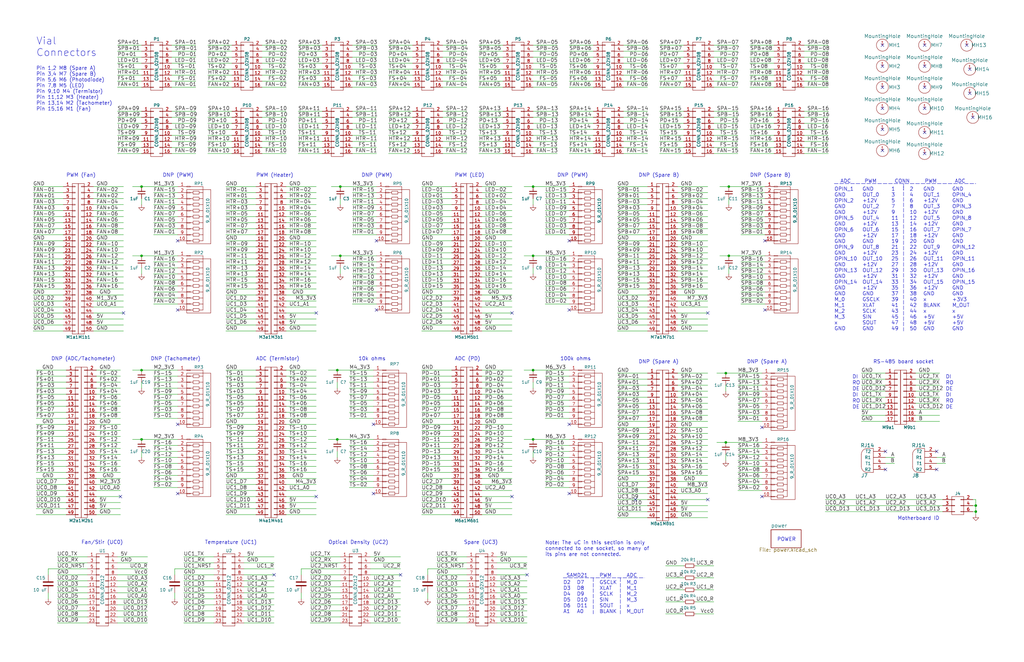
<source format=kicad_sch>
(kicad_sch (version 20211123) (generator eeschema)
  (paper "B")
  (title_block (title "eVOLVER Motherboard") (date "22 jun 2016") (rev "A") (company "Boston University EDF") (comment 1 "E. Hazen") (comment 2 "Sheet 1 of 2"))
  (junction (at 143.51 78.74))
  (junction (at 143.51 107.95))
  (junction (at 224.79 107.95))
  (junction (at 142.24 185.42))
  (junction (at 59.69 78.74))
  (junction (at 224.79 78.74))
  (junction (at 59.69 107.95))
  (junction (at 59.69 156.21))
  (junction (at 306.07 186.69))
  (junction (at 59.69 185.42))
  (junction (at 224.79 156.21))
  (junction (at 307.34 78.74))
  (junction (at 307.34 107.95))
  (junction (at 411.48 215.9))
  (junction (at 142.24 156.21))
  (junction (at 411.48 213.36))
  (junction (at 306.07 157.48))
  (junction (at 224.79 185.42))
  (no_connect (at 322.58 101.6))
  (no_connect (at 50.8 209.55))
  (no_connect (at 372.11 63.5))
  (no_connect (at 215.9 209.55))
  (no_connect (at 389.89 45.72))
  (no_connect (at 52.07 132.08))
  (no_connect (at 74.93 101.6))
  (no_connect (at 372.11 19.05))
  (no_connect (at 389.89 36.83))
  (no_connect (at 322.58 130.81))
  (no_connect (at 240.03 130.81))
  (no_connect (at 372.11 27.94))
  (no_connect (at 267.97 210.82))
  (no_connect (at 240.03 101.6))
  (no_connect (at 389.89 55.88))
  (no_connect (at 408.94 29.21))
  (no_connect (at 410.21 49.53))
  (no_connect (at 240.03 208.28))
  (no_connect (at 168.91 242.57))
  (no_connect (at 373.38 190.5))
  (no_connect (at 321.31 209.55))
  (no_connect (at 158.75 101.6))
  (no_connect (at 372.11 54.61))
  (no_connect (at 298.45 132.08))
  (no_connect (at 298.45 210.82))
  (no_connect (at 133.35 209.55))
  (no_connect (at 115.57 242.57))
  (no_connect (at 389.89 19.05))
  (no_connect (at 389.89 64.77))
  (no_connect (at 240.03 179.07))
  (no_connect (at 394.97 190.5))
  (no_connect (at 74.93 130.81))
  (no_connect (at 394.97 198.12))
  (no_connect (at 372.11 45.72))
  (no_connect (at 372.11 36.83))
  (no_connect (at 321.31 180.34))
  (no_connect (at 407.67 19.05))
  (no_connect (at 74.93 208.28))
  (no_connect (at 157.48 179.07))
  (no_connect (at 222.25 242.57))
  (no_connect (at 74.93 179.07))
  (no_connect (at 389.89 27.94))
  (no_connect (at 215.9 132.08))
  (no_connect (at 157.48 208.28))
  (no_connect (at 373.38 198.12))
  (no_connect (at 133.35 132.08))
  (no_connect (at 158.75 130.81))
  (no_connect (at 408.94 39.37))
  (wire (pts (xy 411.48 213.36) (xy 410.21 213.36)))
  (wire (pts (xy 107.95 179.07) (xy 95.25 179.07)))
  (wire (pts (xy 133.35 163.83) (xy 120.65 163.83)))
  (wire (pts (xy 321.31 165.1) (xy 311.15 165.1)))
  (wire (pts (xy 156.21 247.65) (xy 168.91 247.65)))
  (wire (pts (xy 215.9 186.69) (xy 203.2 186.69)))
  (wire (pts (xy 322.58 91.44) (xy 312.42 91.44)))
  (wire (pts (xy 64.77 83.82) (xy 74.93 83.82)))
  (wire (pts (xy 163.83 26.67) (xy 173.99 26.67)))
  (wire (pts (xy 339.09 36.83) (xy 349.25 36.83)))
  (wire (pts (xy 298.45 93.98) (xy 285.75 93.98)))
  (wire (pts (xy 102.87 245.11) (xy 115.57 245.11)))
  (wire (pts (xy 52.07 88.9) (xy 39.37 88.9)))
  (wire (pts (xy 50.8 204.47) (xy 40.64 204.47)))
  (wire (pts (xy 298.45 106.68) (xy 285.75 106.68)))
  (wire (pts (xy 215.9 161.29) (xy 203.2 161.29)))
  (wire (pts (xy 311.15 21.59) (xy 300.99 21.59)))
  (wire (pts (xy 262.89 34.29) (xy 273.05 34.29)))
  (wire (pts (xy 190.5 214.63) (xy 177.8 214.63)))
  (wire (pts (xy 240.03 31.75) (xy 250.19 31.75)))
  (wire (pts (xy 107.95 127) (xy 95.25 127)))
  (wire (pts (xy 64.77 176.53) (xy 74.93 176.53)))
  (wire (pts (xy 125.73 57.15) (xy 135.89 57.15)))
  (wire (pts (xy 74.93 173.99) (xy 64.77 173.99)))
  (wire (pts (xy 240.03 173.99) (xy 229.87 173.99)))
  (wire (pts (xy 190.5 114.3) (xy 177.8 114.3)))
  (wire (pts (xy 173.99 19.05) (xy 163.83 19.05)))
  (wire (pts (xy 215.9 88.9) (xy 203.2 88.9)))
  (wire (pts (xy 311.15 191.77) (xy 321.31 191.77)))
  (wire (pts (xy 125.73 29.21) (xy 135.89 29.21)))
  (wire (pts (xy 133.35 134.62) (xy 120.65 134.62)))
  (polyline (pts (xy 351.79 77.47) (xy 411.48 77.47)))
  (wire (pts (xy 36.83 242.57) (xy 24.13 242.57)))
  (wire (pts (xy 36.83 257.81) (xy 24.13 257.81)))
  (wire (pts (xy 373.38 160.02) (xy 363.22 160.02)))
  (wire (pts (xy 107.95 166.37) (xy 95.25 166.37)))
  (wire (pts (xy 52.07 86.36) (xy 39.37 86.36)))
  (wire (pts (xy 273.05 26.67) (xy 262.89 26.67)))
  (wire (pts (xy 52.07 134.62) (xy 39.37 134.62)))
  (wire (pts (xy 180.34 252.73) (xy 180.34 250.19)))
  (wire (pts (xy 273.05 160.02) (xy 260.35 160.02)))
  (wire (pts (xy 273.05 121.92) (xy 260.35 121.92)))
  (wire (pts (xy 273.05 213.36) (xy 260.35 213.36)))
  (wire (pts (xy 130.81 252.73) (xy 143.51 252.73)))
  (wire (pts (xy 215.9 189.23) (xy 203.2 189.23)))
  (wire (pts (xy 201.93 26.67) (xy 212.09 26.67)))
  (wire (pts (xy 133.35 119.38) (xy 120.65 119.38)))
  (wire (pts (xy 27.94 191.77) (xy 15.24 191.77)))
  (wire (pts (xy 87.63 36.83) (xy 97.79 36.83)))
  (wire (pts (xy 298.45 132.08) (xy 285.75 132.08)))
  (wire (pts (xy 148.59 113.03) (xy 158.75 113.03)))
  (wire (pts (xy 125.73 36.83) (xy 135.89 36.83)))
  (wire (pts (xy 273.05 93.98) (xy 260.35 93.98)))
  (wire (pts (xy 273.05 175.26) (xy 260.35 175.26)))
  (wire (pts (xy 224.79 78.74) (xy 240.03 78.74)))
  (wire (pts (xy 349.25 26.67) (xy 339.09 26.67)))
  (wire (pts (xy 229.87 128.27) (xy 240.03 128.27)))
  (wire (pts (xy 229.87 118.11) (xy 240.03 118.11)))
  (wire (pts (xy 125.73 54.61) (xy 135.89 54.61)))
  (wire (pts (xy 148.59 34.29) (xy 158.75 34.29)))
  (wire (pts (xy 298.45 177.8) (xy 285.75 177.8)))
  (wire (pts (xy 326.39 46.99) (xy 316.23 46.99)))
  (wire (pts (xy 133.35 127) (xy 120.65 127)))
  (wire (pts (xy 133.35 214.63) (xy 120.65 214.63)))
  (wire (pts (xy 27.94 207.01) (xy 15.24 207.01)))
  (wire (pts (xy 240.03 24.13) (xy 250.19 24.13)))
  (wire (pts (xy 273.05 165.1) (xy 260.35 165.1)))
  (wire (pts (xy 201.93 31.75) (xy 212.09 31.75)))
  (wire (pts (xy 273.05 187.96) (xy 260.35 187.96)))
  (wire (pts (xy 39.37 129.54) (xy 52.07 129.54)))
  (wire (pts (xy 74.93 96.52) (xy 64.77 96.52)))
  (wire (pts (xy 102.87 260.35) (xy 115.57 260.35)))
  (wire (pts (xy 87.63 24.13) (xy 97.79 24.13)))
  (wire (pts (xy 87.63 54.61) (xy 97.79 54.61)))
  (wire (pts (xy 190.5 158.75) (xy 177.8 158.75)))
  (wire (pts (xy 26.67 78.74) (xy 13.97 78.74)))
  (wire (pts (xy 273.05 104.14) (xy 260.35 104.14)))
  (wire (pts (xy 278.13 21.59) (xy 288.29 21.59)))
  (wire (pts (xy 26.67 99.06) (xy 13.97 99.06)))
  (wire (pts (xy 321.31 189.23) (xy 311.15 189.23)))
  (wire (pts (xy 285.75 180.34) (xy 298.45 180.34)))
  (wire (pts (xy 203.2 101.6) (xy 215.9 101.6)))
  (wire (pts (xy 143.51 242.57) (xy 130.81 242.57)))
  (wire (pts (xy 273.05 177.8) (xy 260.35 177.8)))
  (wire (pts (xy 298.45 165.1) (xy 285.75 165.1)))
  (wire (pts (xy 158.75 31.75) (xy 148.59 31.75)))
  (wire (pts (xy 224.79 107.95) (xy 240.03 107.95)))
  (wire (pts (xy 278.13 31.75) (xy 288.29 31.75)))
  (wire (pts (xy 215.9 181.61) (xy 203.2 181.61)))
  (wire (pts (xy 220.98 156.21) (xy 224.79 156.21)))
  (wire (pts (xy 312.42 83.82) (xy 322.58 83.82)))
  (wire (pts (xy 215.9 199.39) (xy 203.2 199.39)))
  (wire (pts (xy 215.9 86.36) (xy 203.2 86.36)))
  (wire (pts (xy 59.69 156.21) (xy 74.93 156.21)))
  (wire (pts (xy 410.21 210.82) (xy 411.48 210.82)))
  (wire (pts (xy 36.83 250.19) (xy 24.13 250.19)))
  (wire (pts (xy 373.38 193.04) (xy 377.19 193.04)))
  (wire (pts (xy 316.23 57.15) (xy 326.39 57.15)))
  (wire (pts (xy 110.49 46.99) (xy 120.65 46.99)))
  (wire (pts (xy 27.94 194.31) (xy 15.24 194.31)))
  (wire (pts (xy 306.07 191.77) (xy 306.07 194.31)))
  (wire (pts (xy 229.87 200.66) (xy 240.03 200.66)))
  (wire (pts (xy 168.91 257.81) (xy 156.21 257.81)))
  (wire (pts (xy 26.67 127) (xy 13.97 127)))
  (wire (pts (xy 190.5 196.85) (xy 177.8 196.85)))
  (wire (pts (xy 107.95 189.23) (xy 95.25 189.23)))
  (wire (pts (xy 240.03 168.91) (xy 229.87 168.91)))
  (wire (pts (xy 147.32 171.45) (xy 157.48 171.45)))
  (wire (pts (xy 288.29 238.76) (xy 280.67 238.76)))
  (wire (pts (xy 55.88 156.21) (xy 59.69 156.21)))
  (wire (pts (xy 273.05 193.04) (xy 260.35 193.04)))
  (wire (pts (xy 133.35 111.76) (xy 120.65 111.76)))
  (wire (pts (xy 298.45 139.7) (xy 285.75 139.7)))
  (wire (pts (xy 52.07 119.38) (xy 39.37 119.38)))
  (wire (pts (xy 77.47 255.27) (xy 90.17 255.27)))
  (wire (pts (xy 273.05 210.82) (xy 260.35 210.82)))
  (wire (pts (xy 52.07 96.52) (xy 39.37 96.52)))
  (wire (pts (xy 302.26 186.69) (xy 306.07 186.69)))
  (wire (pts (xy 148.59 83.82) (xy 158.75 83.82)))
  (wire (pts (xy 64.77 123.19) (xy 74.93 123.19)))
  (wire (pts (xy 222.25 234.95) (xy 209.55 234.95)))
  (wire (pts (xy 190.5 86.36) (xy 177.8 86.36)))
  (wire (pts (xy 339.09 19.05) (xy 349.25 19.05)))
  (wire (pts (xy 316.23 24.13) (xy 326.39 24.13)))
  (wire (pts (xy 87.63 62.23) (xy 97.79 62.23)))
  (wire (pts (xy 49.53 252.73) (xy 62.23 252.73)))
  (wire (pts (xy 158.75 125.73) (xy 148.59 125.73)))
  (wire (pts (xy 110.49 19.05) (xy 120.65 19.05)))
  (wire (pts (xy 110.49 36.83) (xy 120.65 36.83)))
  (wire (pts (xy 133.35 137.16) (xy 120.65 137.16)))
  (wire (pts (xy 311.15 196.85) (xy 321.31 196.85)))
  (wire (pts (xy 125.73 34.29) (xy 135.89 34.29)))
  (wire (pts (xy 49.53 49.53) (xy 59.69 49.53)))
  (wire (pts (xy 298.45 124.46) (xy 285.75 124.46)))
  (wire (pts (xy 273.05 195.58) (xy 260.35 195.58)))
  (wire (pts (xy 298.45 193.04) (xy 285.75 193.04)))
  (wire (pts (xy 139.7 107.95) (xy 143.51 107.95)))
  (wire (pts (xy 27.94 209.55) (xy 15.24 209.55)))
  (wire (pts (xy 250.19 19.05) (xy 240.03 19.05)))
  (wire (pts (xy 240.03 193.04) (xy 229.87 193.04)))
  (wire (pts (xy 273.05 88.9) (xy 260.35 88.9)))
  (wire (pts (xy 394.97 193.04) (xy 398.78 193.04)))
  (wire (pts (xy 49.53 36.83) (xy 59.69 36.83)))
  (wire (pts (xy 293.37 248.92) (xy 300.99 248.92)))
  (wire (pts (xy 196.85 31.75) (xy 186.69 31.75)))
  (wire (pts (xy 77.47 247.65) (xy 90.17 247.65)))
  (wire (pts (xy 240.03 91.44) (xy 229.87 91.44)))
  (wire (pts (xy 229.87 190.5) (xy 240.03 190.5)))
  (wire (pts (xy 215.9 99.06) (xy 203.2 99.06)))
  (wire (pts (xy 107.95 199.39) (xy 95.25 199.39)))
  (wire (pts (xy 215.9 124.46) (xy 203.2 124.46)))
  (wire (pts (xy 190.5 166.37) (xy 177.8 166.37)))
  (wire (pts (xy 190.5 173.99) (xy 177.8 173.99)))
  (wire (pts (xy 133.35 189.23) (xy 120.65 189.23)))
  (wire (pts (xy 50.8 194.31) (xy 40.64 194.31)))
  (wire (pts (xy 285.75 101.6) (xy 298.45 101.6)))
  (wire (pts (xy 298.45 195.58) (xy 285.75 195.58)))
  (wire (pts (xy 133.35 186.69) (xy 120.65 186.69)))
  (wire (pts (xy 298.45 96.52) (xy 285.75 96.52)))
  (wire (pts (xy 273.05 134.62) (xy 260.35 134.62)))
  (wire (pts (xy 339.09 24.13) (xy 349.25 24.13)))
  (wire (pts (xy 201.93 24.13) (xy 212.09 24.13)))
  (wire (pts (xy 163.83 21.59) (xy 173.99 21.59)))
  (wire (pts (xy 316.23 64.77) (xy 326.39 64.77)))
  (wire (pts (xy 298.45 205.74) (xy 285.75 205.74)))
  (wire (pts (xy 87.63 29.21) (xy 97.79 29.21)))
  (wire (pts (xy 298.45 208.28) (xy 285.75 208.28)))
  (wire (pts (xy 373.38 195.58) (xy 377.19 195.58)))
  (wire (pts (xy 190.5 212.09) (xy 177.8 212.09)))
  (wire (pts (xy 50.8 173.99) (xy 40.64 173.99)))
  (wire (pts (xy 133.35 124.46) (xy 120.65 124.46)))
  (wire (pts (xy 120.65 26.67) (xy 110.49 26.67)))
  (wire (pts (xy 59.69 107.95) (xy 74.93 107.95)))
  (wire (pts (xy 209.55 240.03) (xy 222.25 240.03)))
  (wire (pts (xy 311.15 49.53) (xy 300.99 49.53)))
  (wire (pts (xy 373.38 162.56) (xy 363.22 162.56)))
  (wire (pts (xy 209.55 237.49) (xy 222.25 237.49)))
  (wire (pts (xy 87.63 26.67) (xy 97.79 26.67)))
  (wire (pts (xy 240.03 54.61) (xy 250.19 54.61)))
  (wire (pts (xy 312.42 128.27) (xy 322.58 128.27)))
  (wire (pts (xy 27.94 181.61) (xy 15.24 181.61)))
  (wire (pts (xy 52.07 111.76) (xy 39.37 111.76)))
  (wire (pts (xy 322.58 96.52) (xy 312.42 96.52)))
  (wire (pts (xy 224.79 24.13) (xy 234.95 24.13)))
  (wire (pts (xy 316.23 62.23) (xy 326.39 62.23)))
  (wire (pts (xy 273.05 114.3) (xy 260.35 114.3)))
  (wire (pts (xy 240.03 120.65) (xy 229.87 120.65)))
  (wire (pts (xy 107.95 93.98) (xy 95.25 93.98)))
  (wire (pts (xy 125.73 62.23) (xy 135.89 62.23)))
  (wire (pts (xy 156.21 237.49) (xy 168.91 237.49)))
  (wire (pts (xy 316.23 21.59) (xy 326.39 21.59)))
  (wire (pts (xy 20.32 240.03) (xy 20.32 242.57)))
  (wire (pts (xy 133.35 129.54) (xy 120.65 129.54)))
  (wire (pts (xy 411.48 213.36) (xy 411.48 215.9)))
  (wire (pts (xy 273.05 137.16) (xy 260.35 137.16)))
  (wire (pts (xy 220.98 107.95) (xy 224.79 107.95)))
  (wire (pts (xy 130.81 260.35) (xy 143.51 260.35)))
  (wire (pts (xy 316.23 36.83) (xy 326.39 36.83)))
  (wire (pts (xy 240.03 64.77) (xy 250.19 64.77)))
  (wire (pts (xy 184.15 252.73) (xy 196.85 252.73)))
  (wire (pts (xy 298.45 99.06) (xy 285.75 99.06)))
  (wire (pts (xy 303.53 78.74) (xy 307.34 78.74)))
  (wire (pts (xy 224.79 161.29) (xy 224.79 163.83)))
  (wire (pts (xy 240.03 59.69) (xy 250.19 59.69)))
  (wire (pts (xy 190.5 134.62) (xy 177.8 134.62)))
  (wire (pts (xy 278.13 49.53) (xy 288.29 49.53)))
  (wire (pts (xy 130.81 255.27) (xy 143.51 255.27)))
  (polyline (pts (xy 237.49 243.84) (xy 271.78 243.84)))
  (wire (pts (xy 107.95 124.46) (xy 95.25 124.46)))
  (wire (pts (xy 190.5 83.82) (xy 177.8 83.82)))
  (wire (pts (xy 107.95 217.17) (xy 95.25 217.17)))
  (wire (pts (xy 224.79 190.5) (xy 224.79 193.04)))
  (wire (pts (xy 90.17 234.95) (xy 77.47 234.95)))
  (wire (pts (xy 347.98 210.82) (xy 397.51 210.82)))
  (wire (pts (xy 148.59 99.06) (xy 158.75 99.06)))
  (wire (pts (xy 110.49 62.23) (xy 120.65 62.23)))
  (wire (pts (xy 39.37 101.6) (xy 52.07 101.6)))
  (wire (pts (xy 209.55 255.27) (xy 222.25 255.27)))
  (wire (pts (xy 222.25 242.57) (xy 209.55 242.57)))
  (wire (pts (xy 184.15 260.35) (xy 196.85 260.35)))
  (wire (pts (xy 273.05 78.74) (xy 260.35 78.74)))
  (wire (pts (xy 349.25 49.53) (xy 339.09 49.53)))
  (wire (pts (xy 209.55 260.35) (xy 222.25 260.35)))
  (wire (pts (xy 339.09 64.77) (xy 349.25 64.77)))
  (wire (pts (xy 27.94 217.17) (xy 15.24 217.17)))
  (wire (pts (xy 196.85 21.59) (xy 186.69 21.59)))
  (wire (pts (xy 224.79 64.77) (xy 234.95 64.77)))
  (wire (pts (xy 240.03 49.53) (xy 250.19 49.53)))
  (wire (pts (xy 107.95 109.22) (xy 95.25 109.22)))
  (wire (pts (xy 64.77 88.9) (xy 74.93 88.9)))
  (wire (pts (xy 130.81 247.65) (xy 143.51 247.65)))
  (wire (pts (xy 26.67 109.22) (xy 13.97 109.22)))
  (wire (pts (xy 102.87 255.27) (xy 115.57 255.27)))
  (wire (pts (xy 147.32 176.53) (xy 157.48 176.53)))
  (wire (pts (xy 190.5 217.17) (xy 177.8 217.17)))
  (wire (pts (xy 262.89 62.23) (xy 273.05 62.23)))
  (wire (pts (xy 215.9 207.01) (xy 203.2 207.01)))
  (wire (pts (xy 298.45 213.36) (xy 285.75 213.36)))
  (wire (pts (xy 224.79 156.21) (xy 240.03 156.21)))
  (wire (pts (xy 102.87 247.65) (xy 115.57 247.65)))
  (wire (pts (xy 262.89 46.99) (xy 273.05 46.99)))
  (wire (pts (xy 229.87 113.03) (xy 240.03 113.03)))
  (wire (pts (xy 168.91 234.95) (xy 156.21 234.95)))
  (wire (pts (xy 125.73 31.75) (xy 135.89 31.75)))
  (wire (pts (xy 74.93 163.83) (xy 64.77 163.83)))
  (wire (pts (xy 72.39 62.23) (xy 82.55 62.23)))
  (wire (pts (xy 77.47 260.35) (xy 90.17 260.35)))
  (wire (pts (xy 215.9 111.76) (xy 203.2 111.76)))
  (wire (pts (xy 24.13 262.89) (xy 36.83 262.89)))
  (wire (pts (xy 50.8 196.85) (xy 40.64 196.85)))
  (wire (pts (xy 133.35 156.21) (xy 120.65 156.21)))
  (wire (pts (xy 125.73 21.59) (xy 135.89 21.59)))
  (wire (pts (xy 157.48 163.83) (xy 147.32 163.83)))
  (wire (pts (xy 298.45 167.64) (xy 285.75 167.64)))
  (wire (pts (xy 190.5 121.92) (xy 177.8 121.92)))
  (wire (pts (xy 147.32 166.37) (xy 157.48 166.37)))
  (wire (pts (xy 26.67 86.36) (xy 13.97 86.36)))
  (wire (pts (xy 72.39 57.15) (xy 82.55 57.15)))
  (wire (pts (xy 158.75 96.52) (xy 148.59 96.52)))
  (wire (pts (xy 87.63 21.59) (xy 97.79 21.59)))
  (wire (pts (xy 311.15 167.64) (xy 321.31 167.64)))
  (wire (pts (xy 396.24 170.18) (xy 386.08 170.18)))
  (wire (pts (xy 298.45 104.14) (xy 285.75 104.14)))
  (wire (pts (xy 133.35 106.68) (xy 120.65 106.68)))
  (wire (pts (xy 133.35 191.77) (xy 120.65 191.77)))
  (wire (pts (xy 190.5 124.46) (xy 177.8 124.46)))
  (wire (pts (xy 298.45 200.66) (xy 285.75 200.66)))
  (polyline (pts (xy 250.19 243.84) (xy 250.19 259.08)))
  (wire (pts (xy 224.79 19.05) (xy 234.95 19.05)))
  (wire (pts (xy 156.21 240.03) (xy 168.91 240.03)))
  (wire (pts (xy 27.94 186.69) (xy 15.24 186.69)))
  (wire (pts (xy 396.24 162.56) (xy 386.08 162.56)))
  (wire (pts (xy 26.67 119.38) (xy 13.97 119.38)))
  (wire (pts (xy 306.07 157.48) (xy 321.31 157.48)))
  (wire (pts (xy 215.9 204.47) (xy 203.2 204.47)))
  (wire (pts (xy 138.43 156.21) (xy 142.24 156.21)))
  (wire (pts (xy 49.53 52.07) (xy 59.69 52.07)))
  (wire (pts (xy 184.15 247.65) (xy 196.85 247.65)))
  (wire (pts (xy 163.83 24.13) (xy 173.99 24.13)))
  (wire (pts (xy 262.89 64.77) (xy 273.05 64.77)))
  (wire (pts (xy 288.29 259.08) (xy 280.67 259.08)))
  (wire (pts (xy 133.35 81.28) (xy 120.65 81.28)))
  (wire (pts (xy 186.69 24.13) (xy 196.85 24.13)))
  (wire (pts (xy 273.05 139.7) (xy 260.35 139.7)))
  (wire (pts (xy 158.75 21.59) (xy 148.59 21.59)))
  (wire (pts (xy 27.94 171.45) (xy 15.24 171.45)))
  (wire (pts (xy 312.42 88.9) (xy 322.58 88.9)))
  (wire (pts (xy 139.7 78.74) (xy 143.51 78.74)))
  (wire (pts (xy 224.79 46.99) (xy 234.95 46.99)))
  (wire (pts (xy 190.5 201.93) (xy 177.8 201.93)))
  (wire (pts (xy 52.07 116.84) (xy 39.37 116.84)))
  (wire (pts (xy 133.35 184.15) (xy 120.65 184.15)))
  (wire (pts (xy 298.45 170.18) (xy 285.75 170.18)))
  (wire (pts (xy 220.98 78.74) (xy 224.79 78.74)))
  (wire (pts (xy 64.77 205.74) (xy 74.93 205.74)))
  (wire (pts (xy 209.55 252.73) (xy 222.25 252.73)))
  (wire (pts (xy 224.79 185.42) (xy 240.03 185.42)))
  (wire (pts (xy 316.23 31.75) (xy 326.39 31.75)))
  (wire (pts (xy 229.87 88.9) (xy 240.03 88.9)))
  (wire (pts (xy 74.93 115.57) (xy 64.77 115.57)))
  (wire (pts (xy 107.95 119.38) (xy 95.25 119.38)))
  (wire (pts (xy 322.58 125.73) (xy 312.42 125.73)))
  (wire (pts (xy 133.35 212.09) (xy 120.65 212.09)))
  (wire (pts (xy 49.53 262.89) (xy 62.23 262.89)))
  (wire (pts (xy 306.07 186.69) (xy 321.31 186.69)))
  (wire (pts (xy 298.45 157.48) (xy 285.75 157.48)))
  (wire (pts (xy 148.59 118.11) (xy 158.75 118.11)))
  (polyline (pts (xy 381 77.47) (xy 381 80.01)))
  (wire (pts (xy 229.87 93.98) (xy 240.03 93.98)))
  (wire (pts (xy 298.45 203.2) (xy 285.75 203.2)))
  (wire (pts (xy 72.39 29.21) (xy 82.55 29.21)))
  (wire (pts (xy 107.95 191.77) (xy 95.25 191.77)))
  (wire (pts (xy 262.89 57.15) (xy 273.05 57.15)))
  (wire (pts (xy 298.45 129.54) (xy 285.75 129.54)))
  (wire (pts (xy 156.21 245.11) (xy 168.91 245.11)))
  (wire (pts (xy 110.49 57.15) (xy 120.65 57.15)))
  (wire (pts (xy 273.05 91.44) (xy 260.35 91.44)))
  (wire (pts (xy 201.93 36.83) (xy 212.09 36.83)))
  (wire (pts (xy 82.55 54.61) (xy 72.39 54.61)))
  (wire (pts (xy 396.24 172.72) (xy 386.08 172.72)))
  (wire (pts (xy 215.9 81.28) (xy 203.2 81.28)))
  (wire (pts (xy 125.73 26.67) (xy 135.89 26.67)))
  (wire (pts (xy 215.9 114.3) (xy 203.2 114.3)))
  (wire (pts (xy 306.07 162.56) (xy 306.07 165.1)))
  (wire (pts (xy 26.67 83.82) (xy 13.97 83.82)))
  (wire (pts (xy 321.31 194.31) (xy 311.15 194.31)))
  (wire (pts (xy 273.05 49.53) (xy 262.89 49.53)))
  (wire (pts (xy 273.05 162.56) (xy 260.35 162.56)))
  (wire (pts (xy 97.79 46.99) (xy 87.63 46.99)))
  (wire (pts (xy 184.15 237.49) (xy 196.85 237.49)))
  (wire (pts (xy 74.93 125.73) (xy 64.77 125.73)))
  (wire (pts (xy 135.89 46.99) (xy 125.73 46.99)))
  (wire (pts (xy 148.59 52.07) (xy 158.75 52.07)))
  (wire (pts (xy 373.38 165.1) (xy 363.22 165.1)))
  (wire (pts (xy 90.17 242.57) (xy 77.47 242.57)))
  (wire (pts (xy 49.53 247.65) (xy 62.23 247.65)))
  (wire (pts (xy 107.95 163.83) (xy 95.25 163.83)))
  (wire (pts (xy 215.9 194.31) (xy 203.2 194.31)))
  (wire (pts (xy 49.53 34.29) (xy 59.69 34.29)))
  (wire (pts (xy 142.24 161.29) (xy 142.24 163.83)))
  (wire (pts (xy 133.35 201.93) (xy 120.65 201.93)))
  (wire (pts (xy 133.35 121.92) (xy 120.65 121.92)))
  (wire (pts (xy 143.51 107.95) (xy 158.75 107.95)))
  (wire (pts (xy 142.24 190.5) (xy 142.24 193.04)))
  (wire (pts (xy 316.23 49.53) (xy 326.39 49.53)))
  (wire (pts (xy 229.87 83.82) (xy 240.03 83.82)))
  (wire (pts (xy 107.95 161.29) (xy 95.25 161.29)))
  (wire (pts (xy 64.77 161.29) (xy 74.93 161.29)))
  (wire (pts (xy 298.45 91.44) (xy 285.75 91.44)))
  (wire (pts (xy 135.89 19.05) (xy 125.73 19.05)))
  (wire (pts (xy 26.67 111.76) (xy 13.97 111.76)))
  (wire (pts (xy 209.55 245.11) (xy 222.25 245.11)))
  (wire (pts (xy 186.69 19.05) (xy 196.85 19.05)))
  (wire (pts (xy 303.53 107.95) (xy 307.34 107.95)))
  (wire (pts (xy 190.5 168.91) (xy 177.8 168.91)))
  (wire (pts (xy 27.94 163.83) (xy 15.24 163.83)))
  (wire (pts (xy 186.69 29.21) (xy 196.85 29.21)))
  (wire (pts (xy 24.13 245.11) (xy 36.83 245.11)))
  (wire (pts (xy 73.66 240.03) (xy 90.17 240.03)))
  (wire (pts (xy 186.69 57.15) (xy 196.85 57.15)))
  (wire (pts (xy 300.99 57.15) (xy 311.15 57.15)))
  (wire (pts (xy 215.9 168.91) (xy 203.2 168.91)))
  (wire (pts (xy 215.9 119.38) (xy 203.2 119.38)))
  (wire (pts (xy 50.8 214.63) (xy 40.64 214.63)))
  (wire (pts (xy 311.15 162.56) (xy 321.31 162.56)))
  (wire (pts (xy 49.53 24.13) (xy 59.69 24.13)))
  (wire (pts (xy 133.35 181.61) (xy 120.65 181.61)))
  (wire (pts (xy 107.95 132.08) (xy 95.25 132.08)))
  (wire (pts (xy 316.23 26.67) (xy 326.39 26.67)))
  (wire (pts (xy 190.5 186.69) (xy 177.8 186.69)))
  (wire (pts (xy 349.25 31.75) (xy 339.09 31.75)))
  (wire (pts (xy 163.83 49.53) (xy 173.99 49.53)))
  (wire (pts (xy 298.45 160.02) (xy 285.75 160.02)))
  (wire (pts (xy 163.83 62.23) (xy 173.99 62.23)))
  (wire (pts (xy 107.95 156.21) (xy 95.25 156.21)))
  (wire (pts (xy 190.5 109.22) (xy 177.8 109.22)))
  (wire (pts (xy 180.34 240.03) (xy 180.34 242.57)))
  (wire (pts (xy 102.87 240.03) (xy 115.57 240.03)))
  (wire (pts (xy 130.81 245.11) (xy 143.51 245.11)))
  (wire (pts (xy 27.94 201.93) (xy 15.24 201.93)))
  (wire (pts (xy 148.59 88.9) (xy 158.75 88.9)))
  (wire (pts (xy 212.09 19.05) (xy 201.93 19.05)))
  (wire (pts (xy 50.8 158.75) (xy 40.64 158.75)))
  (wire (pts (xy 190.5 204.47) (xy 177.8 204.47)))
  (wire (pts (xy 52.07 83.82) (xy 39.37 83.82)))
  (wire (pts (xy 107.95 212.09) (xy 95.25 212.09)))
  (wire (pts (xy 273.05 119.38) (xy 260.35 119.38)))
  (wire (pts (xy 107.95 114.3) (xy 95.25 114.3)))
  (wire (pts (xy 50.8 168.91) (xy 40.64 168.91)))
  (wire (pts (xy 240.03 81.28) (xy 229.87 81.28)))
  (wire (pts (xy 240.03 34.29) (xy 250.19 34.29)))
  (wire (pts (xy 190.5 194.31) (xy 177.8 194.31)))
  (wire (pts (xy 49.53 57.15) (xy 59.69 57.15)))
  (wire (pts (xy 307.34 78.74) (xy 322.58 78.74)))
  (wire (pts (xy 273.05 83.82) (xy 260.35 83.82)))
  (wire (pts (xy 62.23 257.81) (xy 49.53 257.81)))
  (wire (pts (xy 64.77 171.45) (xy 74.93 171.45)))
  (wire (pts (xy 209.55 262.89) (xy 222.25 262.89)))
  (wire (pts (xy 49.53 255.27) (xy 62.23 255.27)))
  (wire (pts (xy 273.05 198.12) (xy 260.35 198.12)))
  (wire (pts (xy 133.35 196.85) (xy 120.65 196.85)))
  (wire (pts (xy 311.15 201.93) (xy 321.31 201.93)))
  (wire (pts (xy 293.37 259.08) (xy 300.99 259.08)))
  (wire (pts (xy 90.17 257.81) (xy 77.47 257.81)))
  (wire (pts (xy 262.89 29.21) (xy 273.05 29.21)))
  (wire (pts (xy 59.69 113.03) (xy 59.69 115.57)))
  (wire (pts (xy 234.95 26.67) (xy 224.79 26.67)))
  (wire (pts (xy 298.45 81.28) (xy 285.75 81.28)))
  (wire (pts (xy 133.35 171.45) (xy 120.65 171.45)))
  (wire (pts (xy 133.35 96.52) (xy 120.65 96.52)))
  (wire (pts (xy 316.23 54.61) (xy 326.39 54.61)))
  (wire (pts (xy 215.9 158.75) (xy 203.2 158.75)))
  (wire (pts (xy 107.95 99.06) (xy 95.25 99.06)))
  (wire (pts (xy 411.48 215.9) (xy 410.21 215.9)))
  (wire (pts (xy 298.45 137.16) (xy 285.75 137.16)))
  (wire (pts (xy 278.13 29.21) (xy 288.29 29.21)))
  (wire (pts (xy 110.49 29.21) (xy 120.65 29.21)))
  (wire (pts (xy 229.87 123.19) (xy 240.03 123.19)))
  (wire (pts (xy 107.95 201.93) (xy 95.25 201.93)))
  (wire (pts (xy 120.65 101.6) (xy 133.35 101.6)))
  (wire (pts (xy 298.45 190.5) (xy 285.75 190.5)))
  (wire (pts (xy 311.15 59.69) (xy 300.99 59.69)))
  (wire (pts (xy 50.8 181.61) (xy 40.64 181.61)))
  (wire (pts (xy 158.75 115.57) (xy 148.59 115.57)))
  (wire (pts (xy 298.45 210.82) (xy 285.75 210.82)))
  (wire (pts (xy 130.81 237.49) (xy 143.51 237.49)))
  (wire (pts (xy 102.87 252.73) (xy 115.57 252.73)))
  (wire (pts (xy 278.13 54.61) (xy 288.29 54.61)))
  (wire (pts (xy 110.49 52.07) (xy 120.65 52.07)))
  (wire (pts (xy 133.35 93.98) (xy 120.65 93.98)))
  (wire (pts (xy 190.5 116.84) (xy 177.8 116.84)))
  (wire (pts (xy 49.53 21.59) (xy 59.69 21.59)))
  (wire (pts (xy 278.13 57.15) (xy 288.29 57.15)))
  (wire (pts (xy 215.9 166.37) (xy 203.2 166.37)))
  (wire (pts (xy 148.59 64.77) (xy 158.75 64.77)))
  (wire (pts (xy 234.95 21.59) (xy 224.79 21.59)))
  (wire (pts (xy 59.69 46.99) (xy 49.53 46.99)))
  (wire (pts (xy 143.51 257.81) (xy 130.81 257.81)))
  (wire (pts (xy 52.07 124.46) (xy 39.37 124.46)))
  (wire (pts (xy 215.9 91.44) (xy 203.2 91.44)))
  (wire (pts (xy 87.63 59.69) (xy 97.79 59.69)))
  (wire (pts (xy 298.45 185.42) (xy 285.75 185.42)))
  (wire (pts (xy 115.57 250.19) (xy 102.87 250.19)))
  (wire (pts (xy 311.15 177.8) (xy 321.31 177.8)))
  (wire (pts (xy 49.53 245.11) (xy 62.23 245.11)))
  (wire (pts (xy 240.03 57.15) (xy 250.19 57.15)))
  (wire (pts (xy 72.39 52.07) (xy 82.55 52.07)))
  (wire (pts (xy 316.23 34.29) (xy 326.39 34.29)))
  (wire (pts (xy 148.59 46.99) (xy 158.75 46.99)))
  (wire (pts (xy 293.37 254) (xy 300.99 254)))
  (wire (pts (xy 312.42 118.11) (xy 322.58 118.11)))
  (wire (pts (xy 143.51 250.19) (xy 130.81 250.19)))
  (wire (pts (xy 156.21 255.27) (xy 168.91 255.27)))
  (wire (pts (xy 190.5 163.83) (xy 177.8 163.83)))
  (wire (pts (xy 229.87 166.37) (xy 240.03 166.37)))
  (wire (pts (xy 158.75 120.65) (xy 148.59 120.65)))
  (wire (pts (xy 288.29 243.84) (xy 280.67 243.84)))
  (wire (pts (xy 300.99 29.21) (xy 311.15 29.21)))
  (wire (pts (xy 196.85 234.95) (xy 184.15 234.95)))
  (wire (pts (xy 273.05 205.74) (xy 260.35 205.74)))
  (wire (pts (xy 273.05 132.08) (xy 260.35 132.08)))
  (wire (pts (xy 120.65 132.08) (xy 133.35 132.08)))
  (wire (pts (xy 120.65 179.07) (xy 133.35 179.07)))
  (wire (pts (xy 347.98 213.36) (xy 397.51 213.36)))
  (wire (pts (xy 27.94 161.29) (xy 15.24 161.29)))
  (wire (pts (xy 215.9 127) (xy 203.2 127)))
  (wire (pts (xy 394.97 195.58) (xy 398.78 195.58)))
  (wire (pts (xy 316.23 52.07) (xy 326.39 52.07)))
  (wire (pts (xy 74.93 120.65) (xy 64.77 120.65)))
  (wire (pts (xy 322.58 86.36) (xy 312.42 86.36)))
  (wire (pts (xy 107.95 96.52) (xy 95.25 96.52)))
  (wire (pts (xy 107.95 204.47) (xy 95.25 204.47)))
  (wire (pts (xy 396.24 157.48) (xy 386.08 157.48)))
  (wire (pts (xy 190.5 191.77) (xy 177.8 191.77)))
  (wire (pts (xy 196.85 59.69) (xy 186.69 59.69)))
  (wire (pts (xy 222.25 257.81) (xy 209.55 257.81)))
  (wire (pts (xy 250.19 46.99) (xy 240.03 46.99)))
  (wire (pts (xy 59.69 190.5) (xy 59.69 193.04)))
  (wire (pts (xy 50.8 189.23) (xy 40.64 189.23)))
  (wire (pts (xy 373.38 167.64) (xy 363.22 167.64)))
  (wire (pts (xy 229.87 205.74) (xy 240.03 205.74)))
  (wire (pts (xy 59.69 78.74) (xy 74.93 78.74)))
  (wire (pts (xy 133.35 88.9) (xy 120.65 88.9)))
  (wire (pts (xy 158.75 54.61) (xy 148.59 54.61)))
  (wire (pts (xy 190.5 99.06) (xy 177.8 99.06)))
  (wire (pts (xy 212.09 46.99) (xy 201.93 46.99)))
  (wire (pts (xy 190.5 139.7) (xy 177.8 139.7)))
  (wire (pts (xy 74.93 198.12) (xy 64.77 198.12)))
  (wire (pts (xy 157.48 203.2) (xy 147.32 203.2)))
  (wire (pts (xy 373.38 170.18) (xy 363.22 170.18)))
  (wire (pts (xy 50.8 207.01) (xy 40.64 207.01)))
  (wire (pts (xy 120.65 59.69) (xy 110.49 59.69)))
  (wire (pts (xy 82.55 24.13) (xy 72.39 24.13)))
  (wire (pts (xy 133.35 168.91) (xy 120.65 168.91)))
  (wire (pts (xy 190.5 209.55) (xy 177.8 209.55)))
  (wire (pts (xy 190.5 96.52) (xy 177.8 96.52)))
  (wire (pts (xy 273.05 54.61) (xy 262.89 54.61)))
  (wire (pts (xy 52.07 91.44) (xy 39.37 91.44)))
  (wire (pts (xy 133.35 199.39) (xy 120.65 199.39)))
  (wire (pts (xy 224.79 29.21) (xy 234.95 29.21)))
  (wire (pts (xy 339.09 52.07) (xy 349.25 52.07)))
  (wire (pts (xy 190.5 129.54) (xy 177.8 129.54)))
  (wire (pts (xy 215.9 201.93) (xy 203.2 201.93)))
  (wire (pts (xy 49.53 62.23) (xy 59.69 62.23)))
  (wire (pts (xy 386.08 177.8) (xy 396.24 177.8)))
  (wire (pts (xy 107.95 184.15) (xy 95.25 184.15)))
  (wire (pts (xy 27.94 184.15) (xy 15.24 184.15)))
  (wire (pts (xy 339.09 46.99) (xy 349.25 46.99)))
  (wire (pts (xy 133.35 207.01) (xy 120.65 207.01)))
  (wire (pts (xy 298.45 114.3) (xy 285.75 114.3)))
  (wire (pts (xy 186.69 64.77) (xy 196.85 64.77)))
  (wire (pts (xy 49.53 54.61) (xy 59.69 54.61)))
  (wire (pts (xy 133.35 83.82) (xy 120.65 83.82)))
  (wire (pts (xy 156.21 252.73) (xy 168.91 252.73)))
  (wire (pts (xy 72.39 34.29) (xy 82.55 34.29)))
  (wire (pts (xy 240.03 203.2) (xy 229.87 203.2)))
  (wire (pts (xy 87.63 34.29) (xy 97.79 34.29)))
  (wire (pts (xy 298.45 121.92) (xy 285.75 121.92)))
  (wire (pts (xy 215.9 96.52) (xy 203.2 96.52)))
  (wire (pts (xy 64.77 113.03) (xy 74.93 113.03)))
  (wire (pts (xy 224.79 34.29) (xy 234.95 34.29)))
  (wire (pts (xy 201.93 29.21) (xy 212.09 29.21)))
  (wire (pts (xy 186.69 36.83) (xy 196.85 36.83)))
  (wire (pts (xy 293.37 238.76) (xy 300.99 238.76)))
  (wire (pts (xy 27.94 189.23) (xy 15.24 189.23)))
  (wire (pts (xy 273.05 106.68) (xy 260.35 106.68)))
  (wire (pts (xy 115.57 242.57) (xy 102.87 242.57)))
  (wire (pts (xy 184.15 262.89) (xy 196.85 262.89)))
  (wire (pts (xy 64.77 99.06) (xy 74.93 99.06)))
  (wire (pts (xy 298.45 119.38) (xy 285.75 119.38)))
  (wire (pts (xy 201.93 54.61) (xy 212.09 54.61)))
  (wire (pts (xy 163.83 57.15) (xy 173.99 57.15)))
  (wire (pts (xy 215.9 106.68) (xy 203.2 106.68)))
  (wire (pts (xy 339.09 34.29) (xy 349.25 34.29)))
  (wire (pts (xy 27.94 179.07) (xy 15.24 179.07)))
  (polyline (pts (xy 261.62 243.84) (xy 261.62 259.08)))
  (wire (pts (xy 186.69 62.23) (xy 196.85 62.23)))
  (wire (pts (xy 339.09 62.23) (xy 349.25 62.23)))
  (wire (pts (xy 87.63 57.15) (xy 97.79 57.15)))
  (wire (pts (xy 158.75 49.53) (xy 148.59 49.53)))
  (wire (pts (xy 190.5 106.68) (xy 177.8 106.68)))
  (wire (pts (xy 240.03 86.36) (xy 229.87 86.36)))
  (wire (pts (xy 158.75 26.67) (xy 148.59 26.67)))
  (wire (pts (xy 72.39 31.75) (xy 82.55 31.75)))
  (wire (pts (xy 311.15 31.75) (xy 300.99 31.75)))
  (wire (pts (xy 322.58 115.57) (xy 312.42 115.57)))
  (wire (pts (xy 300.99 34.29) (xy 311.15 34.29)))
  (wire (pts (xy 234.95 49.53) (xy 224.79 49.53)))
  (wire (pts (xy 201.93 34.29) (xy 212.09 34.29)))
  (wire (pts (xy 386.08 175.26) (xy 396.24 175.26)))
  (wire (pts (xy 300.99 19.05) (xy 311.15 19.05)))
  (wire (pts (xy 190.5 161.29) (xy 177.8 161.29)))
  (wire (pts (xy 222.25 250.19) (xy 209.55 250.19)))
  (wire (pts (xy 157.48 193.04) (xy 147.32 193.04)))
  (wire (pts (xy 20.32 240.03) (xy 36.83 240.03)))
  (wire (pts (xy 107.95 181.61) (xy 95.25 181.61)))
  (wire (pts (xy 50.8 184.15) (xy 40.64 184.15)))
  (wire (pts (xy 229.87 99.06) (xy 240.03 99.06)))
  (wire (pts (xy 349.25 54.61) (xy 339.09 54.61)))
  (wire (pts (xy 298.45 127) (xy 285.75 127)))
  (wire (pts (xy 87.63 52.07) (xy 97.79 52.07)))
  (wire (pts (xy 133.35 194.31) (xy 120.65 194.31)))
  (wire (pts (xy 311.15 172.72) (xy 321.31 172.72)))
  (wire (pts (xy 322.58 110.49) (xy 312.42 110.49)))
  (wire (pts (xy 59.69 161.29) (xy 59.69 163.83)))
  (wire (pts (xy 115.57 234.95) (xy 102.87 234.95)))
  (wire (pts (xy 373.38 177.8) (xy 363.22 177.8)))
  (wire (pts (xy 138.43 185.42) (xy 142.24 185.42)))
  (wire (pts (xy 300.99 64.77) (xy 311.15 64.77)))
  (wire (pts (xy 142.24 156.21) (xy 157.48 156.21)))
  (wire (pts (xy 107.95 86.36) (xy 95.25 86.36)))
  (wire (pts (xy 184.15 245.11) (xy 196.85 245.11)))
  (wire (pts (xy 158.75 110.49) (xy 148.59 110.49)))
  (wire (pts (xy 196.85 250.19) (xy 184.15 250.19)))
  (wire (pts (xy 52.07 109.22) (xy 39.37 109.22)))
  (wire (pts (xy 298.45 83.82) (xy 285.75 83.82)))
  (wire (pts (xy 102.87 237.49) (xy 115.57 237.49)))
  (wire (pts (xy 20.32 250.19) (xy 20.32 252.73)))
  (wire (pts (xy 190.5 119.38) (xy 177.8 119.38)))
  (wire (pts (xy 143.51 78.74) (xy 158.75 78.74)))
  (wire (pts (xy 300.99 52.07) (xy 311.15 52.07)))
  (wire (pts (xy 148.59 93.98) (xy 158.75 93.98)))
  (wire (pts (xy 107.95 176.53) (xy 95.25 176.53)))
  (wire (pts (xy 55.88 185.42) (xy 59.69 185.42)))
  (wire (pts (xy 156.21 260.35) (xy 168.91 260.35)))
  (wire (pts (xy 74.93 187.96) (xy 64.77 187.96)))
  (wire (pts (xy 107.95 83.82) (xy 95.25 83.82)))
  (wire (pts (xy 278.13 62.23) (xy 288.29 62.23)))
  (wire (pts (xy 107.95 78.74) (xy 95.25 78.74)))
  (wire (pts (xy 180.34 240.03) (xy 196.85 240.03)))
  (wire (pts (xy 143.51 113.03) (xy 143.51 115.57)))
  (wire (pts (xy 215.9 109.22) (xy 203.2 109.22)))
  (wire (pts (xy 273.05 127) (xy 260.35 127)))
  (wire (pts (xy 148.59 36.83) (xy 158.75 36.83)))
  (wire (pts (xy 215.9 116.84) (xy 203.2 116.84)))
  (wire (pts (xy 59.69 185.42) (xy 74.93 185.42)))
  (wire (pts (xy 273.05 81.28) (xy 260.35 81.28)))
  (wire (pts (xy 26.67 114.3) (xy 13.97 114.3)))
  (wire (pts (xy 87.63 49.53) (xy 97.79 49.53)))
  (wire (pts (xy 26.67 81.28) (xy 13.97 81.28)))
  (wire (pts (xy 298.45 175.26) (xy 285.75 175.26)))
  (wire (pts (xy 26.67 132.08) (xy 13.97 132.08)))
  (wire (pts (xy 273.05 185.42) (xy 260.35 185.42)))
  (wire (pts (xy 300.99 24.13) (xy 311.15 24.13)))
  (wire (pts (xy 24.13 252.73) (xy 36.83 252.73)))
  (wire (pts (xy 273.05 200.66) (xy 260.35 200.66)))
  (wire (pts (xy 163.83 31.75) (xy 173.99 31.75)))
  (wire (pts (xy 59.69 83.82) (xy 59.69 86.36)))
  (wire (pts (xy 240.03 36.83) (xy 250.19 36.83)))
  (wire (pts (xy 240.03 163.83) (xy 229.87 163.83)))
  (wire (pts (xy 157.48 168.91) (xy 147.32 168.91)))
  (wire (pts (xy 373.38 175.26) (xy 363.22 175.26)))
  (wire (pts (xy 288.29 19.05) (xy 278.13 19.05)))
  (wire (pts (xy 50.8 209.55) (xy 40.64 209.55)))
  (wire (pts (xy 190.5 176.53) (xy 177.8 176.53)))
  (wire (pts (xy 273.05 218.44) (xy 260.35 218.44)))
  (wire (pts (xy 50.8 186.69) (xy 40.64 186.69)))
  (wire (pts (xy 133.35 116.84) (xy 120.65 116.84)))
  (wire (pts (xy 240.03 158.75) (xy 229.87 158.75)))
  (wire (pts (xy 300.99 62.23) (xy 311.15 62.23)))
  (wire (pts (xy 62.23 234.95) (xy 49.53 234.95)))
  (wire (pts (xy 50.8 171.45) (xy 40.64 171.45)))
  (wire (pts (xy 240.03 26.67) (xy 250.19 26.67)))
  (wire (pts (xy 148.59 29.21) (xy 158.75 29.21)))
  (wire (pts (xy 107.95 81.28) (xy 95.25 81.28)))
  (wire (pts (xy 201.93 64.77) (xy 212.09 64.77)))
  (wire (pts (xy 50.8 199.39) (xy 40.64 199.39)))
  (wire (pts (xy 298.45 218.44) (xy 285.75 218.44)))
  (wire (pts (xy 107.95 101.6) (xy 95.25 101.6)))
  (wire (pts (xy 27.94 176.53) (xy 15.24 176.53)))
  (wire (pts (xy 59.69 19.05) (xy 49.53 19.05)))
  (wire (pts (xy 215.9 209.55) (xy 203.2 209.55)))
  (wire (pts (xy 339.09 29.21) (xy 349.25 29.21)))
  (wire (pts (xy 157.48 173.99) (xy 147.32 173.99)))
  (wire (pts (xy 298.45 109.22) (xy 285.75 109.22)))
  (wire (pts (xy 224.79 52.07) (xy 234.95 52.07)))
  (wire (pts (xy 26.67 129.54) (xy 13.97 129.54)))
  (wire (pts (xy 74.93 81.28) (xy 64.77 81.28)))
  (wire (pts (xy 133.35 139.7) (xy 120.65 139.7)))
  (wire (pts (xy 215.9 104.14) (xy 203.2 104.14)))
  (wire (pts (xy 50.8 201.93) (xy 40.64 201.93)))
  (wire (pts (xy 190.5 88.9) (xy 177.8 88.9)))
  (wire (pts (xy 107.95 116.84) (xy 95.25 116.84)))
  (wire (pts (xy 157.48 198.12) (xy 147.32 198.12)))
  (wire (pts (xy 215.9 217.17) (xy 203.2 217.17)))
  (wire (pts (xy 240.03 21.59) (xy 250.19 21.59)))
  (wire (pts (xy 190.5 171.45) (xy 177.8 171.45)))
  (wire (pts (xy 190.5 156.21) (xy 177.8 156.21)))
  (wire (pts (xy 288.29 254) (xy 280.67 254)))
  (wire (pts (xy 190.5 199.39) (xy 177.8 199.39)))
  (wire (pts (xy 311.15 54.61) (xy 300.99 54.61)))
  (wire (pts (xy 229.87 176.53) (xy 240.03 176.53)))
  (wire (pts (xy 311.15 26.67) (xy 300.99 26.67)))
  (wire (pts (xy 262.89 19.05) (xy 273.05 19.05)))
  (wire (pts (xy 52.07 81.28) (xy 39.37 81.28)))
  (wire (pts (xy 107.95 111.76) (xy 95.25 111.76)))
  (wire (pts (xy 262.89 24.13) (xy 273.05 24.13)))
  (wire (pts (xy 273.05 167.64) (xy 260.35 167.64)))
  (wire (pts (xy 278.13 24.13) (xy 288.29 24.13)))
  (wire (pts (xy 52.07 93.98) (xy 39.37 93.98)))
  (wire (pts (xy 220.98 185.42) (xy 224.79 185.42)))
  (wire (pts (xy 64.77 166.37) (xy 74.93 166.37)))
  (wire (pts (xy 273.05 203.2) (xy 260.35 203.2)))
  (wire (pts (xy 373.38 172.72) (xy 363.22 172.72)))
  (wire (pts (xy 411.48 215.9) (xy 411.48 217.17)))
  (wire (pts (xy 64.77 128.27) (xy 74.93 128.27)))
  (wire (pts (xy 133.35 99.06) (xy 120.65 99.06)))
  (wire (pts (xy 77.47 245.11) (xy 90.17 245.11)))
  (wire (pts (xy 168.91 250.19) (xy 156.21 250.19)))
  (wire (pts (xy 133.35 78.74) (xy 120.65 78.74)))
  (wire (pts (xy 24.13 247.65) (xy 36.83 247.65)))
  (wire (pts (xy 302.26 157.48) (xy 306.07 157.48)))
  (wire (pts (xy 201.93 52.07) (xy 212.09 52.07)))
  (wire (pts (xy 107.95 214.63) (xy 95.25 214.63)))
  (wire (pts (xy 186.69 34.29) (xy 196.85 34.29)))
  (wire (pts (xy 273.05 190.5) (xy 260.35 190.5)))
  (wire (pts (xy 234.95 59.69) (xy 224.79 59.69)))
  (wire (pts (xy 229.87 171.45) (xy 240.03 171.45)))
  (wire (pts (xy 163.83 52.07) (xy 173.99 52.07)))
  (wire (pts (xy 215.9 171.45) (xy 203.2 171.45)))
  (wire (pts (xy 190.5 184.15) (xy 177.8 184.15)))
  (wire (pts (xy 190.5 104.14) (xy 177.8 104.14)))
  (wire (pts (xy 49.53 26.67) (xy 59.69 26.67)))
  (wire (pts (xy 163.83 34.29) (xy 173.99 34.29)))
  (wire (pts (xy 55.88 107.95) (xy 59.69 107.95)))
  (wire (pts (xy 74.93 203.2) (xy 64.77 203.2)))
  (wire (pts (xy 49.53 240.03) (xy 62.23 240.03)))
  (wire (pts (xy 215.9 156.21) (xy 203.2 156.21)))
  (wire (pts (xy 316.23 29.21) (xy 326.39 29.21)))
  (wire (pts (xy 215.9 134.62) (xy 203.2 134.62)))
  (wire (pts (xy 110.49 24.13) (xy 120.65 24.13)))
  (wire (pts (xy 300.99 36.83) (xy 311.15 36.83)))
  (wire (pts (xy 107.95 186.69) (xy 95.25 186.69)))
  (wire (pts (xy 133.35 161.29) (xy 120.65 161.29)))
  (wire (pts (xy 72.39 26.67) (xy 82.55 26.67)))
  (wire (pts (xy 224.79 57.15) (xy 234.95 57.15)))
  (wire (pts (xy 120.65 49.53) (xy 110.49 49.53)))
  (wire (pts (xy 273.05 157.48) (xy 260.35 157.48)))
  (wire (pts (xy 273.05 129.54) (xy 260.35 129.54)))
  (wire (pts (xy 157.48 187.96) (xy 147.32 187.96)))
  (wire (pts (xy 133.35 173.99) (xy 120.65 173.99)))
  (wire (pts (xy 278.13 59.69) (xy 288.29 59.69)))
  (wire (pts (xy 240.03 110.49) (xy 229.87 110.49)))
  (wire (pts (xy 110.49 34.29) (xy 120.65 34.29)))
  (wire (pts (xy 215.9 184.15) (xy 203.2 184.15)))
  (wire (pts (xy 64.77 190.5) (xy 74.93 190.5)))
  (wire (pts (xy 90.17 250.19) (xy 77.47 250.19)))
  (wire (pts (xy 26.67 106.68) (xy 13.97 106.68)))
  (wire (pts (xy 201.93 59.69) (xy 212.09 59.69)))
  (wire (pts (xy 158.75 59.69) (xy 148.59 59.69)))
  (wire (pts (xy 148.59 123.19) (xy 158.75 123.19)))
  (wire (pts (xy 298.45 88.9) (xy 285.75 88.9)))
  (wire (pts (xy 133.35 166.37) (xy 120.65 166.37)))
  (wire (pts (xy 163.83 64.77) (xy 173.99 64.77)))
  (wire (pts (xy 107.95 129.54) (xy 95.25 129.54)))
  (wire (pts (xy 298.45 111.76) (xy 285.75 111.76)))
  (wire (pts (xy 163.83 36.83) (xy 173.99 36.83)))
  (wire (pts (xy 307.34 107.95) (xy 322.58 107.95)))
  (wire (pts (xy 240.03 52.07) (xy 250.19 52.07)))
  (wire (pts (xy 52.07 137.16) (xy 39.37 137.16)))
  (wire (pts (xy 120.65 21.59) (xy 110.49 21.59)))
  (wire (pts (xy 215.9 214.63) (xy 203.2 214.63)))
  (wire (pts (xy 312.42 93.98) (xy 322.58 93.98)))
  (wire (pts (xy 148.59 62.23) (xy 158.75 62.23)))
  (wire (pts (xy 27.94 166.37) (xy 15.24 166.37)))
  (wire (pts (xy 298.45 215.9) (xy 285.75 215.9)))
  (wire (pts (xy 50.8 166.37) (xy 40.64 166.37)))
  (wire (pts (xy 82.55 59.69) (xy 72.39 59.69)))
  (wire (pts (xy 49.53 237.49) (xy 62.23 237.49)))
  (wire (pts (xy 107.95 104.14) (xy 95.25 104.14)))
  (wire (pts (xy 273.05 124.46) (xy 260.35 124.46)))
  (wire (pts (xy 396.24 165.1) (xy 386.08 165.1)))
  (wire (pts (xy 26.67 116.84) (xy 13.97 116.84)))
  (wire (pts (xy 133.35 91.44) (xy 120.65 91.44)))
  (wire (pts (xy 107.95 158.75) (xy 95.25 158.75)))
  (wire (pts (xy 163.83 54.61) (xy 173.99 54.61)))
  (wire (pts (xy 77.47 252.73) (xy 90.17 252.73)))
  (wire (pts (xy 157.48 158.75) (xy 147.32 158.75)))
  (wire (pts (xy 50.8 163.83) (xy 40.64 163.83)))
  (wire (pts (xy 273.05 59.69) (xy 262.89 59.69)))
  (wire (pts (xy 298.45 86.36) (xy 285.75 86.36)))
  (wire (pts (xy 49.53 29.21) (xy 59.69 29.21)))
  (wire (pts (xy 262.89 52.07) (xy 273.05 52.07)))
  (wire (pts (xy 224.79 113.03) (xy 224.79 115.57)))
  (wire (pts (xy 411.48 210.82) (xy 411.48 213.36)))
  (wire (pts (xy 26.67 121.92) (xy 13.97 121.92)))
  (wire (pts (xy 273.05 208.28) (xy 260.35 208.28)))
  (wire (pts (xy 321.31 160.02) (xy 311.15 160.02)))
  (wire (pts (xy 107.95 173.99) (xy 95.25 173.99)))
  (wire (pts (xy 36.83 234.95) (xy 24.13 234.95)))
  (wire (pts (xy 273.05 180.34) (xy 260.35 180.34)))
  (wire (pts (xy 26.67 104.14) (xy 13.97 104.14)))
  (wire (pts (xy 215.9 212.09) (xy 203.2 212.09)))
  (wire (pts (xy 64.77 93.98) (xy 74.93 93.98)))
  (wire (pts (xy 125.73 24.13) (xy 135.89 24.13)))
  (wire (pts (xy 107.95 194.31) (xy 95.25 194.31)))
  (wire (pts (xy 133.35 176.53) (xy 120.65 176.53)))
  (wire (pts (xy 298.45 116.84) (xy 285.75 116.84)))
  (wire (pts (xy 115.57 257.81) (xy 102.87 257.81)))
  (wire (pts (xy 107.95 139.7) (xy 95.25 139.7)))
  (wire (pts (xy 240.03 187.96) (xy 229.87 187.96)))
  (wire (pts (xy 26.67 101.6) (xy 13.97 101.6)))
  (wire (pts (xy 215.9 139.7) (xy 203.2 139.7)))
  (wire (pts (xy 190.5 81.28) (xy 177.8 81.28)))
  (wire (pts (xy 62.23 250.19) (xy 49.53 250.19)))
  (wire (pts (xy 158.75 81.28) (xy 148.59 81.28)))
  (wire (pts (xy 107.95 171.45) (xy 95.25 171.45)))
  (wire (pts (xy 40.64 179.07) (xy 50.8 179.07)))
  (wire (pts (xy 87.63 31.75) (xy 97.79 31.75)))
  (wire (pts (xy 288.29 248.92) (xy 280.67 248.92)))
  (wire (pts (xy 298.45 172.72) (xy 285.75 172.72)))
  (wire (pts (xy 52.07 132.08) (xy 39.37 132.08)))
  (wire (pts (xy 240.03 62.23) (xy 250.19 62.23)))
  (wire (pts (xy 27.94 214.63) (xy 15.24 214.63)))
  (wire (pts (xy 133.35 104.14) (xy 120.65 104.14)))
  (wire (pts (xy 148.59 24.13) (xy 158.75 24.13)))
  (wire (pts (xy 300.99 46.99) (xy 311.15 46.99)))
  (wire (pts (xy 52.07 121.92) (xy 39.37 121.92)))
  (wire (pts (xy 307.34 83.82) (xy 307.34 86.36)))
  (wire (pts (xy 49.53 260.35) (xy 62.23 260.35)))
  (wire (pts (xy 312.42 99.06) (xy 322.58 99.06)))
  (wire (pts (xy 142.24 185.42) (xy 157.48 185.42)))
  (wire (pts (xy 143.51 234.95) (xy 130.81 234.95)))
  (wire (pts (xy 52.07 127) (xy 39.37 127)))
  (wire (pts (xy 190.5 78.74) (xy 177.8 78.74)))
  (wire (pts (xy 349.25 21.59) (xy 339.09 21.59)))
  (wire (pts (xy 27.94 156.21) (xy 15.24 156.21)))
  (wire (pts (xy 107.95 106.68) (xy 95.25 106.68)))
  (wire (pts (xy 240.03 29.21) (xy 250.19 29.21)))
  (wire (pts (xy 196.85 26.67) (xy 186.69 26.67)))
  (wire (pts (xy 143.51 83.82) (xy 143.51 86.36)))
  (wire (pts (xy 273.05 172.72) (xy 260.35 172.72)))
  (wire (pts (xy 273.05 109.22) (xy 260.35 109.22)))
  (wire (pts (xy 49.53 59.69) (xy 59.69 59.69)))
  (wire (pts (xy 190.5 132.08) (xy 177.8 132.08)))
  (wire (pts (xy 102.87 262.89) (xy 115.57 262.89)))
  (wire (pts (xy 215.9 129.54) (xy 203.2 129.54)))
  (wire (pts (xy 74.93 110.49) (xy 64.77 110.49)))
  (wire (pts (xy 273.05 101.6) (xy 260.35 101.6)))
  (wire (pts (xy 273.05 31.75) (xy 262.89 31.75)))
  (wire (pts (xy 373.38 157.48) (xy 363.22 157.48)))
  (wire (pts (xy 24.13 255.27) (xy 36.83 255.27)))
  (wire (pts (xy 107.95 91.44) (xy 95.25 91.44)))
  (wire (pts (xy 163.83 29.21) (xy 173.99 29.21)))
  (wire (pts (xy 87.63 64.77) (xy 97.79 64.77)))
  (wire (pts (xy 201.93 62.23) (xy 212.09 62.23)))
  (wire (pts (xy 148.59 128.27) (xy 158.75 128.27)))
  (wire (pts (xy 196.85 257.81) (xy 184.15 257.81)))
  (wire (pts (xy 326.39 19.05) (xy 316.23 19.05)))
  (wire (pts (xy 347.98 215.9) (xy 397.51 215.9)))
  (wire (pts (xy 158.75 86.36) (xy 148.59 86.36)))
  (wire (pts (xy 73.66 240.03) (xy 73.66 242.57)))
  (wire (pts (xy 203.2 179.07) (xy 215.9 179.07)))
  (wire (pts (xy 240.03 115.57) (xy 229.87 115.57)))
  (wire (pts (xy 190.5 127) (xy 177.8 127)))
  (wire (pts (xy 52.07 78.74) (xy 39.37 78.74)))
  (wire (pts (xy 147.32 195.58) (xy 157.48 195.58)))
  (wire (pts (xy 133.35 204.47) (xy 120.65 204.47)))
  (wire (pts (xy 278.13 34.29) (xy 288.29 34.29)))
  (wire (pts (xy 163.83 59.69) (xy 173.99 59.69)))
  (wire (pts (xy 278.13 64.77) (xy 288.29 64.77)))
  (wire (pts (xy 273.05 182.88) (xy 260.35 182.88)))
  (wire (pts (xy 190.5 181.61) (xy 177.8 181.61)))
  (wire (pts (xy 148.59 57.15) (xy 158.75 57.15)))
  (wire (pts (xy 215.9 93.98) (xy 203.2 93.98)))
  (wire (pts (xy 215.9 191.77) (xy 203.2 191.77)))
  (wire (pts (xy 127 250.19) (xy 127 252.73)))
  (wire (pts (xy 62.23 242.57) (xy 49.53 242.57)))
  (wire (pts (xy 396.24 160.02) (xy 386.08 160.02)))
  (wire (pts (xy 298.45 198.12) (xy 285.75 198.12)))
  (wire (pts (xy 107.95 121.92) (xy 95.25 121.92)))
  (wire (pts (xy 215.9 83.82) (xy 203.2 83.82)))
  (wire (pts (xy 240.03 125.73) (xy 229.87 125.73)))
  (wire (pts (xy 278.13 52.07) (xy 288.29 52.07)))
  (wire (pts (xy 120.65 31.75) (xy 110.49 31.75)))
  (wire (pts (xy 201.93 49.53) (xy 212.09 49.53)))
  (wire (pts (xy 26.67 139.7) (xy 13.97 139.7)))
  (wire (pts (xy 190.5 189.23) (xy 177.8 189.23)))
  (wire (pts (xy 215.9 121.92) (xy 203.2 121.92)))
  (wire (pts (xy 322.58 120.65) (xy 312.42 120.65)))
  (wire (pts (xy 278.13 26.67) (xy 288.29 26.67)))
  (wire (pts (xy 107.95 207.01) (xy 95.25 207.01)))
  (wire (pts (xy 127 240.03) (xy 143.51 240.03)))
  (wire (pts (xy 72.39 21.59) (xy 82.55 21.59)))
  (wire (pts (xy 26.67 137.16) (xy 13.97 137.16)))
  (wire (pts (xy 293.37 243.84) (xy 300.99 243.84)))
  (wire (pts (xy 190.5 93.98) (xy 177.8 93.98)))
  (wire (pts (xy 273.05 116.84) (xy 260.35 116.84)))
  (wire (pts (xy 52.07 104.14) (xy 39.37 104.14)))
  (wire (pts (xy 273.05 96.52) (xy 260.35 96.52)))
  (wire (pts (xy 26.67 124.46) (xy 13.97 124.46)))
  (wire (pts (xy 196.85 49.53) (xy 186.69 49.53)))
  (wire (pts (xy 74.93 91.44) (xy 64.77 91.44)))
  (wire (pts (xy 186.69 52.07) (xy 196.85 52.07)))
  (wire (pts (xy 307.34 113.03) (xy 307.34 115.57)))
  (wire (pts (xy 27.94 212.09) (xy 15.24 212.09)))
  (wire (pts (xy 190.5 207.01) (xy 177.8 207.01)))
  (wire (pts (xy 107.95 134.62) (xy 95.25 134.62)))
  (wire (pts (xy 133.35 217.17) (xy 120.65 217.17)))
  (wire (pts (xy 24.13 260.35) (xy 36.83 260.35)))
  (wire (pts (xy 298.45 78.74) (xy 285.75 78.74)))
  (wire (pts (xy 73.66 250.19) (xy 73.66 252.73)))
  (wire (pts (xy 127 240.03) (xy 127 242.57)))
  (wire (pts (xy 27.94 173.99) (xy 15.24 173.99)))
  (wire (pts (xy 240.03 198.12) (xy 229.87 198.12)))
  (wire (pts (xy 158.75 91.44) (xy 148.59 91.44)))
  (wire (pts (xy 298.45 182.88) (xy 285.75 182.88)))
  (wire (pts (xy 133.35 114.3) (xy 120.65 114.3)))
  (wire (pts (xy 273.05 111.76) (xy 260.35 111.76)))
  (wire (pts (xy 133.35 109.22) (xy 120.65 109.22)))
  (wire (pts (xy 26.67 88.9) (xy 13.97 88.9)))
  (wire (pts (xy 396.24 167.64) (xy 386.08 167.64)))
  (wire (pts (xy 234.95 31.75) (xy 224.79 31.75)))
  (wire (pts (xy 273.05 170.18) (xy 260.35 170.18)))
  (wire (pts (xy 107.95 88.9) (xy 95.25 88.9)))
  (wire (pts (xy 196.85 242.57) (xy 184.15 242.57)))
  (wire (pts (xy 107.95 137.16) (xy 95.25 137.16)))
  (wire (pts (xy 24.13 237.49) (xy 36.83 237.49)))
  (wire (pts (xy 273.05 215.9) (xy 260.35 215.9)))
  (wire (pts (xy 64.77 200.66) (xy 74.93 200.66)))
  (wire (pts (xy 133.35 158.75) (xy 120.65 158.75)))
  (wire (pts (xy 74.93 168.91) (xy 64.77 168.91)))
  (wire (pts (xy 190.5 179.07) (xy 177.8 179.07)))
  (wire (pts (xy 147.32 205.74) (xy 157.48 205.74)))
  (wire (pts (xy 184.15 255.27) (xy 196.85 255.27)))
  (wire (pts (xy 215.9 196.85) (xy 203.2 196.85)))
  (wire (pts (xy 186.69 46.99) (xy 196.85 46.99)))
  (wire (pts (xy 27.94 204.47) (xy 15.24 204.47)))
  (wire (pts (xy 190.5 111.76) (xy 177.8 111.76)))
  (wire (pts (xy 349.25 59.69) (xy 339.09 59.69)))
  (wire (pts (xy 322.58 81.28) (xy 312.42 81.28)))
  (wire (pts (xy 133.35 209.55) (xy 120.65 209.55)))
  (wire (pts (xy 64.77 195.58) (xy 74.93 195.58)))
  (wire (pts (xy 110.49 64.77) (xy 120.65 64.77)))
  (wire (pts (xy 224.79 83.82) (xy 224.79 86.36)))
  (wire (pts (xy 74.93 193.04) (xy 64.77 193.04)))
  (wire (pts (xy 74.93 86.36) (xy 64.77 86.36)))
  (wire (pts (xy 215.9 132.08) (xy 203.2 132.08)))
  (wire (pts (xy 321.31 170.18) (xy 311.15 170.18)))
  (wire (pts (xy 130.81 262.89) (xy 143.51 262.89)))
  (wire (pts (xy 147.32 200.66) (xy 157.48 200.66)))
  (wire (pts (xy 125.73 52.07) (xy 135.89 52.07)))
  (wire (pts (xy 224.79 62.23) (xy 234.95 62.23)))
  (wire (pts (xy 26.67 91.44) (xy 13.97 91.44)))
  (wire (pts (xy 298.45 134.62) (xy 285.75 134.62)))
  (wire (pts (xy 77.47 237.49) (xy 90.17 237.49)))
  (wire (pts (xy 50.8 212.09) (xy 40.64 212.09)))
  (wire (pts (xy 229.87 195.58) (xy 240.03 195.58)))
  (wire (pts (xy 49.53 64.77) (xy 59.69 64.77)))
  (wire (pts (xy 321.31 204.47) (xy 311.15 204.47)))
  (wire (pts (xy 52.07 114.3) (xy 39.37 114.3)))
  (wire (pts (xy 273.05 86.36) (xy 260.35 86.36)))
  (polyline (pts (xy 381 78.74) (xy 381 139.7)))
  (wire (pts (xy 55.88 78.74) (xy 59.69 78.74)))
  (wire (pts (xy 77.47 262.89) (xy 90.17 262.89)))
  (wire (pts (xy 72.39 46.99) (xy 82.55 46.99)))
  (wire (pts (xy 120.65 54.61) (xy 110.49 54.61)))
  (wire (pts (xy 27.94 158.75) (xy 15.24 158.75)))
  (wire (pts (xy 316.23 59.69) (xy 326.39 59.69)))
  (wire (pts (xy 50.8 161.29) (xy 40.64 161.29)))
  (wire (pts (xy 273.05 99.06) (xy 260.35 99.06)))
  (wire (pts (xy 298.45 162.56) (xy 285.75 162.56)))
  (wire (pts (xy 26.67 134.62) (xy 13.97 134.62)))
  (wire (pts (xy 27.94 168.91) (xy 15.24 168.91)))
  (wire (pts (xy 173.99 46.99) (xy 163.83 46.99)))
  (wire (pts (xy 312.42 123.19) (xy 322.58 123.19)))
  (wire (pts (xy 27.94 196.85) (xy 15.24 196.85)))
  (wire (pts (xy 339.09 57.15) (xy 349.25 57.15)))
  (wire (pts (xy 26.67 96.52) (xy 13.97 96.52)))
  (wire (pts (xy 278.13 36.83) (xy 288.29 36.83)))
  (wire (pts (xy 125.73 64.77) (xy 135.89 64.77)))
  (wire (pts (xy 147.32 190.5) (xy 157.48 190.5)))
  (wire (pts (xy 125.73 49.53) (xy 135.89 49.53)))
  (wire (pts (xy 49.53 31.75) (xy 59.69 31.75)))
  (wire (pts (xy 107.95 209.55) (xy 95.25 209.55)))
  (wire (pts (xy 26.67 93.98) (xy 13.97 93.98)))
  (wire (pts (xy 215.9 163.83) (xy 203.2 163.83)))
  (wire (pts (xy 311.15 207.01) (xy 321.31 207.01)))
  (wire (pts (xy 133.35 86.36) (xy 120.65 86.36)))
  (wire (pts (xy 298.45 187.96) (xy 285.75 187.96)))
  (wire (pts (xy 82.55 49.53) (xy 72.39 49.53)))
  (wire (pts (xy 229.87 161.29) (xy 240.03 161.29)))
  (wire (pts (xy 148.59 19.05) (xy 158.75 19.05)))
  (wire (pts (xy 50.8 176.53) (xy 40.64 176.53)))
  (wire (pts (xy 147.32 161.29) (xy 157.48 161.29)))
  (wire (pts (xy 72.39 64.77) (xy 82.55 64.77)))
  (wire (pts (xy 288.29 46.99) (xy 278.13 46.99)))
  (wire (pts (xy 50.8 156.21) (xy 40.64 156.21)))
  (wire (pts (xy 196.85 54.61) (xy 186.69 54.61)))
  (wire (pts (xy 215.9 176.53) (xy 203.2 176.53)))
  (wire (pts (xy 312.42 113.03) (xy 322.58 113.03)))
  (wire (pts (xy 52.07 139.7) (xy 39.37 139.7)))
  (wire (pts (xy 201.93 57.15) (xy 212.09 57.15)))
  (wire (pts (xy 201.93 21.59) (xy 212.09 21.59)))
  (wire (pts (xy 224.79 36.83) (xy 234.95 36.83)))
  (wire (pts (xy 215.9 173.99) (xy 203.2 173.99)))
  (wire (pts (xy 107.95 168.91) (xy 95.25 168.91)))
  (wire (pts (xy 168.91 242.57) (xy 156.21 242.57)))
  (wire (pts (xy 190.5 137.16) (xy 177.8 137.16)))
  (wire (pts (xy 321.31 175.26) (xy 311.15 175.26)))
  (wire (pts (xy 82.55 36.83) (xy 72.39 36.83)))
  (wire (pts (xy 209.55 247.65) (xy 222.25 247.65)))
  (wire (pts (xy 50.8 191.77) (xy 40.64 191.77)))
  (wire (pts (xy 52.07 99.06) (xy 39.37 99.06)))
  (wire (pts (xy 262.89 36.83) (xy 273.05 36.83)))
  (wire (pts (xy 52.07 106.68) (xy 39.37 106.68)))
  (wire (pts (xy 72.39 19.05) (xy 82.55 19.05)))
  (wire (pts (xy 190.5 91.44) (xy 177.8 91.44)))
  (wire (pts (xy 215.9 78.74) (xy 203.2 78.74)))
  (wire (pts (xy 64.77 118.11) (xy 74.93 118.11)))
  (wire (pts (xy 240.03 96.52) (xy 229.87 96.52)))
  (wire (pts (xy 273.05 21.59) (xy 262.89 21.59)))
  (wire (pts (xy 107.95 196.85) (xy 95.25 196.85)))
  (wire (pts (xy 74.93 158.75) (xy 64.77 158.75)))
  (wire (pts (xy 125.73 59.69) (xy 135.89 59.69)))
  (wire (pts (xy 234.95 54.61) (xy 224.79 54.61)))
  (wire (pts (xy 156.21 262.89) (xy 168.91 262.89)))
  (wire (pts (xy 27.94 199.39) (xy 15.24 199.39)))
  (wire (pts (xy 190.5 101.6) (xy 177.8 101.6)))
  (wire (pts (xy 50.8 217.17) (xy 40.64 217.17)))
  (wire (pts (xy 215.9 137.16) (xy 203.2 137.16)))
  (wire (pts (xy 97.79 19.05) (xy 87.63 19.05)))
  (wire (pts (xy 321.31 199.39) (xy 311.15 199.39)))
  (text "DE" (at 359.41 172.72 0) (effects (font (size 1.524 1.524)) (justify left bottom)))
  (text "DNP (ADC/Tachometer)" (at 21.59 152.4 0) (effects (font (size 1.524 1.524)) (justify left bottom)))
  (text "RO" (at 398.78 170.18 0) (effects (font (size 1.524 1.524)) (justify left bottom)))
  (text "RO" (at 359.41 170.18 0) (effects (font (size 1.524 1.524)) (justify left bottom)))
  (text "DI" (at 359.41 167.64 0) (effects (font (size 1.524 1.524)) (justify left bottom)))
  (text "GSCLK\nXLAT\nSCLK\nSIN\nSOUT\nBLANK" (at 252.73 259.08 0) (effects (font (size 1.524 1.524)) (justify left bottom)))
  (text "DNP (Spare B)" (at 316.23 74.93 0) (effects (font (size 1.524 1.524)) (justify left bottom)))
  (text "DNP (PWM)" (at 68.58 74.93 0) (effects (font (size 1.524 1.524)) (justify left bottom)))
  (text "ADC" (at 264.16 243.84 0) (effects (font (size 1.524 1.524)) (justify left bottom)))
  (text "M_0\nM_1\nM_2\nM_3\nx\nM_OUT" (at 264.16 259.08 0) (effects (font (size 1.524 1.524)) (justify left bottom)))
  (text "DE" (at 398.78 172.72 0) (effects (font (size 1.524 1.524)) (justify left bottom)))
  (text "100k ohms" (at 236.22 152.4 0) (effects (font (size 1.524 1.524)) (justify left bottom)))
  (text "PWM (Heater)" (at 107.95 74.93 0) (effects (font (size 1.524 1.524)) (justify left bottom)))
  (text "DNP (Tachometer)" (at 63.5 152.4 0) (effects (font (size 1.524 1.524)) (justify left bottom)))
  (text "Note: The uC in this section is only \nconnected to one socket, so many of \nits pins are not connected." (at 229.87 234.95 0) (effects (font (size 1.524 1.524)) (justify left bottom)))
  (text "PWM (Fan)" (at 27.94 74.93 0) (effects (font (size 1.524 1.524)) (justify left bottom)))
  (text "DNP (PWM)" (at 234.95 74.93 0) (effects (font (size 1.524 1.524)) (justify left bottom)))
  (text "PWM" (at 364.49 77.47 0) (effects (font (size 1.524 1.524)) (justify left bottom)))
  (text "OPIN_1	GND		1\nGND		OUT_0	3\nOPIN_2	+12V	5\nGND		OUT_2	7\nGND		+12V	9\nOPIN_5	OUT_4	11\nGND		+12V	13\nOPIN_6	OUT_6	15\nGND		+12V	17\nGND		GND		19\nOPIN_9	OUT_8	21\nGND		+12V	23\nOPIN_10	OUT_10	25\nGND		+12V	27\nOPIN_13	OUT_12	29\nGND		+12V	31\nOPIN_14	OUT_14	33\nGND		+12V	35\nGND		GND		37\nM_0		GSCLK	39\nM_1		XLAT	41\nM_2		SCLK	43\nM_3		SIN		45\nx		SOUT	47\nGND		GND		49" (at 351.79 139.7 0) (effects (font (size 1.524 1.524)) (justify left bottom)))
  (text "RO" (at 398.78 162.56 0) (effects (font (size 1.524 1.524)) (justify left bottom)))
  (text " RS-485 board socket" (at 367.03 153.67 0) (effects (font (size 1.524 1.524)) (justify left bottom)))
  (text "DNP (Spare B)" (at 269.24 74.93 0) (effects (font (size 1.524 1.524)) (justify left bottom)))
  (text "PWM" (at 389.89 77.47 0) (effects (font (size 1.524 1.524)) (justify left bottom)))
  (text "DI" (at 398.78 167.64 0) (effects (font (size 1.524 1.524)) (justify left bottom)))
  (text "DE" (at 359.41 165.1 0) (effects (font (size 1.524 1.524)) (justify left bottom)))
  (text "DNP (Spare A)" (at 269.24 153.67 0) (effects (font (size 1.524 1.524)) (justify left bottom)))
  (text "RO" (at 359.41 162.56 0) (effects (font (size 1.524 1.524)) (justify left bottom)))
  (text "ADC (Termistor)" (at 107.95 152.4 0) (effects (font (size 1.524 1.524)) (justify left bottom)))
  (text "Temperature (UC1)" (at 86.36 229.87 0) (effects (font (size 1.524 1.524)) (justify left bottom)))
  (text "Motherboard ID" (at 378.46 219.71 0) (effects (font (size 1.524 1.524)) (justify left bottom)))
  (text "ADC (PD)" (at 191.77 152.4 0) (effects (font (size 1.524 1.524)) (justify left bottom)))
  (text "DNP (Spare A)" (at 314.96 153.67 0) (effects (font (size 1.524 1.524)) (justify left bottom)))
  (text "DI" (at 359.41 160.02 0) (effects (font (size 1.524 1.524)) (justify left bottom)))
  (text "Optical Density (UC2)" (at 138.43 229.87 0) (effects (font (size 1.524 1.524)) (justify left bottom)))
  (text "DNP (PWM)" (at 152.4 74.93 0) (effects (font (size 1.524 1.524)) (justify left bottom)))
  (text "PWM" (at 252.73 243.84 0) (effects (font (size 1.524 1.524)) (justify left bottom)))
  (text "Vial \nConnectors" (at 15.24 24.13 0) (effects (font (size 3.048 3.048)) (justify left bottom)))
  (text "CONN" (at 377.19 77.47 0) (effects (font (size 1.524 1.524)) (justify left bottom)))
  (text "SAMD21" (at 238.76 243.84 0) (effects (font (size 1.524 1.524)) (justify left bottom)))
  (text "PWM (LED)" (at 191.77 74.93 0) (effects (font (size 1.524 1.524)) (justify left bottom)))
  (text "ADC" (at 354.33 77.47 0) (effects (font (size 1.524 1.524)) (justify left bottom)))
  (text "Fan/Stir (UC0)" (at 34.29 229.87 0) (effects (font (size 1.524 1.524)) (justify left bottom)))
  (text "D2	D7\nD3	D8\nD4	D9\nD5	D10\nD6	D11\nA1	A0" (at 237.49 259.08 0) (effects (font (size 1.524 1.524)) (justify left bottom)))
  (text "Spare (UC3)" (at 195.58 229.87 0) (effects (font (size 1.524 1.524)) (justify left bottom)))
  (text "10k ohms" (at 151.13 152.4 0) (effects (font (size 1.524 1.524)) (justify left bottom)))
  (text "Pin 1,2 M8 (Spare A)\nPin 3,4 M7 (Spare B)\nPin 5,6 M6 (Photodiode)\nPin 7,8 M5 (LED)\nPin 9,10 M4 (Termistor)\nPin 11,12 M3 (Heater)\nPin 13,14 M2 (Tachometer)\nPin 15,16 M1 (Fan)" (at 15.24 46.99 0) (effects (font (size 1.524 1.524)) (justify left bottom)))
  (text "POWER" (at 327.66 228.6 0) (effects (font (size 1.524 1.524)) (justify left bottom)))
  (text "2	GND		GND\n4	OUT_1	OPIN_4\n6	+12V	GND\n8	OUT_3	OPIN_3\n10	+12V	GND\n12	OUT_5	OPIN_8\n14	+12V	GND\n16	OUT_7	OPIN_7\n18	+12V	GND\n20	GND		GND\n22	OUT_9	OPIN_12\n24	+12V	GND\n26	OUT_11	OPIN_11\n28	+12V	GND\n30	OUT_13	OPIN_16\n32	+12V	GND\n34	OUT_15	OPIN_15\n36	+12V	GND\n38	GND		GND\n40	x		+3V3\n42	BLANK	M_OUT\n44	x 		x\n46	+5V		+5V\n48	+5V		+5V\n50	GND		GND" (at 383.54 139.7 0) (effects (font (size 1.524 1.524)) (justify left bottom)))
  (text "ADC" (at 402.59 77.47 0) (effects (font (size 1.524 1.524)) (justify left bottom)))
  (text "DI" (at 398.78 160.02 0) (effects (font (size 1.524 1.524)) (justify left bottom)))
  (text "DE" (at 398.78 165.1 0) (effects (font (size 1.524 1.524)) (justify left bottom)))
  (label "SPB-11" (at 149.86 49.53 0) (effects (font (size 1.524 1.524))))
  (label "FAN+01" (at 13.97 83.82 0) (effects (font (size 1.524 1.524))))
  (label "FAN-03" (at 149.86 36.83 0) (effects (font (size 1.524 1.524))))
  (label "SPB+02" (at 87.63 21.59 0) (effects (font (size 1.524 1.524))))
  (label "FAN+03" (at 125.73 36.83 0) (effects (font (size 1.524 1.524))))
  (label "LED-14" (at 264.16 54.61 0) (effects (font (size 1.524 1.524))))
  (label "HTR+03" (at 95.25 88.9 0) (effects (font (size 1.524 1.524))))
  (label "M5_3V3" (at 215.9 127 180) (effects (font (size 1.524 1.524))))
  (label "UC0_D11" (at 15.24 214.63 0) (effects (font (size 1.524 1.524))))
  (label "GND" (at 17.78 179.07 0) (effects (font (size 1.524 1.524))))
  (label "FAN+13" (at 13.97 116.84 0) (effects (font (size 1.524 1.524))))
  (label "SPA-12" (at 187.96 46.99 0) (effects (font (size 1.524 1.524))))
  (label "LED-13" (at 177.8 114.3 0) (effects (font (size 1.524 1.524))))
  (label "PD+10" (at 204.47 184.15 0) (effects (font (size 1.524 1.524))))
  (label "PD-12" (at 229.87 193.04 0) (effects (font (size 1.524 1.524))))
  (label "FS+15" (at 278.13 62.23 0) (effects (font (size 1.524 1.524))))
  (label "FAN-16" (at 340.36 64.77 0) (effects (font (size 1.524 1.524))))
  (label "LED-06" (at 204.47 91.44 0) (effects (font (size 1.524 1.524))))
  (label "TS+03" (at 125.73 29.21 0) (effects (font (size 1.524 1.524))))
  (label "SPA-06" (at 264.16 19.05 0) (effects (font (size 1.524 1.524))))
  (label "FS+08" (at 41.91 176.53 0) (effects (font (size 1.524 1.524))))
  (label "SPA+16" (at 287.02 200.66 0) (effects (font (size 1.524 1.524))))
  (label "FAN-03" (at 64.77 96.52 0) (effects (font (size 1.524 1.524))))
  (label "FS-15" (at 64.77 158.75 0) (effects (font (size 1.524 1.524))))
  (label "PD+02" (at 204.47 161.29 0) (effects (font (size 1.524 1.524))))
  (label "UC1_D11" (at 104.14 260.35 0) (effects (font (size 1.524 1.524))))
  (label "M3_3V3" (at 148.59 107.95 0) (effects (font (size 1.524 1.524))))
  (label "LED-12" (at 229.87 115.57 0) (effects (font (size 1.524 1.524))))
  (label "FAN-07" (at 302.26 36.83 0) (effects (font (size 1.524 1.524))))
  (label "UC1_D4" (at 77.47 250.19 0) (effects (font (size 1.524 1.524))))
  (label "LED-04" (at 204.47 86.36 0) (effects (font (size 1.524 1.524))))
  (label "SPB+01" (at 49.53 21.59 0) (effects (font (size 1.524 1.524))))
  (label "GND" (at 287.02 218.44 0) (effects (font (size 1.524 1.524))))
  (label "TS-05" (at 147.32 171.45 0) (effects (font (size 1.524 1.524))))
  (label "SPB-13" (at 226.06 49.53 0) (effects (font (size 1.524 1.524))))
  (label "GND" (at 177.8 156.21 0) (effects (font (size 1.524 1.524))))
  (label "UC1_D8" (at 95.25 207.01 0) (effects (font (size 1.524 1.524))))
  (label "GND" (at 287.02 101.6 0) (effects (font (size 1.524 1.524))))
  (label "GND" (at 280.67 238.76 0) (effects (font (size 1.524 1.524))))
  (label "5V" (at 40.64 134.62 0) (effects (font (size 1.524 1.524))))
  (label "TS-03" (at 95.25 163.83 0) (effects (font (size 1.524 1.524))))
  (label "FS+02" (at 41.91 161.29 0) (effects (font (size 1.524 1.524))))
  (label "LED+09" (at 177.8 106.68 0) (effects (font (size 1.524 1.524))))
  (label "SPA-15" (at 311.15 160.02 0) (effects (font (size 1.524 1.524))))
  (label "UC3_D4" (at 184.15 250.19 0) (effects (font (size 1.524 1.524))))
  (label "GND" (at 40.64 101.6 0) (effects (font (size 1.524 1.524))))
  (label "SPB-07" (at 312.42 91.44 0) (effects (font (size 1.524 1.524))))
  (label "GND" (at 204.47 101.6 0) (effects (font (size 1.524 1.524))))
  (label "FAN-04" (at 40.64 86.36 0) (effects (font (size 1.524 1.524))))
  (label "GND" (at 210.82 237.49 0) (effects (font (size 1.524 1.524))))
  (label "LED+10" (at 87.63 54.61 0) (effects (font (size 1.524 1.524))))
  (label "PD-07" (at 229.87 168.91 0) (effects (font (size 1.524 1.524))))
  (label "M1_3V3" (at 64.77 78.74 0) (effects (font (size 1.524 1.524))))
  (label "GND" (at 121.92 217.17 0) (effects (font (size 1.524 1.524))))
  (label "UC3_A0" (at 210.82 252.73 0) (effects (font (size 1.524 1.524))))
  (label "LED-11" (at 149.86 54.61 0) (effects (font (size 1.524 1.524))))
  (label "SPA+08" (at 316.23 19.05 0) (effects (font (size 1.524 1.524))))
  (label "FAN-04" (at 187.96 36.83 0) (effects (font (size 1.524 1.524))))
  (label "HTR-06" (at 148.59 123.19 0) (effects (font (size 1.524 1.524))))
  (label "LED+02" (at 204.47 83.82 0) (effects (font (size 1.524 1.524))))
  (label "GND" (at 13.97 124.46 0) (effects (font (size 1.524 1.524))))
  (label "UC2_D6" (at 177.8 137.16 0) (effects (font (size 1.524 1.524))))
  (label "FS-14" (at 64.77 190.5 0) (effects (font (size 1.524 1.524))))
  (label "GND" (at 177.8 139.7 0) (effects (font (size 1.524 1.524))))
  (label "GND" (at 260.35 124.46 0) (effects (font (size 1.524 1.524))))
  (label "SPB+10" (at 287.02 106.68 0) (effects (font (size 1.524 1.524))))
  (label "SPA+09" (at 260.35 185.42 0) (effects (font (size 1.524 1.524))))
  (label "FAN+12" (at 40.64 111.76 0) (effects (font (size 1.524 1.524))))
  (label "HTR-07" (at 95.25 96.52 0) (effects (font (size 1.524 1.524))))
  (label "HTR+05" (at 95.25 93.98 0) (effects (font (size 1.524 1.524))))
  (label "UC3_D13" (at 210.82 255.27 0) (effects (font (size 1.524 1.524))))
  (label "PD+03" (at 125.73 24.13 0) (effects (font (size 1.524 1.524))))
  (label "HTR-04" (at 148.59 125.73 0) (effects (font (size 1.524 1.524))))
  (label "FAN-01" (at 73.66 36.83 0) (effects (font (size 1.524 1.524))))
  (label "UC1_D12" (at 363.22 172.72 0) (effects (font (size 1.524 1.524))))
  (label "PD-10" (at 229.87 195.58 0) (effects (font (size 1.524 1.524))))
  (label "UC3_A1" (at 210.82 250.19 0) (effects (font (size 1.524 1.524))))
  (label "FAN-16" (at 64.77 110.49 0) (effects (font (size 1.524 1.524))))
  (label "SPA+07" (at 278.13 19.05 0) (effects (font (size 1.524 1.524))))
  (label "FS-04" (at 41.91 163.83 0) (effects (font (size 1.524 1.524))))
  (label "SPB-10" (at 287.02 104.14 0) (effects (font (size 1.524 1.524))))
  (label "LED+13" (at 177.8 116.84 0) (effects (font (size 1.524 1.524))))
  (label "SPB+06" (at 287.02 93.98 0) (effects (font (size 1.524 1.524))))
  (label "HTR-08" (at 340.36 31.75 0) (effects (font (size 1.524 1.524))))
  (label "GND" (at 204.47 78.74 0) (effects (font (size 1.524 1.524))))
  (label "5V" (at 287.02 215.9 0) (effects (font (size 1.524 1.524))))
  (label "SPB-15" (at 302.26 49.53 0) (effects (font (size 1.524 1.524))))
  (label "UC0_A3" (at 62.23 245.11 180) (effects (font (size 1.524 1.524))))
  (label "TS-10" (at 147.32 195.58 0) (effects (font (size 1.524 1.524))))
  (label "PD+12" (at 204.47 189.23 0) (effects (font (size 1.524 1.524))))
  (label "HTR-07" (at 302.26 31.75 0) (effects (font (size 1.524 1.524))))
  (label "UC0_TX" (at 363.22 160.02 0) (effects (font (size 1.524 1.524))))
  (label "M3_3V3" (at 148.59 78.74 0) (effects (font (size 1.524 1.524))))
  (label "FAN-11" (at 13.97 109.22 0) (effects (font (size 1.524 1.524))))
  (label "GND" (at 121.92 179.07 0) (effects (font (size 1.524 1.524))))
  (label "UC1_TX" (at 363.22 167.64 0) (effects (font (size 1.524 1.524))))
  (label "GND" (at 13.97 78.74 0) (effects (font (size 1.524 1.524))))
  (label "PD-04" (at 204.47 163.83 0) (effects (font (size 1.524 1.524))))
  (label "FS-07" (at 303.53 34.29 0) (effects (font (size 1.524 1.524))))
  (label "LED+11" (at 177.8 111.76 0) (effects (font (size 1.524 1.524))))
  (label "SPB-05" (at 226.06 21.59 0) (effects (font (size 1.524 1.524))))
  (label "HTR+11" (at 95.25 111.76 0) (effects (font (size 1.524 1.524))))
  (label "LED-15" (at 229.87 81.28 0) (effects (font (size 1.524 1.524))))
  (label "SPB-04" (at 287.02 86.36 0) (effects (font (size 1.524 1.524))))
  (label "FS+06" (at 41.91 171.45 0) (effects (font (size 1.524 1.524))))
  (label "M8_3V3" (at 311.15 157.48 0) (effects (font (size 1.524 1.524))))
  (label "TS-05" (at 227.33 29.21 0) (effects (font (size 1.524 1.524))))
  (label "UC2_D13" (at 157.48 255.27 0) (effects (font (size 1.524 1.524))))
  (label "UC1_D3" (at 77.47 247.65 0) (effects (font (size 1.524 1.524))))
  (label "TS-08" (at 147.32 198.12 0) (effects (font (size 1.524 1.524))))
  (label "M2_3V3" (at 64.77 156.21 0) (effects (font (size 1.524 1.524))))
  (label "FAN+11" (at 125.73 64.77 0) (effects (font (size 1.524 1.524))))
  (label "FAN+01" (at 49.53 36.83 0) (effects (font (size 1.524 1.524))))
  (label "LED-08" (at 340.36 26.67 0) (effects (font (size 1.524 1.524))))
  (label "M3_3V3" (at 133.35 127 180) (effects (font (size 1.524 1.524))))
  (label "TS+15" (at 278.13 57.15 0) (effects (font (size 1.524 1.524))))
  (label "LED+08" (at 204.47 99.06 0) (effects (font (size 1.524 1.524))))
  (label "FAN+06" (at 40.64 93.98 0) (effects (font (size 1.524 1.524))))
  (label "HTR-11" (at 149.86 59.69 0) (effects (font (size 1.524 1.524))))
  (label "TS+05" (at 95.25 171.45 0) (effects (font (size 1.524 1.524))))
  (label "UC2_D10" (at 177.8 212.09 0) (effects (font (size 1.524 1.524))))
  (label "UC1_D4" (at 95.25 132.08 0) (effects (font (size 1.524 1.524))))
  (label "SPA+04" (at 163.83 19.05 0) (effects (font (size 1.524 1.524))))
  (label "SPA-15" (at 260.35 198.12 0) (effects (font (size 1.524 1.524))))
  (label "SPB-14" (at 264.16 49.53 0) (effects (font (size 1.524 1.524))))
  (label "HTR+12" (at 121.92 111.76 0) (effects (font (size 1.524 1.524))))
  (label "TS+03" (at 95.25 166.37 0) (effects (font (size 1.524 1.524))))
  (label "TS+07" (at 278.13 29.21 0) (effects (font (size 1.524 1.524))))
  (label "FS+10" (at 41.91 184.15 0) (effects (font (size 1.524 1.524))))
  (label "SPA-10" (at 287.02 182.88 0) (effects (font (size 1.524 1.524))))
  (label "UC1_RX" (at 77.47 237.49 0) (effects (font (size 1.524 1.524))))
  (label "PD+07" (at 177.8 176.53 0) (effects (font (size 1.524 1.524))))
  (label "UC3_D9" (at 184.15 262.89 0) (effects (font (size 1.524 1.524))))
  (label "GND" (at 121.92 78.74 0) (effects (font (size 1.524 1.524))))
  (label "UC2_RX" (at 130.81 237.49 0) (effects (font (size 1.524 1.524))))
  (label "TS-15" (at 147.32 158.75 0) (effects (font (size 1.524 1.524))))
  (label "UC2_D9" (at 130.81 262.89 0) (effects (font (size 1.524 1.524))))
  (label "GND" (at 363.22 177.8 0) (effects (font (size 1.524 1.524))))
  (label "SPB-09" (at 260.35 104.14 0) (effects (font (size 1.524 1.524))))
  (label "LED-16" (at 340.36 54.61 0) (effects (font (size 1.524 1.524))))
  (label "SPA+02" (at 287.02 162.56 0) (effects (font (size 1.524 1.524))))
  (label "SPA-09" (at 260.35 182.88 0) (effects (font (size 1.524 1.524))))
  (label "FS-14" (at 265.43 62.23 0) (effects (font (size 1.524 1.524))))
  (label "FAN+03" (at 13.97 88.9 0) (effects (font (size 1.524 1.524))))
  (label "5V" (at 204.47 137.16 0) (effects (font (size 1.524 1.524))))
  (label "UC2_D3" (at 130.81 247.65 0) (effects (font (size 1.524 1.524))))
  (label "HTR-16" (at 340.36 59.69 0) (effects (font (size 1.524 1.524))))
  (label "SPA-03" (at 149.86 19.05 0) (effects (font (size 1.524 1.524))))
  (label "FAN-08" (at 340.36 36.83 0) (effects (font (size 1.524 1.524))))
  (label "FS-05" (at 227.33 34.29 0) (effects (font (size 1.524 1.524))))
  (label "SPA-05" (at 260.35 170.18 0) (effects (font (size 1.524 1.524))))
  (label "M5_3V3" (at 229.87 78.74 0) (effects (font (size 1.524 1.524))))
  (label "SPA+13" (at 201.93 46.99 0) (effects (font (size 1.524 1.524))))
  (label "GND" (at 260.35 139.7 0) (effects (font (size 1.524 1.524))))
  (label "TS-14" (at 147.32 190.5 0) (effects (font (size 1.524 1.524))))
  (label "UC1_A0" (at 104.14 252.73 0) (effects (font (size 1.524 1.524))))
  (label "UC2_D2" (at 177.8 127 0) (effects (font (size 1.524 1.524))))
  (label "FS-10" (at 113.03 62.23 0) (effects (font (size 1.524 1.524))))
  (label "GND" (at 177.8 78.74 0) (effects (font (size 1.524 1.524))))
  (label "TS-02" (at 147.32 205.74 0) (effects (font (size 1.524 1.524))))
  (label "B" (at 377.19 195.58 180) (effects (font (size 1.524 1.524))))
  (label "A" (at 398.78 193.04 180) (effects (font (size 1.524 1.524))))
  (label "UC1_D10" (at 95.25 212.09 0) (effects (font (size 1.524 1.524))))
  (label "HTR-06" (at 264.16 31.75 0) (effects (font (size 1.524 1.524))))
  (label "UC0_A0" (at 41.91 207.01 0) (effects (font (size 1.524 1.524))))
  (label "SPA-14" (at 264.16 46.99 0) (effects (font (size 1.524 1.524))))
  (label "GND" (at 95.25 139.7 0) (effects (font (size 1.524 1.524))))
  (label "UC2_D11" (at 157.48 260.35 0) (effects (font (size 1.524 1.524))))
  (label "LED+15" (at 278.13 54.61 0) (effects (font (size 1.524 1.524))))
  (label "SPA-06" (at 287.02 170.18 0) (effects (font (size 1.524 1.524))))
  (label "FAN-07" (at 13.97 96.52 0) (effects (font (size 1.524 1.524))))
  (label "UC0_A3" (at 347.98 210.82 0) (effects (font (size 1.524 1.524))))
  (label "5V" (at 204.47 214.63 0) (effects (font (size 1.524 1.524))))
  (label "HTR-12" (at 187.96 59.69 0) (effects (font (size 1.524 1.524))))
  (label "FAN-10" (at 111.76 64.77 0) (effects (font (size 1.524 1.524))))
  (label "TS-13" (at 227.33 57.15 0) (effects (font (size 1.524 1.524))))
  (label "FAN-09" (at 13.97 104.14 0) (effects (font (size 1.524 1.524))))
  (label "UC0_D13" (at 347.98 215.9 0) (effects (font (size 1.524 1.524))))
  (label "GND" (at 95.25 101.6 0) (effects (font (size 1.524 1.524))))
  (label "TS+12" (at 121.92 189.23 0) (effects (font (size 1.524 1.524))))
  (label "FS-02" (at 64.77 205.74 0) (effects (font (size 1.524 1.524))))
  (label "SPA-14" (at 311.15 191.77 0) (effects (font (size 1.524 1.524))))
  (label "TS-09" (at 74.93 57.15 0) (effects (font (size 1.524 1.524))))
  (label "FS-15" (at 303.53 62.23 0) (effects (font (size 1.524 1.524))))
  (label "GND" (at 157.48 237.49 0) (effects (font (size 1.524 1.524))))
  (label "GND" (at 204.47 156.21 0) (effects (font (size 1.524 1.524))))
  (label "TS-11" (at 95.25 186.69 0) (effects (font (size 1.524 1.524))))
  (label "GND" (at 121.92 139.7 0) (effects (font (size 1.524 1.524))))
  (label "UC3_A1" (at 287.02 129.54 0) (effects (font (size 1.524 1.524))))
  (label "PD-13" (at 229.87 161.29 0) (effects (font (size 1.524 1.524))))
  (label "LED+06" (at 204.47 93.98 0) (effects (font (size 1.524 1.524))))
  (label "TS+02" (at 121.92 161.29 0) (effects (font (size 1.524 1.524))))
  (label "SPB+13" (at 201.93 49.53 0) (effects (font (size 1.524 1.524))))
  (label "SPA-08" (at 311.15 199.39 0) (effects (font (size 1.524 1.524))))
  (label "FAN-12" (at 187.96 64.77 0) (effects (font (size 1.524 1.524))))
  (label "TS-04" (at 121.92 163.83 0) (effects (font (size 1.524 1.524))))
  (label "PD+02" (at 87.63 24.13 0) (effects (font (size 1.524 1.524))))
  (label "UC2_D8" (at 130.81 260.35 0) (effects (font (size 1.524 1.524))))
  (label "LED-06" (at 229.87 123.19 0) (effects (font (size 1.524 1.524))))
  (label "SPB-06" (at 287.02 91.44 0) (effects (font (size 1.524 1.524))))
  (label "PD-15" (at 229.87 158.75 0) (effects (font (size 1.524 1.524))))
  (label "SPA+02" (at 87.63 19.05 0) (effects (font (size 1.524 1.524))))
  (label "HTR-05" (at 226.06 31.75 0) (effects (font (size 1.524 1.524))))
  (label "UC3_D3" (at 184.15 247.65 0) (effects (font (size 1.524 1.524))))
  (label "FAN+08" (at 40.64 99.06 0) (effects (font (size 1.524 1.524))))
  (label "FS+12" (at 41.91 189.23 0) (effects (font (size 1.524 1.524))))
  (label "UC2_RX" (at 387.35 162.56 0) (effects (font (size 1.524 1.524))))
  (label "SPA-16" (at 340.36 46.99 0) (effects (font (size 1.524 1.524))))
  (label "GND" (at 260.35 78.74 0) (effects (font (size 1.524 1.524))))
  (label "HTR-01" (at 148.59 99.06 0) (effects (font (size 1.524 1.524))))
  (label "TS-16" (at 147.32 187.96 0) (effects (font (size 1.524 1.524))))
  (label "SPA-03" (at 260.35 165.1 0) (effects (font (size 1.524 1.524))))
  (label "M7_3V3" (at 312.42 78.74 0) (effects (font (size 1.524 1.524))))
  (label "FS-05" (at 15.24 168.91 0) (effects (font (size 1.524 1.524))))
  (label "SPB+09" (at 49.53 49.53 0) (effects (font (size 1.524 1.524))))
  (label "UC3_D12" (at 210.82 257.81 0) (effects (font (size 1.524 1.524))))
  (label "HTR+14" (at 121.92 116.84 0) (effects (font (size 1.524 1.524))))
  (label "FS-08" (at 341.63 34.29 0) (effects (font (size 1.524 1.524))))
  (label "LED-04" (at 229.87 125.73 0) (effects (font (size 1.524 1.524))))
  (label "FS-08" (at 41.91 173.99 0) (effects (font (size 1.524 1.524))))
  (label "GND" (at 204.47 179.07 0) (effects (font (size 1.524 1.524))))
  (label "5V" (at 210.82 234.95 0) (effects (font (size 1.524 1.524))))
  (label "FAN-16" (at 40.64 119.38 0) (effects (font (size 1.524 1.524))))
  (label "LED-03" (at 177.8 86.36 0) (effects (font (size 1.524 1.524))))
  (label "FAN+10" (at 87.63 64.77 0) (effects (font (size 1.524 1.524))))
  (label "UC3_D4" (at 260.35 132.08 0) (effects (font (size 1.524 1.524))))
  (label "TS+09" (at 95.25 184.15 0) (effects (font (size 1.524 1.524))))
  (label "SPA-09" (at 311.15 167.64 0) (effects (font (size 1.524 1.524))))
  (label "FAN-11" (at 149.86 64.77 0) (effects (font (size 1.524 1.524))))
  (label "HTR+05" (at 201.93 31.75 0) (effects (font (size 1.524 1.524))))
  (label "FAN-13" (at 226.06 64.77 0) (effects (font (size 1.524 1.524))))
  (label "LED-10" (at 229.87 118.11 0) (effects (font (size 1.524 1.524))))
  (label "UC2_TX" (at 387.35 160.02 0) (effects (font (size 1.524 1.524))))
  (label "SPA-01" (at 260.35 160.02 0) (effects (font (size 1.524 1.524))))
  (label "LED-03" (at 149.86 26.67 0) (effects (font (size 1.524 1.524))))
  (label "GND" (at 204.47 217.17 0) (effects (font (size 1.524 1.524))))
  (label "PD+10" (at 87.63 52.07 0) (effects (font (size 1.524 1.524))))
  (label "M8_3V3" (at 311.15 186.69 0) (effects (font (size 1.524 1.524))))
  (label "FS+03" (at 125.73 34.29 0) (effects (font (size 1.524 1.524))))
  (label "LED-08" (at 204.47 96.52 0) (effects (font (size 1.524 1.524))))
  (label "FS-11" (at 15.24 186.69 0) (effects (font (size 1.524 1.524))))
  (label "SPB+02" (at 287.02 83.82 0) (effects (font (size 1.524 1.524))))
  (label "FAN+13" (at 201.93 64.77 0) (effects (font (size 1.524 1.524))))
  (label "TS-09" (at 95.25 181.61 0) (effects (font (size 1.524 1.524))))
  (label "UC2_D5" (at 177.8 134.62 0) (effects (font (size 1.524 1.524))))
  (label "SPB+08" (at 316.23 21.59 0) (effects (font (size 1.524 1.524))))
  (label "HTR-14" (at 148.59 113.03 0) (effects (font (size 1.524 1.524))))
  (label "FS+05" (at 15.24 171.45 0) (effects (font (size 1.524 1.524))))
  (label "TS-06" (at 121.92 168.91 0) (effects (font (size 1.524 1.524))))
  (label "UC1_TX" (at 77.47 234.95 0) (effects (font (size 1.524 1.524))))
  (label "HTR+01" (at 95.25 83.82 0) (effects (font (size 1.524 1.524))))
  (label "HTR+16" (at 316.23 59.69 0) (effects (font (size 1.524 1.524))))
  (label "SPB-12" (at 187.96 49.53 0) (effects (font (size 1.524 1.524))))
  (label "FAN-07" (at 64.77 91.44 0) (effects (font (size 1.524 1.524))))
  (label "TS-07" (at 303.53 29.21 0) (effects (font (size 1.524 1.524))))
  (label "FS-09" (at 64.77 166.37 0) (effects (font (size 1.524 1.524))))
  (label "UC0_R" (at 280.67 259.08 0) (effects (font (size 1.524 1.524))))
  (label "B" (at 398.78 195.58 180) (effects (font (size 1.524 1.524))))
  (label "SPA-02" (at 311.15 207.01 0) (effects (font (size 1.524 1.524))))
  (label "SPA+07" (at 260.35 177.8 0) (effects (font (size 1.524 1.524))))
  (label "GND" (at 287.02 139.7 0) (effects (font (size 1.524 1.524))))
  (label "GND" (at 177.8 217.17 0) (effects (font (size 1.524 1.524))))
  (label "M4_3V3" (at 147.32 156.21 0) (effects (font (size 1.524 1.524))))
  (label "5V" (at 121.92 212.09 0) (effects (font (size 1.524 1.524))))
  (label "TS-04" (at 189.23 29.21 0) (effects (font (size 1.524 1.524))))
  (label "HTR-04" (at 187.96 31.75 0) (effects (font (size 1.524 1.524))))
  (label "FS+08" (at 316.23 34.29 0) (effects (font (size 1.524 1.524))))
  (label "UC2_D4" (at 130.81 250.19 0) (effects (font (size 1.524 1.524))))
  (label "FAN-05" (at 226.06 36.83 0) (effects (font (size 1.524 1.524))))
  (label "UC3_R" (at 280.67 243.84 0) (effects (font (size 1.524 1.524))))
  (label "LED-16" (at 204.47 119.38 0) (effects (font (size 1.524 1.524))))
  (label "UC2_TX" (at 130.81 234.95 0) (effects (font (size 1.524 1.524))))
  (label "SPB-04" (at 187.96 21.59 0) (effects (font (size 1.524 1.524))))
  (label "GND" (at 260.35 218.44 0) (effects (font (size 1.524 1.524))))
  (label "TS+12" (at 163.83 57.15 0) (effects (font (size 1.524 1.524))))
  (label "UC2_D5" (at 130.81 252.73 0) (effects (font (size 1.524 1.524))))
  (label "SPA-08" (at 287.02 175.26 0) (effects (font (size 1.524 1.524))))
  (label "PD-05" (at 227.33 24.13 0) (effects (font (size 1.524 1.524))))
  (label "SPA+13" (at 260.35 195.58 0) (effects (font (size 1.524 1.524))))
  (label "HTR+09" (at 49.53 59.69 0) (effects (font (size 1.524 1.524))))
  (label "TS+04" (at 163.83 29.21 0) (effects (font (size 1.524 1.524))))
  (label "HTR+06" (at 240.03 31.75 0) (effects (font (size 1.524 1.524))))
  (label "UC1_D13" (at 360.68 215.9 0) (effects (font (size 1.524 1.524))))
  (label "SPB+15" (at 278.13 49.53 0) (effects (font (size 1.524 1.524))))
  (label "TS+09" (at 49.53 57.15 0) (effects (font (size 1.524 1.524))))
  (label "HTR-01" (at 73.66 31.75 0) (effects (font (size 1.524 1.524))))
  (label "PD+09" (at 177.8 184.15 0) (effects (font (size 1.524 1.524))))
  (label "GND" (at 50.8 237.49 0) (effects (font (size 1.524 1.524))))
  (label "PD-06" (at 265.43 24.13 0) (effects (font (size 1.524 1.524))))
  (label "GND" (at 17.78 156.21 0) (effects (font (size 1.524 1.524))))
  (label "SPA-04" (at 187.96 19.05 0) (effects (font (size 1.524 1.524))))
  (label "SPA-10" (at 311.15 196.85 0) (effects (font (size 1.524 1.524))))
  (label "UC0_D6" (at 24.13 255.27 0) (effects (font (size 1.524 1.524))))
  (label "UC2_A0" (at 204.47 207.01 0) (effects (font (size 1.524 1.524))))
  (label "HTR+08" (at 316.23 31.75 0) (effects (font (size 1.524 1.524))))
  (label "UC3_D7" (at 260.35 205.74 0) (effects (font (size 1.524 1.524))))
  (label "SPA-05" (at 226.06 19.05 0) (effects (font (size 1.524 1.524))))
  (label "FS+04" (at 163.83 34.29 0) (effects (font (size 1.524 1.524))))
  (label "FAN-09" (at 64.77 88.9 0) (effects (font (size 1.524 1.524))))
  (label "FS+14" (at 41.91 194.31 0) (effects (font (size 1.524 1.524))))
  (label "FAN-02" (at 64.77 128.27 0) (effects (font (size 1.524 1.524))))
  (label "PD-05" (at 229.87 171.45 0) (effects (font (size 1.524 1.524))))
  (label "PD-16" (at 341.63 52.07 0) (effects (font (size 1.524 1.524))))
  (label "FAN-10" (at 64.77 118.11 0) (effects (font (size 1.524 1.524))))
  (label "LED+13" (at 201.93 54.61 0) (effects (font (size 1.524 1.524))))
  (label "UC1_A1" (at 104.14 250.19 0) (effects (font (size 1.524 1.524))))
  (label "UC0_D12" (at 363.22 165.1 0) (effects (font (size 1.524 1.524))))
  (label "UC2_D12" (at 157.48 257.81 0) (effects (font (size 1.524 1.524))))
  (label "UC2_D7" (at 130.81 257.81 0) (effects (font (size 1.524 1.524))))
  (label "HTR+06" (at 121.92 93.98 0) (effects (font (size 1.524 1.524))))
  (label "FAN+14" (at 240.03 64.77 0) (effects (font (size 1.524 1.524))))
  (label "FS+10" (at 87.63 62.23 0) (effects (font (size 1.524 1.524))))
  (label "FS-06" (at 41.91 168.91 0) (effects (font (size 1.524 1.524))))
  (label "HTR-06" (at 121.92 91.44 0) (effects (font (size 1.524 1.524))))
  (label "UC0_D3" (at 24.13 247.65 0) (effects (font (size 1.524 1.524))))
  (label "TS+13" (at 201.93 57.15 0) (effects (font (size 1.524 1.524))))
  (label "A" (at 387.35 175.26 0) (effects (font (size 1.524 1.524))))
  (label "M1_3V3" (at 64.77 107.95 0) (effects (font (size 1.524 1.524))))
  (label "FS-15" (at 15.24 196.85 0) (effects (font (size 1.524 1.524))))
  (label "SPA+12" (at 163.83 46.99 0) (effects (font (size 1.524 1.524))))
  (label "UC3_TX" (at 184.15 234.95 0) (effects (font (size 1.524 1.524))))
  (label "FS-06" (at 64.77 200.66 0) (effects (font (size 1.524 1.524))))
  (label "FAN-02" (at 40.64 81.28 0) (effects (font (size 1.524 1.524))))
  (label "TS+15" (at 95.25 199.39 0) (effects (font (size 1.524 1.524))))
  (label "PD-09" (at 74.93 52.07 0) (effects (font (size 1.524 1.524))))
  (label "SPB-16" (at 312.42 110.49 0) (effects (font (size 1.524 1.524))))
  (label "GND" (at 287.02 157.48 0) (effects (font (size 1.524 1.524))))
  (label "GND" (at 121.92 101.6 0) (effects (font (size 1.524 1.524))))
  (label "LED-05" (at 229.87 93.98 0) (effects (font (size 1.524 1.524))))
  (label "LED+01" (at 177.8 83.82 0) (effects (font (size 1.524 1.524))))
  (label "HTR-14" (at 121.92 114.3 0) (effects (font (size 1.524 1.524))))
  (label "UC2_A1" (at 204.47 129.54 0) (effects (font (size 1.524 1.524))))
  (label "GND" (at 121.92 156.21 0) (effects (font (size 1.524 1.524))))
  (label "LED-14" (at 204.47 114.3 0) (effects (font (size 1.524 1.524))))
  (label "HTR-09" (at 95.25 104.14 0) (effects (font (size 1.524 1.524))))
  (label "FS-01" (at 15.24 158.75 0) (effects (font (size 1.524 1.524))))
  (label "FAN-14" (at 264.16 64.77 0) (effects (font (size 1.524 1.524))))
  (label "SPA-06" (at 311.15 201.93 0) (effects (font (size 1.524 1.524))))
  (label "PD+04" (at 163.83 24.13 0) (effects (font (size 1.524 1.524))))
  (label "HTR-10" (at 121.92 104.14 0) (effects (font (size 1.524 1.524))))
  (label "HTR-10" (at 148.59 118.11 0) (effects (font (size 1.524 1.524))))
  (label "LED-02" (at 111.76 26.67 0) (effects (font (size 1.524 1.524))))
  (label "FAN-08" (at 40.64 96.52 0) (effects (font (size 1.524 1.524))))
  (label "FS+09" (at 15.24 184.15 0) (effects (font (size 1.524 1.524))))
  (label "UC3_D8" (at 184.15 260.35 0) (effects (font (size 1.524 1.524))))
  (label "SPA-11" (at 260.35 187.96 0) (effects (font (size 1.524 1.524))))
  (label "UC0_D9" (at 24.13 262.89 0) (effects (font (size 1.524 1.524))))
  (label "HTR+04" (at 121.92 88.9 0) (effects (font (size 1.524 1.524))))
  (label "FAN-14" (at 40.64 114.3 0) (effects (font (size 1.524 1.524))))
  (label "HTR+08" (at 121.92 99.06 0) (effects (font (size 1.524 1.524))))
  (label "LED+16" (at 316.23 54.61 0) (effects (font (size 1.524 1.524))))
  (label "SPB+12" (at 287.02 111.76 0) (effects (font (size 1.524 1.524))))
  (label "M6_3V3" (at 229.87 156.21 0) (effects (font (size 1.524 1.524))))
  (label "FAN+16" (at 40.64 121.92 0) (effects (font (size 1.524 1.524))))
  (label "UC3_D3" (at 260.35 129.54 0) (effects (font (size 1.524 1.524))))
  (label "UC0_A2" (at 347.98 213.36 0) (effects (font (size 1.524 1.524))))
  (label "SPB-14" (at 312.42 113.03 0) (effects (font (size 1.524 1.524))))
  (label "FAN+04" (at 40.64 88.9 0) (effects (font (size 1.524 1.524))))
  (label "SPB-16" (at 340.36 49.53 0) (effects (font (size 1.524 1.524))))
  (label "SPB-09" (at 312.42 88.9 0) (effects (font (size 1.524 1.524))))
  (label "GND" (at 17.78 201.93 0) (effects (font (size 1.524 1.524))))
  (label "SPA-03" (at 311.15 175.26 0) (effects (font (size 1.524 1.524))))
  (label "GND" (at 24.13 242.57 0) (effects (font (size 1.524 1.524))))
  (label "PD-12" (at 189.23 52.07 0) (effects (font (size 1.524 1.524))))
  (label "TS-02" (at 113.03 29.21 0) (effects (font (size 1.524 1.524))))
  (label "UC3_D5" (at 260.35 134.62 0) (effects (font (size 1.524 1.524))))
  (label "TS+07" (at 95.25 176.53 0) (effects (font (size 1.524 1.524))))
  (label "UC1_A3" (at 104.14 245.11 0) (effects (font (size 1.524 1.524))))
  (label "UC0_D10" (at 62.23 262.89 180) (effects (font (size 1.524 1.524))))
  (label "GND" (at 41.91 156.21 0) (effects (font (size 1.524 1.524))))
  (label "TS-01" (at 147.32 176.53 0) (effects (font (size 1.524 1.524))))
  (label "UC3_A3" (at 210.82 245.11 0) (effects (font (size 1.524 1.524))))
  (label "SPB+07" (at 278.13 21.59 0) (effects (font (size 1.524 1.524))))
  (label "PD-03" (at 177.8 163.83 0) (effects (font (size 1.524 1.524))))
  (label "5V" (at 121.92 134.62 0) (effects (font (size 1.524 1.524))))
  (label "GND" (at 13.97 139.7 0) (effects (font (size 1.524 1.524))))
  (label "SPA+10" (at 287.02 185.42 0) (effects (font (size 1.524 1.524))))
  (label "SPA-11" (at 311.15 165.1 0) (effects (font (size 1.524 1.524))))
  (label "FS-02" (at 113.03 34.29 0) (effects (font (size 1.524 1.524))))
  (label "SPB-06" (at 312.42 123.19 0) (effects (font (size 1.524 1.524))))
  (label "SPB-10" (at 312.42 118.11 0) (effects (font (size 1.524 1.524))))
  (label "LED+01" (at 49.53 26.67 0) (effects (font (size 1.524 1.524))))
  (label "LED-14" (at 229.87 113.03 0) (effects (font (size 1.524 1.524))))
  (label "HTR-07" (at 148.59 91.44 0) (effects (font (size 1.524 1.524))))
  (label "LED-01" (at 73.66 26.67 0) (effects (font (size 1.524 1.524))))
  (label "SPA+01" (at 49.53 19.05 0) (effects (font (size 1.524 1.524))))
  (label "FS-13" (at 64.77 161.29 0) (effects (font (size 1.524 1.524))))
  (label "LED+12" (at 163.83 54.61 0) (effects (font (size 1.524 1.524))))
  (label "HTR-12" (at 121.92 109.22 0) (effects (font (size 1.524 1.524))))
  (label "B" (at 387.35 177.8 0) (effects (font (size 1.524 1.524))))
  (label "5V" (at 41.91 212.09 0) (effects (font (size 1.524 1.524))))
  (label "TS-10" (at 121.92 181.61 0) (effects (font (size 1.524 1.524))))
  (label "SPB-02" (at 111.76 21.59 0) (effects (font (size 1.524 1.524))))
  (label "UC1_D13" (at 104.14 255.27 0) (effects (font (size 1.524 1.524))))
  (label "FS-04" (at 64.77 203.2 0) (effects (font (size 1.524 1.524))))
  (label "GND" (at 95.25 179.07 0) (effects (font (size 1.524 1.524))))
  (label "SPB-01" (at 73.66 21.59 0) (effects (font (size 1.524 1.524))))
  (label "PD-09" (at 177.8 181.61 0) (effects (font (size 1.524 1.524))))
  (label "SPA-10" (at 111.76 46.99 0) (effects (font (size 1.524 1.524))))
  (label "GND" (at 13.97 101.6 0) (effects (font (size 1.524 1.524))))
  (label "SPB-03" (at 149.86 21.59 0) (effects (font (size 1.524 1.524))))
  (label "LED+14" (at 240.03 54.61 0) (effects (font (size 1.524 1.524))))
  (label "LED+03" (at 177.8 88.9 0) (effects (font (size 1.524 1.524))))
  (label "FS-13" (at 15.24 191.77 0) (effects (font (size 1.524 1.524))))
  (label "HTR+12" (at 163.83 59.69 0) (effects (font (size 1.524 1.524))))
  (label "LED+12" (at 204.47 111.76 0) (effects (font (size 1.524 1.524))))
  (label "FS+05" (at 201.93 34.29 0) (effects (font (size 1.524 1.524))))
  (label "LED-16" (at 229.87 110.49 0) (effects (font (size 1.524 1.524))))
  (label "UC3_D10" (at 210.82 262.89 0) (effects (font (size 1.524 1.524))))
  (label "SPA-13" (at 260.35 193.04 0) (effects (font (size 1.524 1.524))))
  (label "FAN-06" (at 40.64 91.44 0) (effects (font (size 1.524 1.524))))
  (label "UC1_D3" (at 95.25 129.54 0) (effects (font (size 1.524 1.524))))
  (label "SPB-14" (at 287.02 114.3 0) (effects (font (size 1.524 1.524))))
  (label "FAN-12" (at 64.77 115.57 0) (effects (font (size 1.524 1.524))))
  (label "LED-11" (at 229.87 86.36 0) (effects (font (size 1.524 1.524))))
  (label "HTR-04" (at 121.92 86.36 0) (effects (font (size 1.524 1.524))))
  (label "TS-08" (at 121.92 173.99 0) (effects (font (size 1.524 1.524))))
  (label "GND" (at 130.81 242.57 0) (effects (font (size 1.524 1.524))))
  (label "SPB+05" (at 260.35 93.98 0) (effects (font (size 1.524 1.524))))
  (label "HTR-05" (at 95.25 91.44 0) (effects (font (size 1.524 1.524))))
  (label "LED+15" (at 177.8 121.92 0) (effects (font (size 1.524 1.524))))
  (label "FAN+02" (at 40.64 83.82 0) (effects (font (size 1.524 1.524))))
  (label "PD-03" (at 151.13 24.13 0) (effects (font (size 1.524 1.524))))
  (label "PD-08" (at 341.63 24.13 0) (effects (font (size 1.524 1.524))))
  (label "LED-02" (at 229.87 128.27 0) (effects (font (size 1.524 1.524))))
  (label "PD+08" (at 204.47 176.53 0) (effects (font (size 1.524 1.524))))
  (label "TS-15" (at 303.53 57.15 0) (effects (font (size 1.524 1.524))))
  (label "FS+07" (at 278.13 34.29 0) (effects (font (size 1.524 1.524))))
  (label "HTR+14" (at 240.03 59.69 0) (effects (font (size 1.524 1.524))))
  (label "UC0_NRST" (at 24.13 240.03 0) (effects (font (size 1.524 1.524))))
  (label "LED+04" (at 204.47 88.9 0) (effects (font (size 1.524 1.524))))
  (label "GND" (at 95.25 217.17 0) (effects (font (size 1.524 1.524))))
  (label "SPB-03" (at 260.35 86.36 0) (effects (font (size 1.524 1.524))))
  (label "TS+08" (at 316.23 29.21 0) (effects (font (size 1.524 1.524))))
  (label "FAN-13" (at 13.97 114.3 0) (effects (font (size 1.524 1.524))))
  (label "UC0_D4" (at 13.97 132.08 0) (effects (font (size 1.524 1.524))))
  (label "FAN-13" (at 64.77 83.82 0) (effects (font (size 1.524 1.524))))
  (label "UC0_D6" (at 13.97 137.16 0) (effects (font (size 1.524 1.524))))
  (label "TS-01" (at 95.25 158.75 0) (effects (font (size 1.524 1.524))))
  (label "UC0_D2" (at 24.13 245.11 0) (effects (font (size 1.524 1.524))))
  (label "TS+14" (at 240.03 57.15 0) (effects (font (size 1.524 1.524))))
  (label "UC0_R" (at 62.23 240.03 180) (effects (font (size 1.524 1.524))))
  (label "PD-15" (at 303.53 52.07 0) (effects (font (size 1.524 1.524))))
  (label "UC2_D13" (at 373.38 215.9 0) (effects (font (size 1.524 1.524))))
  (label "UC1_A1" (at 121.92 129.54 0) (effects (font (size 1.524 1.524))))
  (label "GND" (at 95.25 201.93 0) (effects (font (size 1.524 1.524))))
  (label "UC1_RX" (at 363.22 170.18 0) (effects (font (size 1.524 1.524))))
  (label "FAN-05" (at 64.77 93.98 0) (effects (font (size 1.524 1.524))))
  (label "FS-05" (at 64.77 171.45 0) (effects (font (size 1.524 1.524))))
  (label "PD+14" (at 240.03 52.07 0) (effects (font (size 1.524 1.524))))
  (label "GND" (at 40.64 139.7 0) (effects (font (size 1.524 1.524))))
  (label "FAN-06" (at 264.16 36.83 0) (effects (font (size 1.524 1.524))))
  (label "TS-13" (at 147.32 161.29 0) (effects (font (size 1.524 1.524))))
  (label "UC1_A2" (at 360.68 213.36 0) (effects (font (size 1.524 1.524))))
  (label "HTR+02" (at 121.92 83.82 0) (effects (font (size 1.524 1.524))))
  (label "PD-03" (at 229.87 173.99 0) (effects (font (size 1.524 1.524))))
  (label "GND" (at 204.47 139.7 0) (effects (font (size 1.524 1.524))))
  (label "FS+14" (at 240.03 62.23 0) (effects (font (size 1.524 1.524))))
  (label "UC1_D6" (at 77.47 255.27 0) (effects (font (size 1.524 1.524))))
  (label "HTR-09" (at 73.66 59.69 0) (effects (font (size 1.524 1.524))))
  (label "UC1_D9" (at 95.25 209.55 0) (effects (font (size 1.524 1.524))))
  (label "UC0_A0" (at 62.23 252.73 180) (effects (font (size 1.524 1.524))))
  (label "UC1_D5" (at 95.25 134.62 0) (effects (font (size 1.524 1.524))))
  (label "SPB-15" (at 260.35 119.38 0) (effects (font (size 1.524 1.524))))
  (label "LED-08" (at 229.87 120.65 0) (effects (font (size 1.524 1.524))))
  (label "SPB-03" (at 312.42 96.52 0) (effects (font (size 1.524 1.524))))
  (label "GND" (at 41.91 217.17 0) (effects (font (size 1.524 1.524))))
  (label "UC1_R" (at 115.57 240.03 180) (effects (font (size 1.524 1.524))))
  (label "LED-12" (at 204.47 109.22 0) (effects (font (size 1.524 1.524))))
  (label "PD-10" (at 204.47 181.61 0) (effects (font (size 1.524 1.524))))
  (label "PD-06" (at 229.87 200.66 0) (effects (font (size 1.524 1.524))))
  (label "LED-09" (at 229.87 88.9 0) (effects (font (size 1.524 1.524))))
  (label "TS-15" (at 95.25 196.85 0) (effects (font (size 1.524 1.524))))
  (label "UC0_D4" (at 24.13 250.19 0) (effects (font (size 1.524 1.524))))
  (label "SPA-16" (at 287.02 198.12 0) (effects (font (size 1.524 1.524))))
  (label "SPA+09" (at 49.53 46.99 0) (effects (font (size 1.524 1.524))))
  (label "LED+16" (at 204.47 121.92 0) (effects (font (size 1.524 1.524))))
  (label "UC2_R" (at 300.99 243.84 180) (effects (font (size 1.524 1.524))))
  (label "TS+11" (at 125.73 57.15 0) (effects (font (size 1.524 1.524))))
  (label "UC3_TX" (at 387.35 167.64 0) (effects (font (size 1.524 1.524))))
  (label "FS-03" (at 64.77 173.99 0) (effects (font (size 1.524 1.524))))
  (label "SPB-08" (at 287.02 96.52 0) (effects (font (size 1.524 1.524))))
  (label "GND" (at 95.25 124.46 0) (effects (font (size 1.524 1.524))))
  (label "SPA+14" (at 287.02 195.58 0) (effects (font (size 1.524 1.524))))
  (label "TS+01" (at 95.25 161.29 0) (effects (font (size 1.524 1.524))))
  (label "UC0_D9" (at 15.24 209.55 0) (effects (font (size 1.524 1.524))))
  (label "SPB-12" (at 287.02 109.22 0) (effects (font (size 1.524 1.524))))
  (label "FAN-03" (at 13.97 86.36 0) (effects (font (size 1.524 1.524))))
  (label "GND" (at 123.19 124.46 0) (effects (font (size 1.524 1.524))))
  (label "PD+11" (at 177.8 189.23 0) (effects (font (size 1.524 1.524))))
  (label "HTR-11" (at 95.25 109.22 0) (effects (font (size 1.524 1.524))))
  (label "TS+04" (at 121.92 166.37 0) (effects (font (size 1.524 1.524))))
  (label "SPA-15" (at 302.26 46.99 0) (effects (font (size 1.524 1.524))))
  (label "UC0_D5" (at 24.13 252.73 0) (effects (font (size 1.524 1.524))))
  (label "GND" (at 260.35 203.2 0) (effects (font (size 1.524 1.524))))
  (label "FAN+09" (at 49.53 64.77 0) (effects (font (size 1.524 1.524))))
  (label "SPA-13" (at 311.15 162.56 0) (effects (font (size 1.524 1.524))))
  (label "LED-15" (at 177.8 119.38 0) (effects (font (size 1.524 1.524))))
  (label "PD-01" (at 229.87 176.53 0) (effects (font (size 1.524 1.524))))
  (label "SPA+04" (at 287.02 167.64 0) (effects (font (size 1.524 1.524))))
  (label "UC3_A3" (at 386.08 210.82 0) (effects (font (size 1.524 1.524))))
  (label "UC2_D3" (at 177.8 129.54 0) (effects (font (size 1.524 1.524))))
  (label "SPB-05" (at 312.42 93.98 0) (effects (font (size 1.524 1.524))))
  (label "HTR+01" (at 49.53 31.75 0) (effects (font (size 1.524 1.524))))
  (label "LED+03" (at 125.73 26.67 0) (effects (font (size 1.524 1.524))))
  (label "FS-13" (at 227.33 62.23 0) (effects (font (size 1.524 1.524))))
  (label "PD+06" (at 240.03 24.13 0) (effects (font (size 1.524 1.524))))
  (label "PD-04" (at 229.87 203.2 0) (effects (font (size 1.524 1.524))))
  (label "UC1_R" (at 280.67 254 0) (effects (font (size 1.524 1.524))))
  (label "TS+13" (at 95.25 194.31 0) (effects (font (size 1.524 1.524))))
  (label "5V" (at 287.02 213.36 0) (effects (font (size 1.524 1.524))))
  (label "FS-16" (at 41.91 196.85 0) (effects (font (size 1.524 1.524))))
  (label "UC0_D7" (at 15.24 204.47 0) (effects (font (size 1.524 1.524))))
  (label "UC2_A3" (at 373.38 210.82 0) (effects (font (size 1.524 1.524))))
  (label "TS-01" (at 74.93 29.21 0) (effects (font (size 1.524 1.524))))
  (label "FAN+05" (at 201.93 36.83 0) (effects (font (size 1.524 1.524))))
  (label "LED-04" (at 187.96 26.67 0) (effects (font (size 1.524 1.524))))
  (label "SPA-02" (at 287.02 160.02 0) (effects (font (size 1.524 1.524))))
  (label "UC0_A1" (at 62.23 250.19 180) (effects (font (size 1.524 1.524))))
  (label "LED-09" (at 73.66 54.61 0) (effects (font (size 1.524 1.524))))
  (label "SPA-14" (at 287.02 193.04 0) (effects (font (size 1.524 1.524))))
  (label "PD-13" (at 177.8 191.77 0) (effects (font (size 1.524 1.524))))
  (label "SPB+16" (at 316.23 49.53 0) (effects (font (size 1.524 1.524))))
  (label "SPA+11" (at 260.35 190.5 0) (effects (font (size 1.524 1.524))))
  (label "UC3_D12" (at 387.35 172.72 0) (effects (font (size 1.524 1.524))))
  (label "HTR-13" (at 148.59 83.82 0) (effects (font (size 1.524 1.524))))
  (label "FAN-09" (at 73.66 64.77 0) (effects (font (size 1.524 1.524))))
  (label "UC0_D7" (at 24.13 257.81 0) (effects (font (size 1.524 1.524))))
  (label "TS+14" (at 121.92 194.31 0) (effects (font (size 1.524 1.524))))
  (label "HTR-16" (at 148.59 110.49 0) (effects (font (size 1.524 1.524))))
  (label "SPB-13" (at 260.35 114.3 0) (effects (font (size 1.524 1.524))))
  (label "FAN+16" (at 316.23 64.77 0) (effects (font (size 1.524 1.524))))
  (label "HTR-15" (at 302.26 59.69 0) (effects (font (size 1.524 1.524))))
  (label "UC2_D11" (at 177.8 214.63 0) (effects (font (size 1.524 1.524))))
  (label "5V" (at 363.22 175.26 0) (effects (font (size 1.524 1.524))))
  (label "SPA+14" (at 240.03 46.99 0) (effects (font (size 1.524 1.524))))
  (label "TS-03" (at 151.13 29.21 0) (effects (font (size 1.524 1.524))))
  (label "LED+05" (at 177.8 93.98 0) (effects (font (size 1.524 1.524))))
  (label "FAN-12" (at 40.64 109.22 0) (effects (font (size 1.524 1.524))))
  (label "M8_3V3" (at 298.45 205.74 180) (effects (font (size 1.524 1.524))))
  (label "UC1_A3" (at 360.68 210.82 0) (effects (font (size 1.524 1.524))))
  (label "TS-02" (at 121.92 158.75 0) (effects (font (size 1.524 1.524))))
  (label "SPB-07" (at 302.26 21.59 0) (effects (font (size 1.524 1.524))))
  (label "HTR+13" (at 95.25 116.84 0) (effects (font (size 1.524 1.524))))
  (label "SPA-09" (at 73.66 46.99 0) (effects (font (size 1.524 1.524))))
  (label "SPA+08" (at 287.02 177.8 0) (effects (font (size 1.524 1.524))))
  (label "LED+14" (at 204.47 116.84 0) (effects (font (size 1.524 1.524))))
  (label "LED+05" (at 201.93 26.67 0) (effects (font (size 1.524 1.524))))
  (label "UC3_D6" (at 184.15 255.27 0) (effects (font (size 1.524 1.524))))
  (label "LED-01" (at 177.8 81.28 0) (effects (font (size 1.524 1.524))))
  (label "PD-12" (at 204.47 186.69 0) (effects (font (size 1.524 1.524))))
  (label "LED+08" (at 316.23 26.67 0) (effects (font (size 1.524 1.524))))
  (label "SPA+05" (at 201.93 19.05 0) (effects (font (size 1.524 1.524))))
  (label "TS-08" (at 341.63 29.21 0) (effects (font (size 1.524 1.524))))
  (label "PD+06" (at 204.47 171.45 0) (effects (font (size 1.524 1.524))))
  (label "PD+01" (at 49.53 24.13 0) (effects (font (size 1.524 1.524))))
  (label "SPB+12" (at 163.83 49.53 0) (effects (font (size 1.524 1.524))))
  (label "SPB+04" (at 287.02 88.9 0) (effects (font (size 1.524 1.524))))
  (label "UC2_D10" (at 157.48 262.89 0) (effects (font (size 1.524 1.524))))
  (label "TS+06" (at 240.03 29.21 0) (effects (font (size 1.524 1.524))))
  (label "PD+16" (at 316.23 52.07 0) (effects (font (size 1.524 1.524))))
  (label "SPA+03" (at 125.73 19.05 0) (effects (font (size 1.524 1.524))))
  (label "M1_3V3" (at 40.64 127 0) (effects (font (size 1.524 1.524))))
  (label "M7_3V3" (at 312.42 107.95 0) (effects (font (size 1.524 1.524))))
  (label "SPA+05" (at 260.35 172.72 0) (effects (font (size 1.524 1.524))))
  (label "PD+04" (at 204.47 166.37 0) (effects (font (size 1.524 1.524))))
  (label "SPB-09" (at 73.66 49.53 0) (effects (font (size 1.524 1.524))))
  (label "TS-13" (at 95.25 191.77 0) (effects (font (size 1.524 1.524))))
  (label "UC0_D8" (at 24.13 260.35 0) (effects (font (size 1.524 1.524))))
  (label "HTR-02" (at 148.59 128.27 0) (effects (font (size 1.524 1.524))))
  (label "FS-12" (at 64.77 193.04 0) (effects (font (size 1.524 1.524))))
  (label "UC1_D8" (at 77.47 260.35 0) (effects (font (size 1.524 1.524))))
  (label "5V" (at 104.14 234.95 0) (effects (font (size 1.524 1.524))))
  (label "TS+08" (at 121.92 176.53 0) (effects (font (size 1.524 1.524))))
  (label "M6_3V3" (at 229.87 185.42 0) (effects (font (size 1.524 1.524))))
  (label "UC2_D12" (at 387.35 165.1 0) (effects (font (size 1.524 1.524))))
  (label "TS+05" (at 201.93 29.21 0) (effects (font (size 1.524 1.524))))
  (label "HTR-03" (at 95.25 86.36 0) (effects (font (size 1.524 1.524))))
  (label "FS-07" (at 15.24 173.99 0) (effects (font (size 1.524 1.524))))
  (label "FS-12" (at 189.23 62.23 0) (effects (font (size 1.524 1.524))))
  (label "LED-12" (at 187.96 54.61 0) (effects (font (size 1.524 1.524))))
  (label "FS-02" (at 41.91 158.75 0) (effects (font (size 1.524 1.524))))
  (label "FS-11" (at 151.13 62.23 0) (effects (font (size 1.524 1.524))))
  (label "SPB+03" (at 260.35 88.9 0) (effects (font (size 1.524 1.524))))
  (label "HTR+10" (at 121.92 106.68 0) (effects (font (size 1.524 1.524))))
  (label "PD+15" (at 278.13 52.07 0) (effects (font (size 1.524 1.524))))
  (label "FS+04" (at 41.91 166.37 0) (effects (font (size 1.524 1.524))))
  (label "FAN-10" (at 40.64 104.14 0) (effects (font (size 1.524 1.524))))
  (label "FS+13" (at 15.24 194.31 0) (effects (font (size 1.524 1.524))))
  (label "UC1_D5" (at 77.47 252.73 0) (effects (font (size 1.524 1.524))))
  (label "UC0_D10" (at 15.24 212.09 0) (effects (font (size 1.524 1.524))))
  (label "FS-12" (at 41.91 186.69 0) (effects (font (size 1.524 1.524))))
  (label "TS-14" (at 121.92 191.77 0) (effects (font (size 1.524 1.524))))
  (label "SPA-04" (at 311.15 204.47 0) (effects (font (size 1.524 1.524))))
  (label "GND" (at 77.47 242.57 0) (effects (font (size 1.524 1.524))))
  (label "UC1_D7" (at 95.25 204.47 0) (effects (font (size 1.524 1.524))))
  (label "M2_3V3" (at 50.8 204.47 180) (effects (font (size 1.524 1.524))))
  (label "GND" (at 260.35 101.6 0) (effects (font (size 1.524 1.524))))
  (label "UC1_A2" (at 104.14 247.65 0) (effects (font (size 1.524 1.524))))
  (label "UC3_R" (at 300.99 238.76 180) (effects (font (size 1.524 1.524))))
  (label "PD-10" (at 113.03 52.07 0) (effects (font (size 1.524 1.524))))
  (label "FS+13" (at 201.93 62.23 0) (effects (font (size 1.524 1.524))))
  (label "UC1_D12" (at 104.14 257.81 0) (effects (font (size 1.524 1.524))))
  (label "UC0_A2" (at 62.23 247.65 180) (effects (font (size 1.524 1.524))))
  (label "SPB+07" (at 260.35 99.06 0) (effects (font (size 1.524 1.524))))
  (label "GND" (at 177.8 124.46 0) (effects (font (size 1.524 1.524))))
  (label "TS-04" (at 147.32 203.2 0) (effects (font (size 1.524 1.524))))
  (label "PD-09" (at 229.87 166.37 0) (effects (font (size 1.524 1.524))))
  (label "PD+16" (at 204.47 199.39 0) (effects (font (size 1.524 1.524))))
  (label "LED+04" (at 163.83 26.67 0) (effects (font (size 1.524 1.524))))
  (label "GND" (at 205.74 124.46 0) (effects (font (size 1.524 1.524))))
  (label "LED-05" (at 226.06 26.67 0) (effects (font (size 1.524 1.524))))
  (label "GND" (at 287.02 180.34 0) (effects (font (size 1.524 1.524))))
  (label "PD+15" (at 177.8 199.39 0) (effects (font (size 1.524 1.524))))
  (label "TS-06" (at 265.43 29.21 0) (effects (font (size 1.524 1.524))))
  (label "UC3_A2" (at 386.08 213.36 0) (effects (font (size 1.524 1.524))))
  (label "FAN-14" (at 64.77 113.03 0) (effects (font (size 1.524 1.524))))
  (label "FS+16" (at 316.23 62.23 0) (effects (font (size 1.524 1.524))))
  (label "UC3_RX" (at 387.35 170.18 0) (effects (font (size 1.524 1.524))))
  (label "HTR+15" (at 278.13 59.69 0) (effects (font (size 1.524 1.524))))
  (label "LED-07" (at 302.26 26.67 0) (effects (font (size 1.524 1.524))))
  (label "HTR-12" (at 148.59 115.57 0) (effects (font (size 1.524 1.524))))
  (label "FAN-01" (at 13.97 81.28 0) (effects (font (size 1.524 1.524))))
  (label "UC1_D11" (at 95.25 214.63 0) (effects (font (size 1.524 1.524))))
  (label "GND" (at 288.29 203.2 0) (effects (font (size 1.524 1.524))))
  (label "FAN+02" (at 87.63 36.83 0) (effects (font (size 1.524 1.524))))
  (label "UC3_D9" (at 260.35 210.82 0) (effects (font (size 1.524 1.524))))
  (label "FS+15" (at 15.24 199.39 0) (effects (font (size 1.524 1.524))))
  (label "SPB-06" (at 264.16 21.59 0) (effects (font (size 1.524 1.524))))
  (label "FS-10" (at 41.91 181.61 0) (effects (font (size 1.524 1.524))))
  (label "SPB+05" (at 201.93 21.59 0) (effects (font (size 1.524 1.524))))
  (label "TS+16" (at 121.92 199.39 0) (effects (font (size 1.524 1.524))))
  (label "FAN+07" (at 278.13 36.83 0) (effects (font (size 1.524 1.524))))
  (label "HTR+04" (at 163.83 31.75 0) (effects (font (size 1.524 1.524))))
  (label "PD-05" (at 177.8 168.91 0) (effects (font (size 1.524 1.524))))
  (label "LED-10" (at 204.47 104.14 0) (effects (font (size 1.524 1.524))))
  (label "FAN-11" (at 64.77 86.36 0) (effects (font (size 1.524 1.524))))
  (label "TS-07" (at 147.32 168.91 0) (effects (font (size 1.524 1.524))))
  (label "SPA-07" (at 311.15 170.18 0) (effects (font (size 1.524 1.524))))
  (label "SPA+12" (at 287.02 190.5 0) (effects (font (size 1.524 1.524))))
  (label "FS+09" (at 49.53 62.23 0) (effects (font (size 1.524 1.524))))
  (label "FAN+15" (at 278.13 64.77 0) (effects (font (size 1.524 1.524))))
  (label "SPB-08" (at 312.42 120.65 0) (effects (font (size 1.524 1.524))))
  (label "Vcc0" (at 62.23 242.57 180) (effects (font (size 1.524 1.524))))
  (label "FS-11" (at 64.77 163.83 0) (effects (font (size 1.524 1.524))))
  (label "SPB+10" (at 87.63 49.53 0) (effects (font (size 1.524 1.524))))
  (label "PD-16" (at 229.87 187.96 0) (effects (font (size 1.524 1.524))))
  (label "SPB+04" (at 163.83 21.59 0) (effects (font (size 1.524 1.524))))
  (label "SPB+08" (at 287.02 99.06 0) (effects (font (size 1.524 1.524))))
  (label "UC0_RX" (at 24.13 237.49 0) (effects (font (size 1.524 1.524))))
  (label "HTR-02" (at 111.76 31.75 0) (effects (font (size 1.524 1.524))))
  (label "PD+05" (at 177.8 171.45 0) (effects (font (size 1.524 1.524))))
  (label "FS+01" (at 15.24 161.29 0) (effects (font (size 1.524 1.524))))
  (label "SPB+01" (at 260.35 83.82 0) (effects (font (size 1.524 1.524))))
  (label "UC0_TX" (at 24.13 234.95 0) (effects (font (size 1.524 1.524))))
  (label "PD-15" (at 177.8 196.85 0) (effects (font (size 1.524 1.524))))
  (label "HTR-16" (at 121.92 119.38 0) (effects (font (size 1.524 1.524))))
  (label "LED-15" (at 302.26 54.61 0) (effects (font (size 1.524 1.524))))
  (label "UC1_D2" (at 95.25 127 0) (effects (font (size 1.524 1.524))))
  (label "UC3_NRST" (at 184.15 240.03 0) (effects (font (size 1.524 1.524))))
  (label "FS-01" (at 64.77 176.53 0) (effects (font (size 1.524 1.524))))
  (label "SPA+01" (at 260.35 162.56 0) (effects (font (size 1.524 1.524))))
  (label "HTR-03" (at 149.86 31.75 0) (effects (font (size 1.524 1.524))))
  (label "PD+14" (at 204.47 194.31 0) (effects (font (size 1.524 1.524))))
  (label "TS-06" (at 147.32 200.66 0) (effects (font (size 1.524 1.524))))
  (label "LED-07" (at 229.87 91.44 0) (effects (font (size 1.524 1.524))))
  (label "SPA+03" (at 260.35 167.64 0) (effects (font (size 1.524 1.524))))
  (label "UC3_A2" (at 210.82 247.65 0) (effects (font (size 1.524 1.524))))
  (label "SPA+15" (at 278.13 46.99 0) (effects (font (size 1.524 1.524))))
  (label "PD-13" (at 227.33 52.07 0) (effects (font (size 1.524 1.524))))
  (label "TS-05" (at 95.25 168.91 0) (effects (font (size 1.524 1.524))))
  (label "HTR-13" (at 95.25 114.3 0) (effects (font (size 1.524 1.524))))
  (label "UC2_D6" (at 130.81 255.27 0) (effects (font (size 1.524 1.524))))
  (label "LED+10" (at 204.47 106.68 0) (effects (font (size 1.524 1.524))))
  (label "SPB-01" (at 260.35 81.28 0) (effects (font (size 1.524 1.524))))
  (label "PD+03" (at 177.8 166.37 0) (effects (font (size 1.524 1.524))))
  (label "GND" (at 41.91 179.07 0) (effects (font (size 1.524 1.524))))
  (label "PD+13" (at 177.8 194.31 0) (effects (font (size 1.524 1.524))))
  (label "LED-10" (at 111.76 54.61 0) (effects (font (size 1.524 1.524))))
  (label "PD-02" (at 113.03 24.13 0) (effects (font (size 1.524 1.524))))
  (label "UC0_D8" (at 15.24 207.01 0) (effects (font (size 1.524 1.524))))
  (label "GND" (at 387.35 157.48 0) (effects (font (size 1.524 1.524))))
  (label "UC2_D2" (at 130.81 245.11 0) (effects (font (size 1.524 1.524))))
  (label "SPA-12" (at 287.02 187.96 0) (effects (font (size 1.524 1.524))))
  (label "TS+16" (at 316.23 57.15 0) (effects (font (size 1.524 1.524))))
  (label "SPA-16" (at 311.15 189.23 0) (effects (font (size 1.524 1.524))))
  (label "5V" (at 287.02 134.62 0) (effects (font (size 1.524 1.524))))
  (label "A" (at 377.19 193.04 180) (effects (font (size 1.524 1.524))))
  (label "UC0_RX" (at 363.22 162.56 0) (effects (font (size 1.524 1.524))))
  (label "HTR+13" (at 201.93 59.69 0) (effects (font (size 1.524 1.524))))
  (label "LED+07" (at 278.13 26.67 0) (effects (font (size 1.524 1.524))))
  (label "UC3_A0" (at 287.02 208.28 0) (effects (font (size 1.524 1.524))))
  (label "M6_3V3" (at 215.9 204.47 180) (effects (font (size 1.524 1.524))))
  (label "5V" (at 50.8 234.95 0) (effects (font (size 1.524 1.524))))
  (label "PD+12" (at 163.83 52.07 0) (effects (font (size 1.524 1.524))))
  (label "HTR+07" (at 278.13 31.75 0) (effects (font (size 1.524 1.524))))
  (label "FS+11" (at 15.24 189.23 0) (effects (font (size 1.524 1.524))))
  (label "SPA-04" (at 287.02 165.1 0) (effects (font (size 1.524 1.524))))
  (label "UC2_R" (at 168.91 240.03 180) (effects (font (size 1.524 1.524))))
  (label "FAN+10" (at 40.64 106.68 0) (effects (font (size 1.524 1.524))))
  (label "FS-16" (at 341.63 62.23 0) (effects (font (size 1.524 1.524))))
  (label "TS-11" (at 151.13 57.15 0) (effects (font (size 1.524 1.524))))
  (label "GND" (at 184.15 242.57 0) (effects (font (size 1.524 1.524))))
  (label "TS-07" (at 95.25 173.99 0) (effects (font (size 1.524 1.524))))
  (label "UC0_D13" (at 62.23 255.27 180) (effects (font (size 1.524 1.524))))
  (label "TS-16" (at 121.92 196.85 0) (effects (font (size 1.524 1.524))))
  (label "LED+09" (at 49.53 54.61 0) (effects (font (size 1.524 1.524))))
  (label "HTR+03" (at 125.73 31.75 0) (effects (font (size 1.524 1.524))))
  (label "PD+05" (at 201.93 24.13 0) (effects (font (size 1.524 1.524))))
  (label "UC2_A2" (at 373.38 213.36 0) (effects (font (size 1.524 1.524))))
  (label "FS-07" (at 64.77 168.91 0) (effects (font (size 1.524 1.524))))
  (label "FS-04" (at 189.23 34.29 0) (effects (font (size 1.524 1.524))))
  (label "PD+13" (at 201.93 52.07 0) (effects (font (size 1.524 1.524))))
  (label "HTR-05" (at 148.59 93.98 0) (effects (font (size 1.524 1.524))))
  (label "UC3_R" (at 222.25 240.03 180) (effects (font (size 1.524 1.524))))
  (label "GND" (at 40.64 78.74 0) (effects (font (size 1.524 1.524))))
  (label "PD-01" (at 177.8 158.75 0) (effects (font (size 1.524 1.524))))
  (label "SPB+15" (at 260.35 121.92 0) (effects (font (size 1.524 1.524))))
  (label "GND" (at 363.22 157.48 0) (effects (font (size 1.524 1.524))))
  (label "GND" (at 43.18 201.93 0) (effects (font (size 1.524 1.524))))
  (label "TS+10" (at 121.92 184.15 0) (effects (font (size 1.524 1.524))))
  (label "PD-11" (at 229.87 163.83 0) (effects (font (size 1.524 1.524))))
  (label "SPA-13" (at 226.06 46.99 0) (effects (font (size 1.524 1.524))))
  (label "SPB+11" (at 125.73 49.53 0) (effects (font (size 1.524 1.524))))
  (label "TS-12" (at 121.92 186.69 0) (effects (font (size 1.524 1.524))))
  (label "HTR+07" (at 95.25 99.06 0) (effects (font (size 1.524 1.524))))
  (label "FAN+04" (at 163.83 36.83 0) (effects (font (size 1.524 1.524))))
  (label "SPB-10" (at 111.76 49.53 0) (effects (font (size 1.524 1.524))))
  (label "HTR-02" (at 121.92 81.28 0) (effects (font (size 1.524 1.524))))
  (label "FS-14" (at 41.91 191.77 0) (effects (font (size 1.524 1.524))))
  (label "SPA+15" (at 260.35 200.66 0) (effects (font (size 1.524 1.524))))
  (label "FS-08" (at 64.77 198.12 0) (effects (font (size 1.524 1.524))))
  (label "PD+07" (at 278.13 24.13 0) (effects (font (size 1.524 1.524))))
  (label "PD-11" (at 151.13 52.07 0) (effects (font (size 1.524 1.524))))
  (label "SPA+16" (at 316.23 46.99 0) (effects (font (size 1.524 1.524))))
  (label "SPB-01" (at 312.42 99.06 0) (effects (font (size 1.524 1.524))))
  (label "FS-06" (at 265.43 34.29 0) (effects (font (size 1.524 1.524))))
  (label "TS+06" (at 121.92 171.45 0) (effects (font (size 1.524 1.524))))
  (label "LED-09" (at 177.8 104.14 0) (effects (font (size 1.524 1.524))))
  (label "SPB-02" (at 312.42 128.27 0) (effects (font (size 1.524 1.524))))
  (label "TS-03" (at 147.32 173.99 0) (effects (font (size 1.524 1.524))))
  (label "FAN+15" (at 13.97 121.92 0) (effects (font (size 1.524 1.524))))
  (label "LED-06" (at 264.16 26.67 0) (effects (font (size 1.524 1.524))))
  (label "SPB-15" (at 312.42 81.28 0) (effects (font (size 1.524 1.524))))
  (label "UC0_D12" (at 62.23 257.81 180) (effects (font (size 1.524 1.524))))
  (label "5V" (at 204.47 212.09 0) (effects (font (size 1.524 1.524))))
  (label "SPA-07" (at 302.26 19.05 0) (effects (font (size 1.524 1.524))))
  (label "HTR+15" (at 95.25 121.92 0) (effects (font (size 1.524 1.524))))
  (label "UC0_D3" (at 13.97 129.54 0) (effects (font (size 1.524 1.524))))
  (label "SPB-07" (at 260.35 96.52 0) (effects (font (size 1.524 1.524))))
  (label "SPB-16" (at 287.02 119.38 0) (effects (font (size 1.524 1.524))))
  (label "UC1_D9" (at 77.47 262.89 0) (effects (font (size 1.524 1.524))))
  (label "UC3_D6" (at 260.35 137.16 0) (effects (font (size 1.524 1.524))))
  (label "GND" (at 260.35 157.48 0) (effects (font (size 1.524 1.524))))
  (label "FAN-15" (at 302.26 64.77 0) (effects (font (size 1.524 1.524))))
  (label "SPA-01" (at 311.15 177.8 0) (effects (font (size 1.524 1.524))))
  (label "UC1_R" (at 300.99 248.92 180) (effects (font (size 1.524 1.524))))
  (label "UC3_D13" (at 386.08 215.9 0) (effects (font (size 1.524 1.524))))
  (label "FS+02" (at 87.63 34.29 0) (effects (font (size 1.524 1.524))))
  (label "5V" (at 41.91 214.63 0) (effects (font (size 1.524 1.524))))
  (label "UC3_D2" (at 184.15 245.11 0) (effects (font (size 1.524 1.524))))
  (label "HTR+10" (at 87.63 59.69 0) (effects (font (size 1.524 1.524))))
  (label "PD-08" (at 229.87 198.12 0) (effects (font (size 1.524 1.524))))
  (label "M7_3V3" (at 298.45 127 180) (effects (font (size 1.524 1.524))))
  (label "UC2_A0" (at 157.48 252.73 0) (effects (font (size 1.524 1.524))))
  (label "FS+16" (at 41.91 199.39 0) (effects (font (size 1.524 1.524))))
  (label "FS-01" (at 74.93 34.29 0) (effects (font (size 1.524 1.524))))
  (label "SPA-08" (at 340.36 19.05 0) (effects (font (size 1.524 1.524))))
  (label "PD+11" (at 125.73 52.07 0) (effects (font (size 1.524 1.524))))
  (label "FS+06" (at 240.03 34.29 0) (effects (font (size 1.524 1.524))))
  (label "FS+07" (at 15.24 176.53 0) (effects (font (size 1.524 1.524))))
  (label "UC1_D2" (at 77.47 245.11 0) (effects (font (size 1.524 1.524))))
  (label "TS+01" (at 49.53 29.21 0) (effects (font (size 1.524 1.524))))
  (label "5V" (at 204.47 134.62 0) (effects (font (size 1.524 1.524))))
  (label "TS-16" (at 341.63 57.15 0) (effects (font (size 1.524 1.524))))
  (label "UC1_NRST" (at 77.47 240.03 0) (effects (font (size 1.524 1.524))))
  (label "5V" (at 287.02 137.16 0) (effects (font (size 1.524 1.524))))
  (label "HTR+02" (at 87.63 31.75 0) (effects (font (size 1.524 1.524))))
  (label "FS-16" (at 64.77 187.96 0) (effects (font (size 1.524 1.524))))
  (label "SPB+16" (at 287.02 121.92 0) (effects (font (size 1.524 1.524))))
  (label "FS+01" (at 49.53 34.29 0) (effects (font (size 1.524 1.524))))
  (label "UC2_A3" (at 157.48 245.11 0) (effects (font (size 1.524 1.524))))
  (label "SPA-07" (at 260.35 175.26 0) (effects (font (size 1.524 1.524))))
  (label "HTR-03" (at 148.59 96.52 0) (effects (font (size 1.524 1.524))))
  (label "PD+09" (at 49.53 52.07 0) (effects (font (size 1.524 1.524))))
  (label "GND" (at 177.8 179.07 0) (effects (font (size 1.524 1.524))))
  (label "UC2_D4" (at 177.8 132.08 0) (effects (font (size 1.524 1.524))))
  (label "PD-07" (at 177.8 173.99 0) (effects (font (size 1.524 1.524))))
  (label "FAN+11" (at 13.97 111.76 0) (effects (font (size 1.524 1.524))))
  (label "GND" (at 123.19 201.93 0) (effects (font (size 1.524 1.524))))
  (label "FAN-15" (at 13.97 119.38 0) (effects (font (size 1.524 1.524))))
  (label "TS-09" (at 147.32 166.37 0) (effects (font (size 1.524 1.524))))
  (label "SPB-02" (at 287.02 81.28 0) (effects (font (size 1.524 1.524))))
  (label "GND" (at 177.8 101.6 0) (effects (font (size 1.524 1.524))))
  (label "LED-03" (at 229.87 96.52 0) (effects (font (size 1.524 1.524))))
  (label "FS+11" (at 125.73 62.23 0) (effects (font (size 1.524 1.524))))
  (label "SPA-11" (at 149.86 46.99 0) (effects (font (size 1.524 1.524))))
  (label "HTR-15" (at 95.25 119.38 0) (effects (font (size 1.524 1.524))))
  (label "UC3_RX" (at 184.15 237.49 0) (effects (font (size 1.524 1.524))))
  (label "PD-06" (at 204.47 168.91 0) (effects (font (size 1.524 1.524))))
  (label "UC1_A0" (at 121.92 207.01 0) (effects (font (size 1.524 1.524))))
  (label "GND" (at 177.8 201.93 0) (effects (font (size 1.524 1.524))))
  (label "SPA-12" (at 311.15 194.31 0) (effects (font (size 1.524 1.524))))
  (label "UC3_D2" (at 260.35 127 0) (effects (font (size 1.524 1.524))))
  (label "5V" (at 121.92 137.16 0) (effects (font (size 1.524 1.524))))
  (label "SPA+10" (at 87.63 46.99 0) (effects (font (size 1.524 1.524))))
  (label "TS-11" (at 147.32 163.83 0) (effects (font (size 1.524 1.524))))
  (label "UC2_A1" (at 157.48 250.19 0) (effects (font (size 1.524 1.524))))
  (label "UC3_D10" (at 260.35 213.36 0) (effects (font (size 1.524 1.524))))
  (label "SPB-08" (at 340.36 21.59 0) (effects (font (size 1.524 1.524))))
  (label "LED-07" (at 177.8 96.52 0) (effects (font (size 1.524 1.524))))
  (label "M2_3V3" (at 64.77 185.42 0) (effects (font (size 1.524 1.524))))
  (label "SPA+06" (at 287.02 172.72 0) (effects (font (size 1.524 1.524))))
  (label "UC0_D2" (at 13.97 127 0) (effects (font (size 1.524 1.524))))
  (label "SPA-05" (at 311.15 172.72 0) (effects (font (size 1.524 1.524))))
  (label "FS-09" (at 74.93 62.23 0) (effects (font (size 1.524 1.524))))
  (label "LED-01" (at 229.87 99.06 0) (effects (font (size 1.524 1.524))))
  (label "PD+08" (at 316.23 24.13 0) (effects (font (size 1.524 1.524))))
  (label "SPB+14" (at 287.02 116.84 0) (effects (font (size 1.524 1.524))))
  (label "LED-13" (at 226.06 54.61 0) (effects (font (size 1.524 1.524))))
  (label "TS+02" (at 87.63 29.21 0) (effects (font (size 1.524 1.524))))
  (label "HTR+11" (at 125.73 59.69 0) (effects (font (size 1.524 1.524))))
  (label "UC0_A1" (at 40.64 129.54 0) (effects (font (size 1.524 1.524))))
  (label "HTR-09" (at 148.59 88.9 0) (effects (font (size 1.524 1.524))))
  (label "PD-14" (at 204.47 191.77 0) (effects (font (size 1.524 1.524))))
  (label "PD-08" (at 204.47 173.99 0) (effects (font (size 1.524 1.524))))
  (label "FAN+14" (at 40.64 116.84 0) (effects (font (size 1.524 1.524))))
  (label "UC3_D11" (at 210.82 260.35 0) (effects (font (size 1.524 1.524))))
  (label "PD-11" (at 177.8 186.69 0) (effects (font (size 1.524 1.524))))
  (label "PD-04" (at 189.23 24.13 0) (effects (font (size 1.524 1.524))))
  (label "M5_3V3" (at 229.87 107.95 0) (effects (font (size 1.524 1.524))))
  (label "HTR-08" (at 148.59 120.65 0) (effects (font (size 1.524 1.524))))
  (label "SPB-05" (at 260.35 91.44 0) (effects (font (size 1.524 1.524))))
  (label "PD-16" (at 204.47 196.85 0) (effects (font (size 1.524 1.524))))
  (label "FS-03" (at 15.24 163.83 0) (effects (font (size 1.524 1.524))))
  (label "UC3_D5" (at 184.15 252.73 0) (effects (font (size 1.524 1.524))))
  (label "FAN-02" (at 111.76 36.83 0) (effects (font (size 1.524 1.524))))
  (label "GND" (at 287.02 78.74 0) (effects (font (size 1.524 1.524))))
  (label "UC1_D6" (at 95.25 137.16 0) (effects (font (size 1.524 1.524))))
  (label "GND" (at 205.74 201.93 0) (effects (font (size 1.524 1.524))))
  (label "FS-03" (at 151.13 34.29 0) (effects (font (size 1.524 1.524))))
  (label "FAN+06" (at 240.03 36.83 0) (effects (font (size 1.524 1.524))))
  (label "PD+01" (at 177.8 161.29 0) (effects (font (size 1.524 1.524))))
  (label "TS+10" (at 87.63 57.15 0) (effects (font (size 1.524 1.524))))
  (label "FAN-04" (at 64.77 125.73 0) (effects (font (size 1.524 1.524))))
  (label "M4_3V3" (at 133.35 204.47 180) (effects (font (size 1.524 1.524))))
  (label "HTR-10" (at 111.76 59.69 0) (effects (font (size 1.524 1.524))))
  (label "SPB-12" (at 312.42 115.57 0) (effects (font (size 1.524 1.524))))
  (label "HTR-01" (at 95.25 81.28 0) (effects (font (size 1.524 1.524))))
  (label "PD-01" (at 74.93 24.13 0) (effects (font (size 1.524 1.524))))
  (label "FS+03" (at 15.24 166.37 0) (effects (font (size 1.524 1.524))))
  (label "UC2_D7" (at 177.8 204.47 0) (effects (font (size 1.524 1.524))))
  (label "PD-02" (at 229.87 205.74 0) (effects (font (size 1.524 1.524))))
  (label "FAN+12" (at 163.83 64.77 0) (effects (font (size 1.524 1.524))))
  (label "UC1_D7" (at 77.47 257.81 0) (effects (font (size 1.524 1.524))))
  (label "FAN-08" (at 64.77 120.65 0) (effects (font (size 1.524 1.524))))
  (label "FS-09" (at 15.24 181.61 0) (effects (font (size 1.524 1.524))))
  (label "HTR-14" (at 264.16 59.69 0) (effects (font (size 1.524 1.524))))
  (label "LED-02" (at 204.47 81.28 0) (effects (font (size 1.524 1.524))))
  (label "PD-14" (at 265.43 52.07 0) (effects (font (size 1.524 1.524))))
  (label "UC0_R" (at 300.99 254 180) (effects (font (size 1.524 1.524))))
  (label "SPB-11" (at 260.35 109.22 0) (effects (font (size 1.524 1.524))))
  (label "UC2_NRST" (at 130.81 240.03 0) (effects (font (size 1.524 1.524))))
  (label "FAN-01" (at 64.77 99.06 0) (effects (font (size 1.524 1.524))))
  (label "FAN-06" (at 64.77 123.19 0) (effects (font (size 1.524 1.524))))
  (label "GND" (at 104.14 237.49 0) (effects (font (size 1.524 1.524))))
  (label "SPA+06" (at 240.03 19.05 0) (effects (font (size 1.524 1.524))))
  (label "TS-14" (at 265.43 57.15 0) (effects (font (size 1.524 1.524))))
  (label "UC3_D11" (at 260.35 215.9 0) (effects (font (size 1.524 1.524))))
  (label "GND" (at 95.25 78.74 0) (effects (font (size 1.524 1.524))))
  (label "LED-05" (at 177.8 91.44 0) (effects (font (size 1.524 1.524))))
  (label "UC1_D10" (at 104.14 262.89 0) (effects (font (size 1.524 1.524))))
  (label "SPB+13" (at 260.35 116.84 0) (effects (font (size 1.524 1.524))))
  (label "5V" (at 40.64 137.16 0) (effects (font (size 1.524 1.524))))
  (label "GND" (at 41.91 124.46 0) (effects (font (size 1.524 1.524))))
  (label "FAN-15" (at 64.77 81.28 0) (effects (font (size 1.524 1.524))))
  (label "HTR-15" (at 148.59 81.28 0) (effects (font (size 1.524 1.524))))
  (label "FAN+07" (at 13.97 99.06 0) (effects (font (size 1.524 1.524))))
  (label "FAN+05" (at 13.97 93.98 0) (effects (font (size 1.524 1.524))))
  (label "PD-14" (at 229.87 190.5 0) (effects (font (size 1.524 1.524))))
  (label "GND" (at 288.29 124.46 0) (effects (font (size 1.524 1.524))))
  (label "UC0_D5" (at 13.97 134.62 0) (effects (font (size 1.524 1.524))))
  (label "TS+11" (at 95.25 189.23 0) (effects (font (size 1.524 1.524))))
  (label "LED-11" (at 177.8 109.22 0) (effects (font (size 1.524 1.524))))
  (label "M4_3V3" (at 147.32 185.42 0) (effects (font (size 1.524 1.524))))
  (label "UC2_R" (at 280.67 248.92 0) (effects (font (size 1.524 1.524))))
  (label "HTR+16" (at 121.92 121.92 0) (effects (font (size 1.524 1.524))))
  (label "GND" (at 95.25 156.21 0) (effects (font (size 1.524 1.524))))
  (label "SPB+11" (at 260.35 111.76 0) (effects (font (size 1.524 1.524))))
  (label "TS-12" (at 147.32 193.04 0) (effects (font (size 1.524 1.524))))
  (label "HTR-13" (at 226.06 59.69 0) (effects (font (size 1.524 1.524))))
  (label "SPA-01" (at 73.66 19.05 0) (effects (font (size 1.524 1.524))))
  (label "FAN-05" (at 13.97 91.44 0) (effects (font (size 1.524 1.524))))
  (label "PD-02" (at 204.47 158.75 0) (effects (font (size 1.524 1.524))))
  (label "TS-12" (at 189.23 57.15 0) (effects (font (size 1.524 1.524))))
  (label "TS-10" (at 113.03 57.15 0) (effects (font (size 1.524 1.524))))
  (label "HTR-08" (at 121.92 96.52 0) (effects (font (size 1.524 1.524))))
  (label "SPB-13" (at 312.42 83.82 0) (effects (font (size 1.524 1.524))))
  (label "HTR-11" (at 148.59 86.36 0) (effects (font (size 1.524 1.524))))
  (label "FS-10" (at 64.77 195.58 0) (effects (font (size 1.524 1.524))))
  (label "SPB+14" (at 240.03 49.53 0) (effects (font (size 1.524 1.524))))
  (label "LED-13" (at 229.87 83.82 0) (effects (font (size 1.524 1.524))))
  (label "FAN+08" (at 316.23 36.83 0) (effects (font (size 1.524 1.524))))
  (label "SPA+11" (at 125.73 46.99 0) (effects (font (size 1.524 1.524))))
  (label "UC2_A2" (at 157.48 247.65 0) (effects (font (size 1.524 1.524))))
  (label "LED+02" (at 87.63 26.67 0) (effects (font (size 1.524 1.524))))
  (label "HTR+09" (at 95.25 106.68 0) (effects (font (size 1.524 1.524))))
  (label "UC2_D9" (at 177.8 209.55 0) (effects (font (size 1.524 1.524))))
  (label "SPB-04" (at 312.42 125.73 0) (effects (font (size 1.524 1.524))))
  (label "LED+06" (at 240.03 26.67 0) (effects (font (size 1.524 1.524))))
  (label "LED+11" (at 125.73 54.61 0) (effects (font (size 1.524 1.524))))
  (label "LED+07" (at 177.8 99.06 0) (effects (font (size 1.524 1.524))))
  (label "PD-07" (at 303.53 24.13 0) (effects (font (size 1.524 1.524))))
  (label "UC2_D8" (at 177.8 207.01 0) (effects (font (size 1.524 1.524))))
  (label "SPA-02" (at 111.76 19.05 0) (effects (font (size 1.524 1.524))))
  (label "GND" (at 260.35 180.34 0) (effects (font (size 1.524 1.524))))
  (label "UC3_D7" (at 184.15 257.81 0) (effects (font (size 1.524 1.524))))
  (label "FAN+09" (at 13.97 106.68 0) (effects (font (size 1.524 1.524))))
  (label "GND" (at 17.78 217.17 0) (effects (font (size 1.524 1.524))))
  (label "5V" (at 121.92 214.63 0) (effects (font (size 1.524 1.524))))
  (label "SPB+03" (at 125.73 21.59 0) (effects (font (size 1.524 1.524))))
  (label "SPB+09" (at 260.35 106.68 0) (effects (font (size 1.524 1.524))))
  (label "UC3_D8" (at 260.35 208.28 0) (effects (font (size 1.524 1.524))))
  (label "5V" (at 157.48 234.95 0) (effects (font (size 1.524 1.524))))
  (label "FS+12" (at 163.83 62.23 0) (effects (font (size 1.524 1.524))))
  (label "UC0_D11" (at 62.23 260.35 180) (effects (font (size 1.524 1.524))))
  (label "SPB-11" (at 312.42 86.36 0) (effects (font (size 1.524 1.524))))
  (label "Vcc0" (at 300.99 259.08 180) (effects (font (size 1.524 1.524))))
  (label "SPB+06" (at 240.03 21.59 0) (effects (font (size 1.524 1.524))))
  (symbol (lib_id "Motherboard-rescue:conn_CONN_02X12") (at 43.18 248.92 0) (unit 1)
    (property "Reference" "U1" (at 43.18 232.41 0))
    (property "Value" "CONN_02X12" (at 43.18 248.92 90))
    (property "Footprint" "mods:24_pin_10in" (effects hide))
    (property "Catalog Number" "ED90056-ND" (effects hide))
    (property "Supplier Name" "Digi-Key" (effects hide))
  )
  (symbol (lib_id "Motherboard-rescue:conn_CONN_02X12") (at 96.52 248.92 0) (unit 1)
    (property "Reference" "U2" (at 96.52 232.41 0))
    (property "Value" "CONN_02X12" (at 96.52 248.92 90))
    (property "Footprint" "mods:24_pin_10in" (effects hide))
    (property "Catalog Number" "ED90056-ND" (effects hide))
    (property "Supplier Name" "Digi-Key" (effects hide))
  )
  (symbol (lib_id "Motherboard-rescue:conn_CONN_02X12") (at 149.86 248.92 0) (unit 1)
    (property "Reference" "U3" (at 149.86 232.41 0))
    (property "Value" "CONN_02X12" (at 149.86 248.92 90))
    (property "Footprint" "mods:24_pin_10in" (effects hide))
    (property "Catalog Number" "ED90056-ND" (effects hide))
    (property "Supplier Name" "Digi-Key" (effects hide))
  )
  (symbol (lib_id "Motherboard-rescue:conn_CONN_02X12") (at 203.2 248.92 0) (unit 1)
    (property "Reference" "U4" (at 203.2 232.41 0))
    (property "Value" "CONN_02X12" (at 203.2 248.92 90))
    (property "Footprint" "mods:24_pin_10in" (effects hide))
    (property "Catalog Number" "ED90056-ND" (effects hide))
    (property "Supplier Name" "Digi-Key" (effects hide))
  )
  (symbol (lib_id "Motherboard-rescue:power1_GND") (at 306.07 165.1 0) (unit 1)
    (property "Reference" "#PWR02" (effects hide))
    (property "Value" "GND" (effects hide))
  )
  (symbol (lib_id "Motherboard-rescue:power1_GND") (at 306.07 194.31 0) (unit 1)
    (property "Reference" "#PWR03" (effects hide))
    (property "Value" "GND" (effects hide))
  )
  (symbol (lib_id "Motherboard-rescue:power1_GND") (at 307.34 86.36 0) (unit 1)
    (property "Reference" "#PWR04" (effects hide))
    (property "Value" "GND" (effects hide))
  )
  (symbol (lib_id "Motherboard-rescue:power1_GND") (at 307.34 115.57 0) (unit 1)
    (property "Reference" "#PWR05" (effects hide))
    (property "Value" "GND" (effects hide))
  )
  (symbol (lib_id "Motherboard-rescue:power1_GND") (at 224.79 163.83 0) (unit 1)
    (property "Reference" "#PWR06" (effects hide))
    (property "Value" "GND" (effects hide))
  )
  (symbol (lib_id "Motherboard-rescue:power1_GND") (at 224.79 193.04 0) (unit 1)
    (property "Reference" "#PWR07" (effects hide))
    (property "Value" "GND" (effects hide))
  )
  (symbol (lib_id "Motherboard-rescue:power1_GND") (at 59.69 86.36 0) (unit 1)
    (property "Reference" "#PWR08" (effects hide))
    (property "Value" "GND" (effects hide))
  )
  (symbol (lib_id "Motherboard-rescue:power1_GND") (at 59.69 115.57 0) (unit 1)
    (property "Reference" "#PWR09" (effects hide))
    (property "Value" "GND" (effects hide))
  )
  (symbol (lib_id "Motherboard-rescue:power1_GND") (at 143.51 115.57 0) (unit 1)
    (property "Reference" "#PWR010" (effects hide))
    (property "Value" "GND" (effects hide))
  )
  (symbol (lib_id "Motherboard-rescue:power1_GND") (at 143.51 86.36 0) (unit 1)
    (property "Reference" "#PWR011" (effects hide))
    (property "Value" "GND" (effects hide))
  )
  (symbol (lib_id "Motherboard-rescue:power1_GND") (at 224.79 86.36 0) (unit 1)
    (property "Reference" "#PWR014" (effects hide))
    (property "Value" "GND" (effects hide))
  )
  (symbol (lib_id "Motherboard-rescue:power1_GND") (at 224.79 115.57 0) (unit 1)
    (property "Reference" "#PWR015" (effects hide))
    (property "Value" "GND" (effects hide))
  )
  (symbol (lib_id "Motherboard-rescue:device_C_Small") (at 59.69 81.28 180) (unit 1)
    (property "Reference" "C1" (at 63.5 83.82 0) (effects (justify left)))
    (property "Value" "1uF" (at 58.42 83.82 0) (effects (justify left)))
    (property "Footprint" "mods:FK18X5R0J105K" (effects hide))
    (property "Catalog Number" "445-8395-ND	" (effects hide))
    (property "Supplier Name" "Digi-Key" (effects hide))
  )
  (symbol (lib_id "Motherboard-rescue:device_C_Small") (at 59.69 110.49 180) (unit 1)
    (property "Reference" "C2" (at 63.5 113.03 0) (effects (justify left)))
    (property "Value" "1uF" (at 58.42 113.03 0) (effects (justify left)))
    (property "Footprint" "mods:FK18X5R0J105K" (effects hide))
    (property "Catalog Number" "445-8395-ND	" (effects hide))
    (property "Supplier Name" "Digi-Key" (effects hide))
  )
  (symbol (lib_id "Motherboard-rescue:device_C_Small") (at 143.51 81.28 180) (unit 1)
    (property "Reference" "C3" (at 147.32 83.82 0) (effects (justify left)))
    (property "Value" "1uF" (at 142.24 83.82 0) (effects (justify left)))
    (property "Footprint" "mods:FK18X5R0J105K" (effects hide))
    (property "Catalog Number" "445-8395-ND	" (effects hide))
    (property "Supplier Name" "Digi-Key" (effects hide))
  )
  (symbol (lib_id "Motherboard-rescue:device_C_Small") (at 143.51 110.49 180) (unit 1)
    (property "Reference" "C4" (at 147.32 113.03 0) (effects (justify left)))
    (property "Value" "1uF" (at 142.24 113.03 0) (effects (justify left)))
    (property "Footprint" "mods:FK18X5R0J105K" (effects hide))
  )
  (symbol (lib_id "Motherboard-rescue:device_C_Small") (at 224.79 81.28 180) (unit 1)
    (property "Reference" "C7" (at 228.6 83.82 0) (effects (justify left)))
    (property "Value" "1uF" (at 223.52 83.82 0) (effects (justify left)))
    (property "Footprint" "mods:FK18X5R0J105K" (effects hide))
    (property "Catalog Number" "445-8395-ND	" (effects hide))
    (property "Supplier Name" "Digi-Key" (effects hide))
  )
  (symbol (lib_id "Motherboard-rescue:device_C_Small") (at 224.79 110.49 180) (unit 1)
    (property "Reference" "C8" (at 228.6 113.03 0) (effects (justify left)))
    (property "Value" "1uF" (at 223.52 113.03 0) (effects (justify left)))
    (property "Footprint" "mods:FK18X5R0J105K" (effects hide))
    (property "Catalog Number" "445-8395-ND	" (effects hide))
    (property "Supplier Name" "Digi-Key" (effects hide))
  )
  (symbol (lib_id "Motherboard-rescue:device_C_Small") (at 224.79 158.75 180) (unit 1)
    (property "Reference" "C9" (at 228.6 161.29 0) (effects (justify left)))
    (property "Value" "1uF" (at 223.52 161.29 0) (effects (justify left)))
    (property "Footprint" "mods:FK18X5R0J105K" (effects hide))
    (property "Catalog Number" "445-8395-ND	" (effects hide))
    (property "Supplier Name" "Digi-Key" (effects hide))
  )
  (symbol (lib_id "Motherboard-rescue:device_C_Small") (at 224.79 187.96 180) (unit 1)
    (property "Reference" "C10" (at 228.6 190.5 0) (effects (justify left)))
    (property "Value" "1uF" (at 223.52 190.5 0) (effects (justify left)))
    (property "Footprint" "mods:FK18X5R0J105K" (effects hide))
    (property "Catalog Number" "445-8395-ND	" (effects hide))
    (property "Supplier Name" "Digi-Key" (effects hide))
  )
  (symbol (lib_id "Motherboard-rescue:device_C_Small") (at 307.34 81.28 180) (unit 1)
    (property "Reference" "C11" (at 311.15 83.82 0) (effects (justify left)))
    (property "Value" "1uF" (at 306.07 83.82 0) (effects (justify left)))
    (property "Footprint" "mods:FK18X5R0J105K" (effects hide))
    (property "Catalog Number" "445-8395-ND	" (effects hide))
    (property "Supplier Name" "Digi-Key" (effects hide))
  )
  (symbol (lib_id "Motherboard-rescue:device_C_Small") (at 307.34 110.49 180) (unit 1)
    (property "Reference" "C12" (at 311.15 113.03 0) (effects (justify left)))
    (property "Value" "1uF" (at 306.07 113.03 0) (effects (justify left)))
    (property "Footprint" "mods:FK18X5R0J105K" (effects hide))
    (property "Catalog Number" "445-8395-ND	" (effects hide))
    (property "Supplier Name" "Digi-Key" (effects hide))
  )
  (symbol (lib_id "Motherboard-rescue:device_C_Small") (at 306.07 160.02 180) (unit 1)
    (property "Reference" "C13" (at 309.88 162.56 0) (effects (justify left)))
    (property "Value" "1uF" (at 304.8 162.56 0) (effects (justify left)))
    (property "Footprint" "mods:FK18X5R0J105K" (effects hide))
    (property "Catalog Number" "445-8395-ND	" (effects hide))
    (property "Supplier Name" "Digi-Key" (effects hide))
  )
  (symbol (lib_id "Motherboard-rescue:device_C_Small") (at 306.07 189.23 180) (unit 1)
    (property "Reference" "C14" (at 309.88 191.77 0) (effects (justify left)))
    (property "Value" "1uF" (at 304.8 191.77 0) (effects (justify left)))
    (property "Footprint" "mods:FK18X5R0J105K" (effects hide))
    (property "Catalog Number" "445-8395-ND	" (effects hide))
    (property "Supplier Name" "Digi-Key" (effects hide))
  )
  (symbol (lib_id "Motherboard-rescue:conn_CONN_02X03") (at 403.86 213.36 0) (unit 1)
    (property "Reference" "J4" (at 403.86 208.28 0))
    (property "Value" " " (at 403.86 218.44 0))
    (property "Footprint" "mods:2x3_pin_10in" (effects hide))
    (property "Catalog Number" "609-3218-ND" (effects hide))
    (property "Supplier Name" "Digi-Key" (effects hide))
  )
  (symbol (lib_id "Motherboard-rescue:power1_GND") (at 411.48 217.17 0) (unit 1)
    (property "Reference" "#PWR016" (effects hide))
    (property "Value" "GND" (effects hide))
  )
  (symbol (lib_id "Motherboard-rescue:device_C") (at 180.34 246.38 0) (unit 1)
    (property "Reference" "C18" (at 175.26 243.84 0) (effects (justify left)))
    (property "Value" "10 uF" (at 173.99 248.92 0) (effects (justify left)))
    (property "Footprint" "mods:FK18X5R0J105K" (effects hide))
    (property "Catalog Number" "490-12869-ND" (effects hide))
    (property "Supplier Name" "Digi-Key" (effects hide))
  )
  (symbol (lib_id "Motherboard-rescue:power1_GND") (at 180.34 252.73 0) (unit 1)
    (property "Reference" "#PWR017" (effects hide))
    (property "Value" "GND" (effects hide))
  )
  (symbol (lib_id "Motherboard-rescue:device_C") (at 127 246.38 0) (unit 1)
    (property "Reference" "C17" (at 121.92 243.84 0) (effects (justify left)))
    (property "Value" "10 uF" (at 120.65 248.92 0) (effects (justify left)))
    (property "Footprint" "mods:FK18X5R0J105K" (effects hide))
    (property "Catalog Number" "490-12869-ND" (effects hide))
    (property "Supplier Name" "Digi-Key" (effects hide))
  )
  (symbol (lib_id "Motherboard-rescue:power1_GND") (at 127 252.73 0) (unit 1)
    (property "Reference" "#PWR018" (effects hide))
    (property "Value" "GND" (effects hide))
  )
  (symbol (lib_id "Motherboard-rescue:device_C") (at 73.66 246.38 0) (unit 1)
    (property "Reference" "C16" (at 68.58 243.84 0) (effects (justify left)))
    (property "Value" "10 uF" (at 67.31 248.92 0) (effects (justify left)))
    (property "Footprint" "mods:FK18X5R0J105K" (effects hide))
    (property "Catalog Number" "490-12869-ND" (effects hide))
    (property "Supplier Name" "Digi-Key" (effects hide))
  )
  (symbol (lib_id "Motherboard-rescue:power1_GND") (at 73.66 252.73 0) (unit 1)
    (property "Reference" "#PWR019" (effects hide))
    (property "Value" "GND" (effects hide))
  )
  (symbol (lib_id "Motherboard-rescue:device_C") (at 20.32 246.38 0) (unit 1)
    (property "Reference" "C15" (at 15.24 243.84 0) (effects (justify left)))
    (property "Value" "10 uF" (at 13.97 248.92 0) (effects (justify left)))
    (property "Footprint" "mods:FK18X5R0J105K" (effects hide))
    (property "Catalog Number" "490-12869-ND" (effects hide))
    (property "Supplier Name" "Digi-Key" (effects hide))
  )
  (symbol (lib_id "Motherboard-rescue:power1_GND") (at 20.32 252.73 0) (unit 1)
    (property "Reference" "#PWR020" (effects hide))
    (property "Value" "GND" (effects hide))
  )
  (symbol (lib_id "Motherboard-rescue:device_C_Small") (at 59.69 158.75 180) (unit 1)
    (property "Reference" "C19" (at 63.5 161.29 0) (effects (justify left)))
    (property "Value" "1uF" (at 58.42 161.29 0) (effects (justify left)))
    (property "Footprint" "mods:FK18X5R0J105K" (effects hide))
    (property "Catalog Number" "445-8395-ND	" (effects hide))
    (property "Supplier Name" "Digi-Key" (effects hide))
  )
  (symbol (lib_id "Motherboard-rescue:device_C_Small") (at 59.69 187.96 180) (unit 1)
    (property "Reference" "C20" (at 63.5 190.5 0) (effects (justify left)))
    (property "Value" "1uF" (at 58.42 190.5 0) (effects (justify left)))
    (property "Footprint" "mods:FK18X5R0J105K" (effects hide))
    (property "Catalog Number" "445-8395-ND	" (effects hide))
    (property "Supplier Name" "Digi-Key" (effects hide))
  )
  (symbol (lib_id "Motherboard-rescue:power1_GND") (at 59.69 163.83 0) (unit 1)
    (property "Reference" "#PWR021" (effects hide))
    (property "Value" "GND" (effects hide))
  )
  (symbol (lib_id "Motherboard-rescue:power1_GND") (at 59.69 193.04 0) (unit 1)
    (property "Reference" "#PWR022" (effects hide))
    (property "Value" "GND" (effects hide))
  )
  (symbol (lib_id "Motherboard-rescue:conn_CONN_02X08") (at 66.04 27.94 0) (unit 1)
    (property "Reference" "P1" (at 66.04 16.51 0))
    (property "Value" "CONN_02X08" (at 66.04 27.94 90))
    (property "Footprint" "mods:2x8_pin_10in" (effects hide))
    (property "Catalog Number" "S9171-ND" (effects hide))
    (property "Supplier Name" "Digi-key" (effects hide))
  )
  (symbol (lib_id "Motherboard-rescue:conn_CONN_02X08") (at 142.24 27.94 0) (unit 1)
    (property "Reference" "P3" (at 142.24 16.51 0))
    (property "Value" "CONN_02X08" (at 142.24 27.94 90))
    (property "Footprint" "mods:2x8_pin_10in" (effects hide))
    (property "Catalog Number" "S9171-ND" (effects hide))
    (property "Supplier Name" "Digi-key" (effects hide))
  )
  (symbol (lib_id "Motherboard-rescue:conn_CONN_02X08") (at 218.44 27.94 0) (unit 1)
    (property "Reference" "P5" (at 218.44 16.51 0))
    (property "Value" "CONN_02X08" (at 218.44 27.94 90))
    (property "Footprint" "mods:2x8_pin_10in" (effects hide))
    (property "Catalog Number" "S9171-ND" (effects hide))
    (property "Supplier Name" "Digi-key" (effects hide))
  )
  (symbol (lib_id "Motherboard-rescue:conn_CONN_02X08") (at 294.64 27.94 0) (unit 1)
    (property "Reference" "P7" (at 294.64 16.51 0))
    (property "Value" "CONN_02X08" (at 294.64 27.94 90))
    (property "Footprint" "mods:2x8_pin_10in" (effects hide))
    (property "Catalog Number" "S9171-ND" (effects hide))
    (property "Supplier Name" "Digi-key" (effects hide))
  )
  (symbol (lib_id "Motherboard-rescue:conn_CONN_02X08") (at 66.04 55.88 0) (unit 1)
    (property "Reference" "P9" (at 66.04 44.45 0))
    (property "Value" "CONN_02X08" (at 66.04 55.88 90))
    (property "Footprint" "mods:2x8_pin_10in" (effects hide))
    (property "Catalog Number" "S9171-ND" (effects hide))
    (property "Supplier Name" "Digi-key" (effects hide))
  )
  (symbol (lib_id "Motherboard-rescue:conn_CONN_02X08") (at 142.24 55.88 0) (unit 1)
    (property "Reference" "P11" (at 142.24 44.45 0))
    (property "Value" "CONN_02X08" (at 142.24 55.88 90))
    (property "Footprint" "mods:2x8_pin_10in" (effects hide))
    (property "Catalog Number" "S9171-ND" (effects hide))
    (property "Supplier Name" "Digi-key" (effects hide))
  )
  (symbol (lib_id "Motherboard-rescue:conn_CONN_02X08") (at 218.44 55.88 0) (unit 1)
    (property "Reference" "P13" (at 218.44 44.45 0))
    (property "Value" "CONN_02X08" (at 218.44 55.88 90))
    (property "Footprint" "mods:2x8_pin_10in" (effects hide))
    (property "Catalog Number" "S9171-ND" (effects hide))
    (property "Supplier Name" "Digi-key" (effects hide))
  )
  (symbol (lib_id "Motherboard-rescue:conn_CONN_02X08") (at 294.64 55.88 0) (unit 1)
    (property "Reference" "P15" (at 294.64 44.45 0))
    (property "Value" "CONN_02X08" (at 294.64 55.88 90))
    (property "Footprint" "mods:2x8_pin_10in" (effects hide))
    (property "Catalog Number" "S9171-ND" (effects hide))
    (property "Supplier Name" "Digi-key" (effects hide))
  )
  (symbol (lib_id "Motherboard-rescue:conn_CONN_02X08") (at 104.14 27.94 0) (unit 1)
    (property "Reference" "P2" (at 104.14 16.51 0))
    (property "Value" "CONN_02X08" (at 104.14 27.94 90))
    (property "Footprint" "mods:2x8_pin_10in" (effects hide))
    (property "Catalog Number" "S9171-ND" (effects hide))
    (property "Supplier Name" "Digi-key" (effects hide))
  )
  (symbol (lib_id "Motherboard-rescue:conn_CONN_02X08") (at 180.34 27.94 0) (unit 1)
    (property "Reference" "P4" (at 180.34 16.51 0))
    (property "Value" "CONN_02X08" (at 180.34 27.94 90))
    (property "Footprint" "mods:2x8_pin_10in" (effects hide))
    (property "Catalog Number" "S9171-ND" (effects hide))
    (property "Supplier Name" "Digi-key" (effects hide))
  )
  (symbol (lib_id "Motherboard-rescue:conn_CONN_02X08") (at 256.54 27.94 0) (unit 1)
    (property "Reference" "P6" (at 256.54 16.51 0))
    (property "Value" "CONN_02X08" (at 256.54 27.94 90))
    (property "Footprint" "mods:2x8_pin_10in" (effects hide))
    (property "Catalog Number" "S9171-ND" (effects hide))
    (property "Supplier Name" "Digi-key" (effects hide))
  )
  (symbol (lib_id "Motherboard-rescue:conn_CONN_02X08") (at 332.74 27.94 0) (unit 1)
    (property "Reference" "P8" (at 332.74 16.51 0))
    (property "Value" "CONN_02X08" (at 332.74 27.94 90))
    (property "Footprint" "mods:2x8_pin_10in" (effects hide))
    (property "Catalog Number" "S9171-ND" (effects hide))
    (property "Supplier Name" "Digi-key" (effects hide))
  )
  (symbol (lib_id "Motherboard-rescue:conn_CONN_02X08") (at 104.14 55.88 0) (unit 1)
    (property "Reference" "P10" (at 104.14 44.45 0))
    (property "Value" "CONN_02X08" (at 104.14 55.88 90))
    (property "Footprint" "mods:2x8_pin_10in" (effects hide))
    (property "Catalog Number" "S9171-ND" (effects hide))
    (property "Supplier Name" "Digi-key" (effects hide))
  )
  (symbol (lib_id "Motherboard-rescue:conn_CONN_02X08") (at 180.34 55.88 0) (unit 1)
    (property "Reference" "P12" (at 180.34 44.45 0))
    (property "Value" "CONN_02X08" (at 180.34 55.88 90))
    (property "Footprint" "mods:2x8_pin_10in" (effects hide))
    (property "Catalog Number" "S9171-ND" (effects hide))
    (property "Supplier Name" "Digi-key" (effects hide))
  )
  (symbol (lib_id "Motherboard-rescue:conn_CONN_02X08") (at 256.54 55.88 0) (unit 1)
    (property "Reference" "P14" (at 256.54 44.45 0))
    (property "Value" "CONN_02X08" (at 256.54 55.88 90))
    (property "Footprint" "mods:2x8_pin_10in" (effects hide))
    (property "Catalog Number" "S9171-ND" (effects hide))
    (property "Supplier Name" "Digi-key" (effects hide))
  )
  (symbol (lib_id "Motherboard-rescue:conn_CONN_02X08") (at 332.74 55.88 0) (unit 1)
    (property "Reference" "P16" (at 332.74 44.45 0))
    (property "Value" "CONN_02X08" (at 332.74 55.88 90))
    (property "Footprint" "mods:2x8_pin_10in" (effects hide))
    (property "Catalog Number" "S9171-ND" (effects hide))
    (property "Supplier Name" "Digi-key" (effects hide))
  )
  (symbol (lib_id "Motherboard-rescue:device_R_Small") (at 290.83 238.76 270) (mirror x) (unit 1)
    (property "Reference" "R1" (at 290.83 236.22 90) (effects (justify left)))
    (property "Value" "20k" (at 287.02 236.22 90) (effects (justify left)))
    (property "Footprint" "mods:R_200mil" (effects hide))
    (property "Catalog Number" "CF18JT20K0CT-ND" (effects hide))
    (property "Supplier Name" "Digi-key" (effects hide))
  )
  (symbol (lib_id "Motherboard-rescue:device_R_Small") (at 290.83 243.84 270) (mirror x) (unit 1)
    (property "Reference" "R2" (at 290.83 241.3 90) (effects (justify left)))
    (property "Value" "10k" (at 287.02 241.3 90) (effects (justify left)))
    (property "Footprint" "mods:R_200mil" (effects hide))
    (property "Catalog Number" "CF18JT10K0CT-ND" (effects hide))
    (property "Supplier Name" "Digi-key" (effects hide))
  )
  (symbol (lib_id "Motherboard-rescue:device_R_Small") (at 290.83 248.92 270) (mirror x) (unit 1)
    (property "Reference" "R3" (at 290.83 246.38 90) (effects (justify left)))
    (property "Value" "10k" (at 287.02 246.38 90) (effects (justify left)))
    (property "Footprint" "mods:R_200mil" (effects hide))
    (property "Catalog Number" "CF18JT10K0CT-ND" (effects hide))
    (property "Supplier Name" "Digi-key" (effects hide))
  )
  (symbol (lib_id "Motherboard-rescue:device_R_Small") (at 290.83 254 270) (mirror x) (unit 1)
    (property "Reference" "R4" (at 290.83 251.46 90) (effects (justify left)))
    (property "Value" "10k" (at 287.02 251.46 90) (effects (justify left)))
    (property "Footprint" "mods:R_200mil" (effects hide))
    (property "Catalog Number" "CF18JT10K0CT-ND" (effects hide))
    (property "Supplier Name" "Digi-key" (effects hide))
  )
  (symbol (lib_id "Motherboard-rescue:device_R_Small") (at 290.83 259.08 270) (mirror x) (unit 1)
    (property "Reference" "R5" (at 290.83 256.54 90) (effects (justify left)))
    (property "Value" "10k" (at 287.02 256.54 90) (effects (justify left)))
    (property "Footprint" "mods:R_200mil" (effects hide))
    (property "Catalog Number" "CF18JT10K0CT-ND" (effects hide))
    (property "Supplier Name" "Digi-key" (effects hide))
  )
  (symbol (lib_id "Motherboard-rescue:Motherboard_RJ14") (at 363.22 200.66 0) (unit 1)
    (property "Reference" "J7" (at 364.49 200.66 0) (effects (font (size 1.524 1.524))))
    (property "Value" "RJ14" (at 365.76 187.96 0) (effects (font (size 1.524 1.524))))
    (property "Footprint" "mods:609-1064-ND" (effects hide))
    (property "Catalog Number" "609-1064-ND" (effects hide))
    (property "Supplier Name" "Digi-key" (effects hide))
  )
  (symbol (lib_id "Motherboard-rescue:Motherboard_RJ14") (at 384.81 200.66 0) (unit 1)
    (property "Reference" "J8" (at 386.08 200.66 0) (effects (font (size 1.524 1.524))))
    (property "Value" "RJ14" (at 387.35 187.96 0) (effects (font (size 1.524 1.524))))
    (property "Footprint" "mods:609-5080-ND" (effects hide))
    (property "Catalog Number" "609-5080-ND " (effects hide))
    (property "Supplier Name" "Digi-key" (effects hide))
  )
  (symbol (lib_id "Motherboard-rescue:mountinghole_MountingHole") (at 372.11 19.05 0) (unit 1)
    (property "Reference" "MH1" (at 377.19 19.05 0) (effects (font (size 1.524 1.524))))
    (property "Value" "MountingHole" (at 372.11 15.24 0) (effects (font (size 1.524 1.524))))
    (property "Footprint" "mods:mh_632" (effects hide))
    (property "Catalog Number" "x" (effects hide))
    (property "Supplier Name" "x" (effects hide))
  )
  (symbol (lib_id "Motherboard-rescue:mountinghole_MountingHole") (at 372.11 27.94 0) (unit 1)
    (property "Reference" "MH2" (at 377.19 27.94 0) (effects (font (size 1.524 1.524))))
    (property "Value" "MountingHole" (at 372.11 24.13 0) (effects (font (size 1.524 1.524))))
    (property "Footprint" "mods:mh_632" (effects hide))
    (property "Catalog Number" "x" (effects hide))
    (property "Supplier Name" "x" (effects hide))
  )
  (symbol (lib_id "Motherboard-rescue:mountinghole_MountingHole") (at 372.11 36.83 0) (unit 1)
    (property "Reference" "MH3" (at 377.19 36.83 0) (effects (font (size 1.524 1.524))))
    (property "Value" "MountingHole" (at 372.11 33.02 0) (effects (font (size 1.524 1.524))))
    (property "Footprint" "mods:mh_632" (effects hide))
    (property "Catalog Number" "x" (effects hide))
    (property "Supplier Name" "x" (effects hide))
  )
  (symbol (lib_id "Motherboard-rescue:mountinghole_MountingHole") (at 372.11 54.61 0) (unit 1)
    (property "Reference" "MH5" (at 377.19 54.61 0) (effects (font (size 1.524 1.524))))
    (property "Value" "MountingHole" (at 372.11 50.8 0) (effects (font (size 1.524 1.524))))
    (property "Footprint" "mods:mh_632" (effects hide))
    (property "Catalog Number" "x" (effects hide))
    (property "Supplier Name" "x" (effects hide))
  )
  (symbol (lib_id "Motherboard-rescue:mountinghole_MountingHole") (at 389.89 19.05 0) (unit 1)
    (property "Reference" "MH7" (at 394.97 19.05 0) (effects (font (size 1.524 1.524))))
    (property "Value" "MountingHole" (at 389.89 15.24 0) (effects (font (size 1.524 1.524))))
    (property "Footprint" "mods:mh_632" (effects hide))
    (property "Catalog Number" "x" (effects hide))
    (property "Supplier Name" "x" (effects hide))
  )
  (symbol (lib_id "Motherboard-rescue:mountinghole_MountingHole") (at 389.89 36.83 0) (unit 1)
    (property "Reference" "MH9" (at 394.97 36.83 0) (effects (font (size 1.524 1.524))))
    (property "Value" "MountingHole" (at 389.89 33.02 0) (effects (font (size 1.524 1.524))))
    (property "Footprint" "mods:mh_632" (effects hide))
    (property "Catalog Number" "x" (effects hide))
    (property "Supplier Name" "x" (effects hide))
  )
  (symbol (lib_id "Motherboard-rescue:mountinghole_MountingHole") (at 389.89 45.72 0) (unit 1)
    (property "Reference" "MH10" (at 394.97 45.72 0) (effects (font (size 1.524 1.524))))
    (property "Value" "MountingHole" (at 389.89 41.91 0) (effects (font (size 1.524 1.524))))
    (property "Footprint" "mods:mh_632" (effects hide))
    (property "Catalog Number" "x" (effects hide))
    (property "Supplier Name" "x" (effects hide))
  )
  (symbol (lib_id "Motherboard-rescue:mountinghole_MountingHole") (at 389.89 27.94 0) (unit 1)
    (property "Reference" "MH8" (at 394.97 27.94 0) (effects (font (size 1.524 1.524))))
    (property "Value" "MountingHole" (at 389.89 24.13 0) (effects (font (size 1.524 1.524))))
    (property "Footprint" "mods:mh_632" (effects hide))
    (property "Catalog Number" "x" (effects hide))
    (property "Supplier Name" "x" (effects hide))
  )
  (symbol (lib_id "Motherboard-rescue:mountinghole_MountingHole") (at 372.11 45.72 0) (unit 1)
    (property "Reference" "MH4" (at 377.19 45.72 0) (effects (font (size 1.524 1.524))))
    (property "Value" "MountingHole" (at 372.11 41.91 0) (effects (font (size 1.524 1.524))))
    (property "Footprint" "mods:mh_632" (effects hide))
    (property "Catalog Number" "x" (effects hide))
    (property "Supplier Name" "x" (effects hide))
  )
  (symbol (lib_id "Motherboard-rescue:mountinghole_MountingHole") (at 372.11 63.5 0) (unit 1)
    (property "Reference" "MH6" (at 377.19 63.5 0) (effects (font (size 1.524 1.524))))
    (property "Value" "MountingHole" (at 372.11 59.69 0) (effects (font (size 1.524 1.524))))
    (property "Footprint" "mods:mh_632" (effects hide))
    (property "Catalog Number" "x" (effects hide))
    (property "Supplier Name" "x" (effects hide))
  )
  (symbol (lib_id "Motherboard-rescue:mountinghole_MountingHole") (at 410.21 49.53 0) (unit 1)
    (property "Reference" "MH16" (at 415.29 49.53 0) (effects (font (size 1.524 1.524))))
    (property "Value" "MountingHole" (at 410.21 45.72 0) (effects (font (size 1.524 1.524))))
    (property "Footprint" "mods:mh_632" (effects hide))
    (property "Catalog Number" "x" (effects hide))
    (property "Supplier Name" "x" (effects hide))
  )
  (symbol (lib_id "Motherboard-rescue:mountinghole_MountingHole") (at 389.89 55.88 0) (unit 1)
    (property "Reference" "MH11" (at 394.97 55.88 0) (effects (font (size 1.524 1.524))))
    (property "Value" "MountingHole" (at 389.89 52.07 0) (effects (font (size 1.524 1.524))))
    (property "Footprint" "mods:mh_632" (effects hide))
    (property "Catalog Number" "x" (effects hide))
    (property "Supplier Name" "x" (effects hide))
  )
  (symbol (lib_id "Motherboard-rescue:mountinghole_MountingHole") (at 389.89 64.77 0) (unit 1)
    (property "Reference" "MH12" (at 394.97 64.77 0) (effects (font (size 1.524 1.524))))
    (property "Value" "MountingHole" (at 389.89 60.96 0) (effects (font (size 1.524 1.524))))
    (property "Footprint" "mods:mh_632" (effects hide))
    (property "Catalog Number" "x" (effects hide))
    (property "Supplier Name" "x" (effects hide))
  )
  (symbol (lib_id "Motherboard-rescue:mountinghole_MountingHole") (at 408.94 39.37 0) (unit 1)
    (property "Reference" "MH15" (at 414.02 39.37 0) (effects (font (size 1.524 1.524))))
    (property "Value" "MountingHole" (at 408.94 35.56 0) (effects (font (size 1.524 1.524))))
    (property "Footprint" "mods:mh_632" (effects hide))
    (property "Catalog Number" "x" (effects hide))
    (property "Supplier Name" "x" (effects hide))
  )
  (symbol (lib_id "Motherboard-rescue:Motherboard_9_R_01X10") (at 327.66 88.9 0) (unit 1)
    (property "Reference" "RP13" (at 331.47 77.47 0))
    (property "Value" "9_R_01X10" (at 335.28 88.9 90))
    (property "Footprint" "mods:10_pin_10in_BW" (effects hide))
    (property "Catalog Number" "ED11163-ND" (effects hide))
    (property "Supplier Name" "Mouser Electronics" (effects hide))
  )
  (symbol (lib_id "Motherboard-rescue:Motherboard_9_R_01X10") (at 80.01 118.11 0) (unit 1)
    (property "Reference" "RP2" (at 83.82 106.68 0))
    (property "Value" "9_R_01X10" (at 87.63 118.11 90))
    (property "Footprint" "mods:10_pin_10in_BW" (effects hide))
    (property "Catalog Number" "ED11163-ND" (effects hide))
    (property "Supplier Name" "Mouser Electronics" (effects hide))
  )
  (symbol (lib_id "Motherboard-rescue:Motherboard_9_R_01X10") (at 80.01 166.37 0) (unit 1)
    (property "Reference" "RP3" (at 83.82 154.94 0))
    (property "Value" "9_R_01X10" (at 87.63 166.37 90))
    (property "Footprint" "mods:10_pin_10in_BW" (effects hide))
    (property "Catalog Number" "ED11163-ND" (effects hide))
    (property "Supplier Name" "Mouser Electronics" (effects hide))
  )
  (symbol (lib_id "Motherboard-rescue:Motherboard_9_R_01X10") (at 80.01 195.58 0) (unit 1)
    (property "Reference" "RP4" (at 83.82 184.15 0))
    (property "Value" "9_R_01X10" (at 87.63 195.58 90))
    (property "Footprint" "mods:10_pin_10in_BW" (effects hide))
    (property "Catalog Number" "ED11163-ND" (effects hide))
    (property "Supplier Name" "Mouser Electronics" (effects hide))
  )
  (symbol (lib_id "Motherboard-rescue:Motherboard_9_R_01X10") (at 327.66 118.11 0) (unit 1)
    (property "Reference" "RP14" (at 331.47 106.68 0))
    (property "Value" "9_R_01X10" (at 335.28 118.11 90))
    (property "Footprint" "mods:10_pin_10in_BW" (effects hide))
    (property "Catalog Number" "ED11163-ND" (effects hide))
    (property "Supplier Name" "Mouser Electronics" (effects hide))
  )
  (symbol (lib_id "Motherboard-rescue:Motherboard_9_R_01X10") (at 163.83 88.9 0) (unit 1)
    (property "Reference" "RP5" (at 167.64 77.47 0))
    (property "Value" "9_R_01X10" (at 171.45 88.9 90))
    (property "Footprint" "mods:10_pin_10in_BW" (effects hide))
    (property "Catalog Number" "ED11163-ND" (effects hide))
    (property "Supplier Name" "Mouser Electronics" (effects hide))
  )
  (symbol (lib_id "Motherboard-rescue:Motherboard_9_R_01X10") (at 163.83 118.11 0) (unit 1)
    (property "Reference" "RP6" (at 167.64 106.68 0))
    (property "Value" "9_R_01X10" (at 171.45 118.11 90))
    (property "Footprint" "mods:10_pin_10in_BW" (effects hide))
    (property "Catalog Number" "ED11163-ND" (effects hide))
    (property "Supplier Name" "Mouser Electronics" (effects hide))
  )
  (symbol (lib_id "Motherboard-rescue:Motherboard_9_R_01X10") (at 80.01 88.9 0) (unit 1)
    (property "Reference" "RP1" (at 83.82 77.47 0))
    (property "Value" "9_R_01X10" (at 87.63 88.9 90))
    (property "Footprint" "mods:10_pin_10in_BW" (effects hide))
    (property "Catalog Number" "ED11163-ND" (effects hide))
    (property "Supplier Name" "Mouser Electronics" (effects hide))
  )
  (symbol (lib_id "Motherboard-rescue:Motherboard_9_R_01X10") (at 245.11 166.37 0) (unit 1)
    (property "Reference" "RP11" (at 248.92 154.94 0))
    (property "Value" "9_R_01X10" (at 252.73 166.37 90))
    (property "Footprint" "mods:10_pin_10in_BW" (effects hide))
    (property "Catalog Number" "ED11163-ND" (effects hide))
    (property "Supplier Name" "Mouser Electronics" (effects hide))
  )
  (symbol (lib_id "Motherboard-rescue:Motherboard_9_R_01X10") (at 245.11 195.58 0) (unit 1)
    (property "Reference" "RP12" (at 248.92 184.15 0))
    (property "Value" "9_R_01X10" (at 252.73 195.58 90))
    (property "Footprint" "mods:10_pin_10in_BW" (effects hide))
    (property "Catalog Number" "ED11163-ND" (effects hide))
    (property "Supplier Name" "Mouser Electronics" (effects hide))
  )
  (symbol (lib_id "Motherboard-rescue:Motherboard_9_R_01X10") (at 326.39 167.64 0) (unit 1)
    (property "Reference" "RP15" (at 330.2 156.21 0))
    (property "Value" "9_R_01X10" (at 334.01 167.64 90))
    (property "Footprint" "mods:10_pin_10in_BW" (effects hide))
    (property "Catalog Number" "ED11163-ND" (effects hide))
    (property "Supplier Name" "Mouser Electronics" (effects hide))
  )
  (symbol (lib_id "Motherboard-rescue:Motherboard_9_R_01X10") (at 326.39 196.85 0) (unit 1)
    (property "Reference" "RP16" (at 330.2 185.42 0))
    (property "Value" "9_R_01X10" (at 334.01 196.85 90))
    (property "Footprint" "mods:10_pin_10in_BW" (effects hide))
    (property "Catalog Number" "ED11163-ND" (effects hide))
    (property "Supplier Name" "Mouser Electronics" (effects hide))
  )
  (symbol (lib_id "Motherboard-rescue:Motherboard_9_R_01X10") (at 245.11 88.9 0) (unit 1)
    (property "Reference" "RP9" (at 248.92 77.47 0))
    (property "Value" "9_R_01X10" (at 252.73 88.9 90))
    (property "Footprint" "mods:10_pin_10in_BW" (effects hide))
    (property "Catalog Number" "ED11163-ND" (effects hide))
    (property "Supplier Name" "Mouser Electronics" (effects hide))
  )
  (symbol (lib_id "Motherboard-rescue:Motherboard_9_R_01X10") (at 245.11 118.11 0) (unit 1)
    (property "Reference" "RP10" (at 248.92 106.68 0))
    (property "Value" "9_R_01X10" (at 252.73 118.11 90))
    (property "Footprint" "mods:10_pin_10in_BW" (effects hide))
    (property "Catalog Number" "ED11163-ND" (effects hide))
    (property "Supplier Name" "Mouser Electronics" (effects hide))
  )
  (symbol (lib_id "Motherboard-rescue:conn_CONN_01X09_LEFT") (at 379.73 167.64 0) (unit 1)
    (property "Reference" "M9a1" (at 377.19 180.34 0) (effects (justify right)))
    (property "Value" "conn:CONN_01X09_LEFT" (effects hide))
    (property "Footprint" "mods:9_pin_10in_LEFT" (effects hide))
  )
  (symbol (lib_id "Motherboard-rescue:conn_CONN_01X09_RIGHT") (at 379.73 167.64 0) (unit 1)
    (property "Reference" "M9b1" (at 381 180.34 0) (effects (justify left)))
    (property "Value" "conn:CONN_01X09_RIGHT" (effects hide))
    (property "Footprint" "mods:9_pin_10in_RIGHT" (effects hide))
  )
  (symbol (lib_id "Motherboard-rescue:conn_CONN_01X25_LEFT") (at 33.02 109.22 0) (unit 1)
    (property "Reference" "M1a1" (at 30.48 142.24 0))
    (property "Value" "conn:CONN_01X25_LEFT" (effects hide))
    (property "Footprint" "mods:25_pin_10in_left" (effects hide))
  )
  (symbol (lib_id "Motherboard-rescue:conn_CONN_01X25_RIGHT") (at 33.02 109.22 0) (unit 1)
    (property "Reference" "M1b1" (at 35.56 142.24 0))
    (property "Value" "conn:CONN_01X25_RIGHT" (effects hide))
    (property "Footprint" "mods:25_pin_10in_RIGHT" (effects hide))
  )
  (symbol (lib_id "Motherboard-rescue:conn_CONN_01X25_LEFT") (at 34.29 186.69 0) (unit 1)
    (property "Reference" "M2a1" (at 31.75 219.71 0))
    (property "Value" "conn:CONN_01X25_LEFT" (effects hide))
    (property "Footprint" "mods:25_pin_10in_left" (effects hide))
  )
  (symbol (lib_id "Motherboard-rescue:conn_CONN_01X25_RIGHT") (at 34.29 186.69 0) (unit 1)
    (property "Reference" "M2b1" (at 36.83 219.71 0))
    (property "Value" "conn:CONN_01X25_RIGHT" (effects hide))
    (property "Footprint" "mods:25_pin_10in_RIGHT" (effects hide))
  )
  (symbol (lib_id "Motherboard-rescue:conn_CONN_01X25_LEFT") (at 114.3 109.22 0) (unit 1)
    (property "Reference" "M3a1" (at 111.76 142.24 0))
    (property "Value" "conn:CONN_01X25_LEFT" (effects hide))
    (property "Footprint" "mods:25_pin_10in_left" (effects hide))
  )
  (symbol (lib_id "Motherboard-rescue:conn_CONN_01X25_RIGHT") (at 114.3 109.22 0) (unit 1)
    (property "Reference" "M3b1" (at 116.84 142.24 0))
    (property "Value" "conn:CONN_01X25_RIGHT" (effects hide))
    (property "Footprint" "mods:25_pin_10in_RIGHT" (effects hide))
  )
  (symbol (lib_id "Motherboard-rescue:conn_CONN_01X25_LEFT") (at 114.3 186.69 0) (unit 1)
    (property "Reference" "M4a1" (at 111.76 219.71 0))
    (property "Value" "conn:CONN_01X25_LEFT" (effects hide))
    (property "Footprint" "mods:25_pin_10in_left" (effects hide))
  )
  (symbol (lib_id "Motherboard-rescue:conn_CONN_01X25_RIGHT") (at 114.3 186.69 0) (unit 1)
    (property "Reference" "M4b1" (at 116.84 219.71 0))
    (property "Value" "conn:CONN_01X25_RIGHT" (effects hide))
    (property "Footprint" "mods:25_pin_10in_RIGHT" (effects hide))
  )
  (symbol (lib_id "Motherboard-rescue:conn_CONN_01X25_LEFT") (at 196.85 109.22 0) (unit 1)
    (property "Reference" "M5a1" (at 194.31 142.24 0))
    (property "Value" "conn:CONN_01X25_LEFT" (effects hide))
    (property "Footprint" "mods:25_pin_10in_left" (effects hide))
  )
  (symbol (lib_id "Motherboard-rescue:conn_CONN_01X25_RIGHT") (at 196.85 109.22 0) (unit 1)
    (property "Reference" "M5b1" (at 199.39 142.24 0))
    (property "Value" "conn:CONN_01X25_RIGHT" (effects hide))
    (property "Footprint" "mods:25_pin_10in_RIGHT" (effects hide))
  )
  (symbol (lib_id "Motherboard-rescue:conn_CONN_01X25_LEFT") (at 196.85 186.69 0) (unit 1)
    (property "Reference" "M6a1" (at 194.31 219.71 0))
    (property "Value" "conn:CONN_01X25_LEFT" (effects hide))
    (property "Footprint" "mods:25_pin_10in_left" (effects hide))
  )
  (symbol (lib_id "Motherboard-rescue:conn_CONN_01X25_RIGHT") (at 196.85 186.69 0) (unit 1)
    (property "Reference" "M6b1" (at 199.39 219.71 0))
    (property "Value" "conn:CONN_01X25_RIGHT" (effects hide))
    (property "Footprint" "mods:25_pin_10in_RIGHT" (effects hide))
  )
  (symbol (lib_id "Motherboard-rescue:conn_CONN_01X25_LEFT") (at 279.4 109.22 0) (unit 1)
    (property "Reference" "M7a1" (at 276.86 142.24 0))
    (property "Value" "conn:CONN_01X25_LEFT" (effects hide))
    (property "Footprint" "mods:25_pin_10in_left" (effects hide))
  )
  (symbol (lib_id "Motherboard-rescue:conn_CONN_01X25_RIGHT") (at 279.4 109.22 0) (unit 1)
    (property "Reference" "M7b1" (at 281.94 142.24 0))
    (property "Value" "conn:CONN_01X25_RIGHT" (effects hide))
    (property "Footprint" "mods:25_pin_10in_RIGHT" (effects hide))
  )
  (symbol (lib_id "Motherboard-rescue:conn_CONN_01X25_LEFT") (at 279.4 187.96 0) (unit 1)
    (property "Reference" "M8a1" (at 276.86 220.98 0))
    (property "Value" "conn:CONN_01X25_LEFT" (effects hide))
    (property "Footprint" "mods:25_pin_10in_left" (effects hide))
  )
  (symbol (lib_id "Motherboard-rescue:conn_CONN_01X25_RIGHT") (at 279.4 187.96 0) (unit 1)
    (property "Reference" "M8b1" (at 281.94 220.98 0))
    (property "Value" "conn:CONN_01X25_RIGHT" (effects hide))
    (property "Footprint" "mods:25_pin_10in_RIGHT" (effects hide))
  )
  (symbol (lib_id "Motherboard-rescue:Motherboard_9_R_01X10") (at 162.56 166.37 0) (unit 1)
    (property "Reference" "RP7" (at 166.37 153.67 0))
    (property "Value" "9_R_01X10" (at 170.18 166.37 90))
    (property "Footprint" "mods:10_pin_10in_BW" (effects hide))
    (property "Catalog Number" "ED11163-ND" (effects hide))
    (property "Supplier Name" "Mouser Electronics" (effects hide))
  )
  (symbol (lib_id "Motherboard-rescue:Motherboard_9_R_01X10") (at 162.56 195.58 0) (unit 1)
    (property "Reference" "RP8" (at 166.37 182.88 0))
    (property "Value" "9_R_01X10" (at 170.18 195.58 90))
    (property "Footprint" "mods:10_pin_10in_BW" (effects hide))
    (property "Catalog Number" "ED11163-ND" (effects hide))
    (property "Supplier Name" "Mouser Electronics" (effects hide))
  )
  (symbol (lib_id "Motherboard-rescue:power1_GND") (at 142.24 193.04 0) (unit 1)
    (property "Reference" "#PWR?" (effects hide))
    (property "Value" "GND" (effects hide))
  )
  (symbol (lib_id "Motherboard-rescue:device_C_Small") (at 142.24 187.96 180) (unit 1)
    (property "Reference" "C?" (at 146.05 190.5 0) (effects (justify left)))
    (property "Value" "1uF" (at 140.97 190.5 0) (effects (justify left)))
    (property "Footprint" "mods:FK18X5R0J105K" (effects hide))
    (property "Catalog Number" "445-8395-ND	" (effects hide))
    (property "Supplier Name" "Digi-Key" (effects hide))
  )
  (symbol (lib_id "Motherboard-rescue:device_C_Small") (at 142.24 158.75 180) (unit 1)
    (property "Reference" "C?" (at 146.05 161.29 0) (effects (justify left)))
    (property "Value" "1uF" (at 140.97 161.29 0) (effects (justify left)))
    (property "Footprint" "mods:FK18X5R0J105K" (effects hide))
    (property "Catalog Number" "445-8395-ND	" (effects hide))
    (property "Supplier Name" "Digi-Key" (effects hide))
  )
  (symbol (lib_id "Motherboard-rescue:power1_GND") (at 142.24 163.83 0) (unit 1)
    (property "Reference" "#PWR?" (effects hide))
    (property "Value" "GND" (effects hide))
  )
  (symbol (lib_id "Motherboard-rescue:mountinghole_MountingHole") (at 408.94 29.21 0) (unit 1)
    (property "Reference" "MH14" (at 414.02 29.21 0) (effects (font (size 1.524 1.524))))
    (property "Value" "MountingHole" (at 408.94 25.4 0) (effects (font (size 1.524 1.524))))
    (property "Footprint" "mods:mh_632" (effects hide))
    (property "Catalog Number" "x" (effects hide))
    (property "Supplier Name" "x" (effects hide))
  )
  (symbol (lib_id "Motherboard-rescue:mountinghole_MountingHole") (at 407.67 19.05 0) (unit 1)
    (property "Reference" "MH13" (at 412.75 19.05 0) (effects (font (size 1.524 1.524))))
    (property "Value" "MountingHole" (at 407.67 15.24 0) (effects (font (size 1.524 1.524))))
    (property "Footprint" "mods:mh_632" (effects hide))
    (property "Catalog Number" "x" (effects hide))
    (property "Supplier Name" "x" (effects hide))
  )
  (sheet (at 325.12 223.52) (size 12.7 7.62)
    (property "Sheet name" "power" (at 325.12 222.6814 0) (effects (font (size 1.524 1.524)) (justify left bottom)))
    (property "Sheet file" "power.kicad_sch" (at 320.04 231.14 0) (effects (font (size 1.524 1.524)) (justify left top)))
  )
)
</source>
